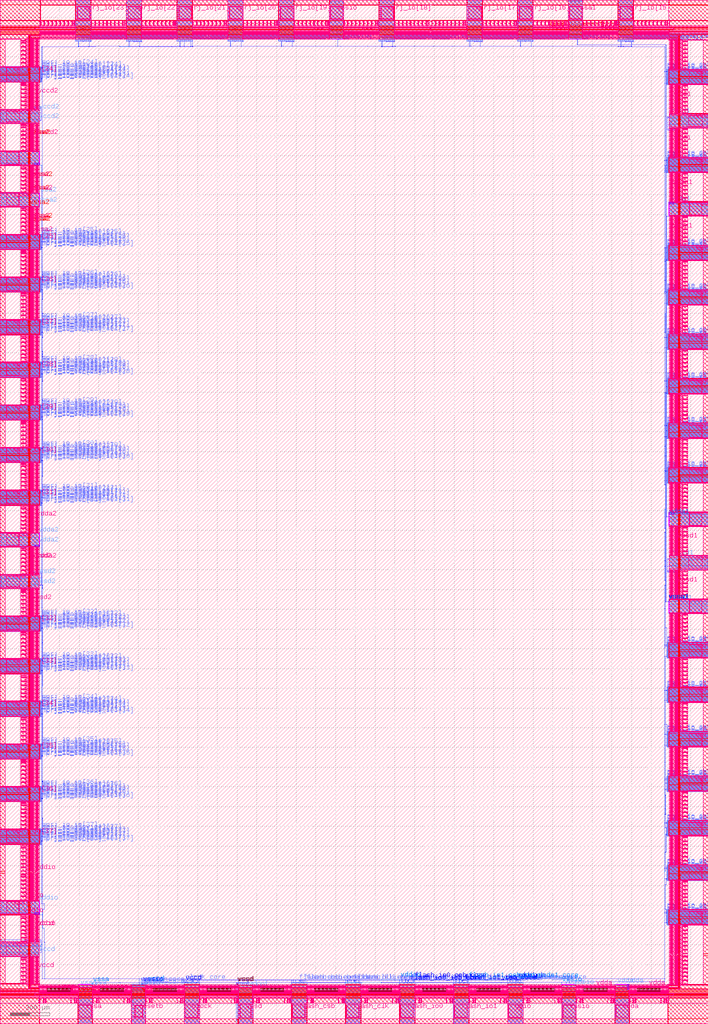
<source format=lef>
VERSION 5.7 ;
  NOWIREEXTENSIONATPIN ON ;
  DIVIDERCHAR "/" ;
  BUSBITCHARS "[]" ;
MACRO chip_io
  CLASS BLOCK ;
  FOREIGN chip_io ;
  ORIGIN 0.000 0.000 ;
  SIZE 3588.000 BY 5188.000 ;
  PIN clock
    DIRECTION INPUT ;
    USE SIGNAL ;
    PORT
      LAYER met5 ;
        RECT 938.200 32.990 1000.800 95.440 ;
    END
  END clock
  PIN clock_core
    DIRECTION OUTPUT TRISTATE ;
    USE SIGNAL ;
    PORT
      LAYER met2 ;
        RECT 936.635 208.565 936.915 210.965 ;
    END
  END clock_core
  PIN por
    DIRECTION INPUT ;
    USE SIGNAL ;
    PORT
      LAYER met2 ;
        RECT 970.215 208.565 970.495 210.965 ;
    END
  END por
  PIN flash_clk
    DIRECTION OUTPUT TRISTATE ;
    USE SIGNAL ;
    PORT
      LAYER met5 ;
        RECT 1755.200 32.990 1817.800 95.440 ;
    END
  END flash_clk
  PIN flash_clk_core
    DIRECTION INPUT ;
    USE SIGNAL ;
    PORT
      LAYER met2 ;
        RECT 1808.835 208.565 1809.115 210.965 ;
    END
  END flash_clk_core
  PIN flash_clk_ieb_core
    DIRECTION INPUT ;
    USE SIGNAL ;
    PORT
      LAYER met2 ;
        RECT 1787.215 208.565 1787.495 210.965 ;
    END
  END flash_clk_ieb_core
  PIN flash_clk_oeb_core
    DIRECTION INPUT ;
    USE SIGNAL ;
    PORT
      LAYER met2 ;
        RECT 1824.475 208.565 1824.755 210.965 ;
    END
  END flash_clk_oeb_core
  PIN flash_csb
    DIRECTION OUTPUT TRISTATE ;
    USE SIGNAL ;
    PORT
      LAYER met5 ;
        RECT 1481.200 32.990 1543.800 95.440 ;
    END
  END flash_csb
  PIN flash_csb_core
    DIRECTION INPUT ;
    USE SIGNAL ;
    PORT
      LAYER met2 ;
        RECT 1534.835 208.565 1535.115 210.965 ;
    END
  END flash_csb_core
  PIN flash_csb_ieb_core
    DIRECTION INPUT ;
    USE SIGNAL ;
    PORT
      LAYER met2 ;
        RECT 1513.215 208.565 1513.495 210.965 ;
    END
  END flash_csb_ieb_core
  PIN flash_csb_oeb_core
    DIRECTION INPUT ;
    USE SIGNAL ;
    PORT
      LAYER met2 ;
        RECT 1550.475 208.565 1550.755 210.965 ;
    END
  END flash_csb_oeb_core
  PIN flash_io0
    DIRECTION INOUT ;
    USE SIGNAL ;
    PORT
      LAYER met5 ;
        RECT 2029.200 32.990 2091.800 95.440 ;
    END
  END flash_io0
  PIN flash_io0_di_core
    DIRECTION OUTPUT TRISTATE ;
    USE SIGNAL ;
    PORT
      LAYER met2 ;
        RECT 2027.635 208.565 2027.915 210.965 ;
    END
  END flash_io0_di_core
  PIN flash_io0_do_core
    DIRECTION INPUT ;
    USE SIGNAL ;
    PORT
      LAYER met2 ;
        RECT 2082.835 208.565 2083.115 210.965 ;
    END
  END flash_io0_do_core
  PIN flash_io0_ieb_core
    DIRECTION INPUT ;
    USE SIGNAL ;
    PORT
      LAYER met1 ;
        RECT 2046.610 209.000 2046.930 209.060 ;
        RECT 2061.790 209.000 2062.110 209.060 ;
        RECT 2076.050 209.000 2076.370 209.060 ;
        RECT 2046.610 208.860 2076.370 209.000 ;
        RECT 2046.610 208.800 2046.930 208.860 ;
        RECT 2061.790 208.800 2062.110 208.860 ;
        RECT 2076.050 208.800 2076.370 208.860 ;
      LAYER via ;
        RECT 2046.640 208.800 2046.900 209.060 ;
        RECT 2061.820 208.800 2062.080 209.060 ;
        RECT 2076.080 208.800 2076.340 209.060 ;
      LAYER met2 ;
        RECT 2046.035 209.170 2046.315 210.965 ;
        RECT 2061.215 209.170 2061.495 210.965 ;
        RECT 2076.855 209.170 2077.135 210.965 ;
        RECT 2046.035 209.090 2046.840 209.170 ;
        RECT 2061.215 209.090 2062.020 209.170 ;
        RECT 2076.140 209.090 2077.135 209.170 ;
        RECT 2046.035 209.030 2046.900 209.090 ;
        RECT 2046.035 208.565 2046.315 209.030 ;
        RECT 2046.640 208.770 2046.900 209.030 ;
        RECT 2061.215 209.030 2062.080 209.090 ;
        RECT 2061.215 208.565 2061.495 209.030 ;
        RECT 2061.820 208.770 2062.080 209.030 ;
        RECT 2076.080 209.030 2077.135 209.090 ;
        RECT 2076.080 208.770 2076.340 209.030 ;
        RECT 2076.855 208.565 2077.135 209.030 ;
    END
  END flash_io0_ieb_core
  PIN flash_io0_oeb_core
    DIRECTION INPUT ;
    USE SIGNAL ;
    PORT
      LAYER met1 ;
        RECT 2055.350 221.240 2055.670 221.300 ;
        RECT 2098.590 221.240 2098.910 221.300 ;
        RECT 2055.350 221.100 2098.910 221.240 ;
        RECT 2055.350 221.040 2055.670 221.100 ;
        RECT 2098.590 221.040 2098.910 221.100 ;
      LAYER via ;
        RECT 2055.380 221.040 2055.640 221.300 ;
        RECT 2098.620 221.040 2098.880 221.300 ;
      LAYER met2 ;
        RECT 2055.380 221.010 2055.640 221.330 ;
        RECT 2098.620 221.010 2098.880 221.330 ;
        RECT 2055.440 210.965 2055.580 221.010 ;
        RECT 2098.680 210.965 2098.820 221.010 ;
        RECT 2055.235 209.100 2055.580 210.965 ;
        RECT 2098.475 209.100 2098.820 210.965 ;
        RECT 2055.235 208.565 2055.515 209.100 ;
        RECT 2098.475 208.565 2098.755 209.100 ;
    END
  END flash_io0_oeb_core
  PIN flash_io1
    DIRECTION INOUT ;
    USE SIGNAL ;
    PORT
      LAYER met5 ;
        RECT 2303.200 32.990 2365.800 95.440 ;
    END
  END flash_io1
  PIN flash_io1_di_core
    DIRECTION OUTPUT TRISTATE ;
    USE SIGNAL ;
    PORT
      LAYER met2 ;
        RECT 2301.635 208.565 2301.915 210.965 ;
    END
  END flash_io1_di_core
  PIN flash_io1_do_core
    DIRECTION INPUT ;
    USE SIGNAL ;
    PORT
      LAYER met2 ;
        RECT 2356.835 208.565 2357.115 210.965 ;
    END
  END flash_io1_do_core
  PIN flash_io1_ieb_core
    DIRECTION INPUT ;
    USE SIGNAL ;
    PORT
      LAYER met1 ;
        RECT 2320.770 209.340 2321.090 209.400 ;
        RECT 2335.950 209.340 2336.270 209.400 ;
        RECT 2350.210 209.340 2350.530 209.400 ;
        RECT 2320.770 209.200 2350.530 209.340 ;
        RECT 2320.770 209.140 2321.090 209.200 ;
        RECT 2335.950 209.140 2336.270 209.200 ;
        RECT 2350.210 209.140 2350.530 209.200 ;
      LAYER via ;
        RECT 2320.800 209.140 2321.060 209.400 ;
        RECT 2335.980 209.140 2336.240 209.400 ;
        RECT 2350.240 209.140 2350.500 209.400 ;
      LAYER met2 ;
        RECT 2320.035 209.170 2320.315 210.965 ;
        RECT 2320.800 209.170 2321.060 209.430 ;
        RECT 2320.035 209.110 2321.060 209.170 ;
        RECT 2335.215 209.170 2335.495 210.965 ;
        RECT 2335.980 209.170 2336.240 209.430 ;
        RECT 2335.215 209.110 2336.240 209.170 ;
        RECT 2350.240 209.170 2350.500 209.430 ;
        RECT 2350.855 209.170 2351.135 210.965 ;
        RECT 2350.240 209.110 2351.135 209.170 ;
        RECT 2320.035 209.030 2321.000 209.110 ;
        RECT 2335.215 209.030 2336.180 209.110 ;
        RECT 2350.300 209.030 2351.135 209.110 ;
        RECT 2320.035 208.565 2320.315 209.030 ;
        RECT 2335.215 208.565 2335.495 209.030 ;
        RECT 2350.855 208.565 2351.135 209.030 ;
    END
  END flash_io1_ieb_core
  PIN flash_io1_oeb_core
    DIRECTION INPUT ;
    USE SIGNAL ;
    PORT
      LAYER met2 ;
        RECT 2329.070 221.155 2329.350 221.525 ;
        RECT 2372.310 221.155 2372.590 221.525 ;
        RECT 2329.140 210.965 2329.280 221.155 ;
        RECT 2372.380 210.965 2372.520 221.155 ;
        RECT 2329.140 209.030 2329.515 210.965 ;
        RECT 2372.380 209.030 2372.755 210.965 ;
        RECT 2329.235 208.565 2329.515 209.030 ;
        RECT 2372.475 208.565 2372.755 209.030 ;
      LAYER via2 ;
        RECT 2329.070 221.200 2329.350 221.480 ;
        RECT 2372.310 221.200 2372.590 221.480 ;
      LAYER met3 ;
        RECT 2329.045 221.490 2329.375 221.505 ;
        RECT 2372.285 221.490 2372.615 221.505 ;
        RECT 2329.045 221.190 2372.615 221.490 ;
        RECT 2329.045 221.175 2329.375 221.190 ;
        RECT 2372.285 221.175 2372.615 221.190 ;
    END
  END flash_io1_oeb_core
  PIN gpio
    DIRECTION INOUT ;
    USE SIGNAL ;
    PORT
      LAYER met5 ;
        RECT 2577.200 32.990 2639.800 95.440 ;
    END
  END gpio
  PIN gpio_in_core
    DIRECTION OUTPUT TRISTATE ;
    USE SIGNAL ;
    PORT
      LAYER met2 ;
        RECT 2575.635 208.565 2575.915 210.965 ;
    END
  END gpio_in_core
  PIN gpio_inenb_core
    DIRECTION INPUT ;
    USE SIGNAL ;
    PORT
      LAYER met2 ;
        RECT 2609.215 208.565 2609.495 210.965 ;
    END
  END gpio_inenb_core
  PIN gpio_mode0_core
    DIRECTION INPUT ;
    USE SIGNAL ;
    PORT
      LAYER met2 ;
        RECT 2603.235 208.565 2603.515 210.965 ;
    END
  END gpio_mode0_core
  PIN gpio_mode1_core
    DIRECTION INPUT ;
    USE SIGNAL ;
    PORT
      LAYER met2 ;
        RECT 2594.030 221.155 2594.310 221.525 ;
        RECT 2624.850 221.155 2625.130 221.525 ;
        RECT 2594.100 210.965 2594.240 221.155 ;
        RECT 2624.920 210.965 2625.060 221.155 ;
        RECT 2594.035 208.565 2594.315 210.965 ;
        RECT 2624.855 208.565 2625.135 210.965 ;
      LAYER via2 ;
        RECT 2594.030 221.200 2594.310 221.480 ;
        RECT 2624.850 221.200 2625.130 221.480 ;
      LAYER met3 ;
        RECT 2594.005 221.490 2594.335 221.505 ;
        RECT 2624.825 221.490 2625.155 221.505 ;
        RECT 2594.005 221.190 2625.155 221.490 ;
        RECT 2594.005 221.175 2594.335 221.190 ;
        RECT 2624.825 221.175 2625.155 221.190 ;
    END
  END gpio_mode1_core
  PIN gpio_out_core
    DIRECTION INPUT ;
    USE SIGNAL ;
    PORT
      LAYER met2 ;
        RECT 2630.835 208.565 2631.115 210.965 ;
    END
  END gpio_out_core
  PIN gpio_outenb_core
    DIRECTION INPUT ;
    USE SIGNAL ;
    PORT
      LAYER met2 ;
        RECT 2646.475 208.565 2646.755 210.965 ;
    END
  END gpio_outenb_core
  PIN vccd
    DIRECTION INOUT ;
    USE SIGNAL ;
    PORT
      LAYER met4 ;
        RECT 186.465 202.730 191.115 341.270 ;
    END
    PORT
      LAYER met5 ;
        RECT 30.835 350.270 98.100 404.670 ;
    END
  END vccd
  PIN vccd
    DIRECTION INOUT ;
    USE SIGNAL ;
    PORT
      LAYER met4 ;
        RECT 186.465 413.730 191.115 552.270 ;
    END
  END vccd
  PIN vccd
    DIRECTION INOUT ;
    USE SIGNAL ;
    PORT
      LAYER met5 ;
        RECT 186.565 202.730 191.015 341.270 ;
    END
  END vccd
  PIN vccd
    DIRECTION INOUT ;
    USE SIGNAL ;
    PORT
      LAYER met5 ;
        RECT 186.565 413.730 191.015 552.270 ;
    END
  END vccd
  PIN vccd
    DIRECTION INOUT ;
    USE SIGNAL ;
    PORT
      LAYER met3 ;
        RECT 191.100 340.500 198.000 364.500 ;
    END
  END vccd
  PIN vccd
    DIRECTION INOUT ;
    USE SIGNAL ;
    PORT
      LAYER met1 ;
        RECT 1987.270 4954.040 1987.590 4954.100 ;
        RECT 1988.190 4954.040 1988.510 4954.100 ;
        RECT 2433.010 4954.040 2433.330 4954.100 ;
        RECT 2690.150 4954.040 2690.470 4954.100 ;
        RECT 3198.910 4954.040 3199.230 4954.100 ;
        RECT 1987.270 4953.900 3199.230 4954.040 ;
        RECT 1987.270 4953.840 1987.590 4953.900 ;
        RECT 1988.190 4953.840 1988.510 4953.900 ;
        RECT 2433.010 4953.840 2433.330 4953.900 ;
        RECT 2690.150 4953.840 2690.470 4953.900 ;
        RECT 3198.910 4953.840 3199.230 4953.900 ;
        RECT 449.950 4953.700 450.270 4953.760 ;
        RECT 707.090 4953.700 707.410 4953.760 ;
        RECT 964.230 4953.700 964.550 4953.760 ;
        RECT 449.950 4953.560 964.550 4953.700 ;
        RECT 449.950 4953.500 450.270 4953.560 ;
        RECT 707.090 4953.500 707.410 4953.560 ;
        RECT 964.230 4953.500 964.550 4953.560 ;
        RECT 974.810 4953.700 975.130 4953.760 ;
        RECT 1220.910 4953.700 1221.230 4953.760 ;
        RECT 1478.970 4953.700 1479.290 4953.760 ;
        RECT 974.810 4953.560 1479.290 4953.700 ;
        RECT 974.810 4953.500 975.130 4953.560 ;
        RECT 1220.910 4953.500 1221.230 4953.560 ;
        RECT 1478.970 4953.500 1479.290 4953.560 ;
        RECT 1478.970 4952.680 1479.290 4952.740 ;
        RECT 1987.270 4952.680 1987.590 4952.740 ;
        RECT 1478.970 4952.540 1987.590 4952.680 ;
        RECT 1478.970 4952.480 1479.290 4952.540 ;
        RECT 1987.270 4952.480 1987.590 4952.540 ;
        RECT 964.230 4952.340 964.550 4952.400 ;
        RECT 974.810 4952.340 975.130 4952.400 ;
        RECT 964.230 4952.200 975.130 4952.340 ;
        RECT 964.230 4952.140 964.550 4952.200 ;
        RECT 974.810 4952.140 975.130 4952.200 ;
        RECT 3198.910 4950.980 3199.230 4951.040 ;
        RECT 3368.190 4950.980 3368.510 4951.040 ;
        RECT 3198.910 4950.840 3368.510 4950.980 ;
        RECT 3198.910 4950.780 3199.230 4950.840 ;
        RECT 3368.190 4950.780 3368.510 4950.840 ;
        RECT 449.490 4950.440 449.810 4950.700 ;
        RECT 212.590 4950.300 212.910 4950.360 ;
        RECT 449.580 4950.300 449.720 4950.440 ;
        RECT 212.590 4950.160 449.720 4950.300 ;
        RECT 212.590 4950.100 212.910 4950.160 ;
        RECT 208.910 4842.520 209.230 4842.580 ;
        RECT 212.590 4842.520 212.910 4842.580 ;
        RECT 208.910 4842.380 212.910 4842.520 ;
        RECT 208.910 4842.320 209.230 4842.380 ;
        RECT 212.590 4842.320 212.910 4842.380 ;
        RECT 3368.190 4766.700 3368.510 4766.760 ;
        RECT 3376.930 4766.700 3377.250 4766.760 ;
        RECT 3368.190 4766.560 3377.250 4766.700 ;
        RECT 3368.190 4766.500 3368.510 4766.560 ;
        RECT 3376.930 4766.500 3377.250 4766.560 ;
        RECT 3368.190 4322.320 3368.510 4322.380 ;
        RECT 3376.930 4322.320 3377.250 4322.380 ;
        RECT 3368.190 4322.180 3377.250 4322.320 ;
        RECT 3368.190 4322.120 3368.510 4322.180 ;
        RECT 3376.930 4322.120 3377.250 4322.180 ;
        RECT 208.910 3988.780 209.230 3988.840 ;
        RECT 212.590 3988.780 212.910 3988.840 ;
        RECT 213.510 3988.780 213.830 3988.840 ;
        RECT 208.910 3988.640 213.830 3988.780 ;
        RECT 208.910 3988.580 209.230 3988.640 ;
        RECT 212.590 3988.580 212.910 3988.640 ;
        RECT 213.510 3988.580 213.830 3988.640 ;
        RECT 3367.270 3874.540 3367.590 3874.600 ;
        RECT 3368.190 3874.540 3368.510 3874.600 ;
        RECT 3376.930 3874.540 3377.250 3874.600 ;
        RECT 3367.270 3874.400 3377.250 3874.540 ;
        RECT 3367.270 3874.340 3367.590 3874.400 ;
        RECT 3368.190 3874.340 3368.510 3874.400 ;
        RECT 3376.930 3874.340 3377.250 3874.400 ;
        RECT 212.130 3836.800 212.450 3836.860 ;
        RECT 213.510 3836.800 213.830 3836.860 ;
        RECT 212.130 3836.660 213.830 3836.800 ;
        RECT 212.130 3836.600 212.450 3836.660 ;
        RECT 213.510 3836.600 213.830 3836.660 ;
        RECT 208.910 3772.540 209.230 3772.600 ;
        RECT 212.130 3772.540 212.450 3772.600 ;
        RECT 208.910 3772.400 212.450 3772.540 ;
        RECT 208.910 3772.340 209.230 3772.400 ;
        RECT 212.130 3772.340 212.450 3772.400 ;
        RECT 3367.270 3650.820 3367.590 3650.880 ;
        RECT 3376.930 3650.820 3377.250 3650.880 ;
        RECT 3367.270 3650.680 3377.250 3650.820 ;
        RECT 3367.270 3650.620 3367.590 3650.680 ;
        RECT 3376.930 3650.620 3377.250 3650.680 ;
        RECT 208.910 3556.640 209.230 3556.700 ;
        RECT 212.130 3556.640 212.450 3556.700 ;
        RECT 213.510 3556.640 213.830 3556.700 ;
        RECT 208.910 3556.500 213.830 3556.640 ;
        RECT 208.910 3556.440 209.230 3556.500 ;
        RECT 212.130 3556.440 212.450 3556.500 ;
        RECT 213.510 3556.440 213.830 3556.500 ;
        RECT 3367.270 3426.080 3367.590 3426.140 ;
        RECT 3376.930 3426.080 3377.250 3426.140 ;
        RECT 3367.270 3425.940 3377.250 3426.080 ;
        RECT 3367.270 3425.880 3367.590 3425.940 ;
        RECT 3376.930 3425.880 3377.250 3425.940 ;
        RECT 208.910 3345.500 209.230 3345.560 ;
        RECT 212.590 3345.500 212.910 3345.560 ;
        RECT 208.910 3345.360 212.910 3345.500 ;
        RECT 208.910 3345.300 209.230 3345.360 ;
        RECT 212.590 3345.300 212.910 3345.360 ;
        RECT 3367.270 3198.620 3367.590 3198.680 ;
        RECT 3369.570 3198.620 3369.890 3198.680 ;
        RECT 3376.930 3198.620 3377.250 3198.680 ;
        RECT 3367.270 3198.480 3377.250 3198.620 ;
        RECT 3367.270 3198.420 3367.590 3198.480 ;
        RECT 3369.570 3198.420 3369.890 3198.480 ;
        RECT 3376.930 3198.420 3377.250 3198.480 ;
        RECT 212.590 3160.000 212.910 3160.260 ;
        RECT 212.680 3159.520 212.820 3160.000 ;
        RECT 213.970 3159.520 214.290 3159.580 ;
        RECT 212.680 3159.380 214.290 3159.520 ;
        RECT 213.970 3159.320 214.290 3159.380 ;
        RECT 208.910 3124.840 209.230 3124.900 ;
        RECT 213.970 3124.840 214.290 3124.900 ;
        RECT 208.910 3124.700 214.290 3124.840 ;
        RECT 208.910 3124.640 209.230 3124.700 ;
        RECT 213.970 3124.640 214.290 3124.700 ;
        RECT 213.970 3064.120 214.290 3064.380 ;
        RECT 213.050 3063.980 213.370 3064.040 ;
        RECT 214.060 3063.980 214.200 3064.120 ;
        RECT 213.050 3063.840 214.200 3063.980 ;
        RECT 213.050 3063.780 213.370 3063.840 ;
        RECT 213.050 3063.300 213.370 3063.360 ;
        RECT 213.970 3063.300 214.290 3063.360 ;
        RECT 213.050 3063.160 214.290 3063.300 ;
        RECT 213.050 3063.100 213.370 3063.160 ;
        RECT 213.970 3063.100 214.290 3063.160 ;
        RECT 3368.190 2974.560 3368.510 2974.620 ;
        RECT 3369.570 2974.560 3369.890 2974.620 ;
        RECT 3376.930 2974.560 3377.250 2974.620 ;
        RECT 3368.190 2974.420 3377.250 2974.560 ;
        RECT 3368.190 2974.360 3368.510 2974.420 ;
        RECT 3369.570 2974.360 3369.890 2974.420 ;
        RECT 3376.930 2974.360 3377.250 2974.420 ;
        RECT 208.910 2913.360 209.230 2913.420 ;
        RECT 213.970 2913.360 214.290 2913.420 ;
        RECT 208.910 2913.220 214.290 2913.360 ;
        RECT 208.910 2913.160 209.230 2913.220 ;
        RECT 213.970 2913.160 214.290 2913.220 ;
        RECT 211.670 2870.520 211.990 2870.580 ;
        RECT 213.970 2870.520 214.290 2870.580 ;
        RECT 211.670 2870.380 214.290 2870.520 ;
        RECT 211.670 2870.320 211.990 2870.380 ;
        RECT 213.970 2870.320 214.290 2870.380 ;
        RECT 3368.190 2752.540 3368.510 2752.600 ;
        RECT 3376.930 2752.540 3377.250 2752.600 ;
        RECT 3368.190 2752.400 3377.250 2752.540 ;
        RECT 3368.190 2752.340 3368.510 2752.400 ;
        RECT 3376.930 2752.340 3377.250 2752.400 ;
        RECT 208.910 2697.460 209.230 2697.520 ;
        RECT 212.590 2697.460 212.910 2697.520 ;
        RECT 208.910 2697.320 212.910 2697.460 ;
        RECT 208.910 2697.260 209.230 2697.320 ;
        RECT 212.590 2697.260 212.910 2697.320 ;
        RECT 208.910 2056.220 209.230 2056.280 ;
        RECT 212.590 2056.220 212.910 2056.280 ;
        RECT 208.910 2056.080 212.910 2056.220 ;
        RECT 208.910 2056.020 209.230 2056.080 ;
        RECT 212.590 2056.020 212.910 2056.080 ;
        RECT 213.050 1931.780 213.370 1931.840 ;
        RECT 214.430 1931.780 214.750 1931.840 ;
        RECT 213.050 1931.640 214.750 1931.780 ;
        RECT 213.050 1931.580 213.370 1931.640 ;
        RECT 214.430 1931.580 214.750 1931.640 ;
        RECT 3368.650 1861.740 3368.970 1861.800 ;
        RECT 3376.930 1861.740 3377.250 1861.800 ;
        RECT 3368.650 1861.600 3377.250 1861.740 ;
        RECT 3368.650 1861.540 3368.970 1861.600 ;
        RECT 3376.930 1861.540 3377.250 1861.600 ;
        RECT 208.910 1843.380 209.230 1843.440 ;
        RECT 214.430 1843.380 214.750 1843.440 ;
        RECT 208.910 1843.240 214.750 1843.380 ;
        RECT 208.910 1843.180 209.230 1843.240 ;
        RECT 214.430 1843.180 214.750 1843.240 ;
        RECT 3368.650 1640.400 3368.970 1640.460 ;
        RECT 3376.930 1640.400 3377.250 1640.460 ;
        RECT 3368.650 1640.260 3377.250 1640.400 ;
        RECT 3368.650 1640.200 3368.970 1640.260 ;
        RECT 3376.930 1640.200 3377.250 1640.260 ;
        RECT 208.910 1627.480 209.230 1627.540 ;
        RECT 212.130 1627.480 212.450 1627.540 ;
        RECT 213.510 1627.480 213.830 1627.540 ;
        RECT 208.910 1627.340 213.830 1627.480 ;
        RECT 208.910 1627.280 209.230 1627.340 ;
        RECT 212.130 1627.280 212.450 1627.340 ;
        RECT 213.510 1627.280 213.830 1627.340 ;
        RECT 212.130 1614.560 212.450 1614.620 ;
        RECT 212.130 1614.420 213.740 1614.560 ;
        RECT 212.130 1614.360 212.450 1614.420 ;
        RECT 213.600 1614.280 213.740 1614.420 ;
        RECT 213.510 1614.020 213.830 1614.280 ;
        RECT 211.670 1571.040 211.990 1571.100 ;
        RECT 213.510 1571.040 213.830 1571.100 ;
        RECT 211.670 1570.900 213.830 1571.040 ;
        RECT 211.670 1570.840 211.990 1570.900 ;
        RECT 213.510 1570.840 213.830 1570.900 ;
        RECT 208.910 1411.580 209.230 1411.640 ;
        RECT 212.590 1411.580 212.910 1411.640 ;
        RECT 208.910 1411.440 212.910 1411.580 ;
        RECT 208.910 1411.380 209.230 1411.440 ;
        RECT 212.590 1411.380 212.910 1411.440 ;
        RECT 3368.650 1410.560 3368.970 1410.620 ;
        RECT 3376.930 1410.560 3377.250 1410.620 ;
        RECT 3368.650 1410.420 3377.250 1410.560 ;
        RECT 3368.650 1410.360 3368.970 1410.420 ;
        RECT 3376.930 1410.360 3377.250 1410.420 ;
        RECT 211.670 1227.980 211.990 1228.040 ;
        RECT 214.430 1227.980 214.750 1228.040 ;
        RECT 211.670 1227.840 214.750 1227.980 ;
        RECT 211.670 1227.780 211.990 1227.840 ;
        RECT 214.430 1227.780 214.750 1227.840 ;
        RECT 208.910 1190.580 209.230 1190.640 ;
        RECT 213.050 1190.580 213.370 1190.640 ;
        RECT 214.430 1190.580 214.750 1190.640 ;
        RECT 208.910 1190.440 214.750 1190.580 ;
        RECT 208.910 1190.380 209.230 1190.440 ;
        RECT 213.050 1190.380 213.370 1190.440 ;
        RECT 214.430 1190.380 214.750 1190.440 ;
        RECT 3369.570 1188.540 3369.890 1188.600 ;
        RECT 3376.930 1188.540 3377.250 1188.600 ;
        RECT 3369.570 1188.400 3377.250 1188.540 ;
        RECT 3369.570 1188.340 3369.890 1188.400 ;
        RECT 3376.930 1188.340 3377.250 1188.400 ;
        RECT 3369.570 1186.840 3369.890 1186.900 ;
        RECT 3370.490 1186.840 3370.810 1186.900 ;
        RECT 3369.570 1186.700 3370.810 1186.840 ;
        RECT 3369.570 1186.640 3369.890 1186.700 ;
        RECT 3370.490 1186.640 3370.810 1186.700 ;
        RECT 211.670 1164.400 211.990 1164.460 ;
        RECT 213.050 1164.400 213.370 1164.460 ;
        RECT 211.670 1164.260 213.370 1164.400 ;
        RECT 211.670 1164.200 211.990 1164.260 ;
        RECT 213.050 1164.200 213.370 1164.260 ;
        RECT 3370.490 1158.960 3370.810 1159.020 ;
        RECT 3371.410 1158.960 3371.730 1159.020 ;
        RECT 3370.490 1158.820 3371.730 1158.960 ;
        RECT 3370.490 1158.760 3370.810 1158.820 ;
        RECT 3371.410 1158.760 3371.730 1158.820 ;
        RECT 3370.030 1062.740 3370.350 1062.800 ;
        RECT 3371.410 1062.740 3371.730 1062.800 ;
        RECT 3370.030 1062.600 3371.730 1062.740 ;
        RECT 3370.030 1062.540 3370.350 1062.600 ;
        RECT 3371.410 1062.540 3371.730 1062.600 ;
        RECT 211.670 1042.000 211.990 1042.060 ;
        RECT 214.430 1042.000 214.750 1042.060 ;
        RECT 211.670 1041.860 214.750 1042.000 ;
        RECT 211.670 1041.800 211.990 1041.860 ;
        RECT 214.430 1041.800 214.750 1041.860 ;
        RECT 3370.030 993.720 3370.350 993.780 ;
        RECT 3376.010 993.720 3376.330 993.780 ;
        RECT 3370.030 993.580 3376.330 993.720 ;
        RECT 3370.030 993.520 3370.350 993.580 ;
        RECT 3376.010 993.520 3376.330 993.580 ;
        RECT 208.910 974.680 209.230 974.740 ;
        RECT 212.130 974.680 212.450 974.740 ;
        RECT 214.430 974.680 214.750 974.740 ;
        RECT 208.910 974.540 214.750 974.680 ;
        RECT 208.910 974.480 209.230 974.540 ;
        RECT 212.130 974.480 212.450 974.540 ;
        RECT 214.430 974.480 214.750 974.540 ;
        RECT 3373.710 960.740 3374.030 960.800 ;
        RECT 3376.010 960.740 3376.330 960.800 ;
        RECT 3376.930 960.740 3377.250 960.800 ;
        RECT 3373.710 960.600 3377.250 960.740 ;
        RECT 3373.710 960.540 3374.030 960.600 ;
        RECT 3376.010 960.540 3376.330 960.600 ;
        RECT 3376.930 960.540 3377.250 960.600 ;
        RECT 212.130 926.740 212.450 926.800 ;
        RECT 213.510 926.740 213.830 926.800 ;
        RECT 212.130 926.600 213.830 926.740 ;
        RECT 212.130 926.540 212.450 926.600 ;
        RECT 213.510 926.540 213.830 926.600 ;
        RECT 3369.110 869.620 3369.430 869.680 ;
        RECT 3373.710 869.620 3374.030 869.680 ;
        RECT 3369.110 869.480 3374.030 869.620 ;
        RECT 3369.110 869.420 3369.430 869.480 ;
        RECT 3373.710 869.420 3374.030 869.480 ;
        RECT 212.590 745.520 212.910 745.580 ;
        RECT 213.510 745.520 213.830 745.580 ;
        RECT 212.590 745.380 213.830 745.520 ;
        RECT 212.590 745.320 212.910 745.380 ;
        RECT 213.510 745.320 213.830 745.380 ;
        RECT 3368.190 735.660 3368.510 735.720 ;
        RECT 3375.090 735.660 3375.410 735.720 ;
        RECT 3376.930 735.660 3377.250 735.720 ;
        RECT 3368.190 735.520 3377.250 735.660 ;
        RECT 3368.190 735.460 3368.510 735.520 ;
        RECT 3375.090 735.460 3375.410 735.520 ;
        RECT 3376.930 735.460 3377.250 735.520 ;
        RECT 3370.030 703.360 3370.350 703.420 ;
        RECT 3375.090 703.360 3375.410 703.420 ;
        RECT 3370.030 703.220 3375.410 703.360 ;
        RECT 3370.030 703.160 3370.350 703.220 ;
        RECT 3375.090 703.160 3375.410 703.220 ;
        RECT 3369.110 579.940 3369.430 580.000 ;
        RECT 3370.030 579.940 3370.350 580.000 ;
        RECT 3369.110 579.800 3370.350 579.940 ;
        RECT 3369.110 579.740 3369.430 579.800 ;
        RECT 3370.030 579.740 3370.350 579.800 ;
        RECT 3369.110 579.260 3369.430 579.320 ;
        RECT 3375.090 579.260 3375.410 579.320 ;
        RECT 3369.110 579.120 3375.410 579.260 ;
        RECT 3369.110 579.060 3369.430 579.120 ;
        RECT 3375.090 579.060 3375.410 579.120 ;
        RECT 212.590 552.400 212.910 552.460 ;
        RECT 213.510 552.400 213.830 552.460 ;
        RECT 212.590 552.260 213.830 552.400 ;
        RECT 212.590 552.200 212.910 552.260 ;
        RECT 213.510 552.200 213.830 552.260 ;
        RECT 3368.190 511.600 3368.510 511.660 ;
        RECT 3375.090 511.600 3375.410 511.660 ;
        RECT 3376.930 511.600 3377.250 511.660 ;
        RECT 3368.190 511.460 3377.250 511.600 ;
        RECT 3368.190 511.400 3368.510 511.460 ;
        RECT 3375.090 511.400 3375.410 511.460 ;
        RECT 3376.930 511.400 3377.250 511.460 ;
        RECT 213.510 228.040 213.830 228.100 ;
        RECT 717.670 228.040 717.990 228.100 ;
        RECT 213.510 227.900 717.990 228.040 ;
        RECT 213.510 227.840 213.830 227.900 ;
        RECT 717.670 227.840 717.990 227.900 ;
        RECT 2581.590 227.700 2581.910 227.760 ;
        RECT 3368.190 227.700 3368.510 227.760 ;
        RECT 2581.590 227.560 3368.510 227.700 ;
        RECT 2581.590 227.500 2581.910 227.560 ;
        RECT 3368.190 227.500 3368.510 227.560 ;
        RECT 2033.730 223.620 2034.050 223.680 ;
        RECT 2125.270 223.620 2125.590 223.680 ;
        RECT 2220.950 223.620 2221.270 223.680 ;
        RECT 2033.730 223.480 2056.500 223.620 ;
        RECT 2033.730 223.420 2034.050 223.480 ;
        RECT 2056.360 222.940 2056.500 223.480 ;
        RECT 2125.270 223.480 2221.270 223.620 ;
        RECT 2125.270 223.420 2125.590 223.480 ;
        RECT 2220.950 223.420 2221.270 223.480 ;
        RECT 2415.070 223.280 2415.390 223.340 ;
        RECT 2366.400 223.140 2415.390 223.280 ;
        RECT 2125.270 222.940 2125.590 223.000 ;
        RECT 2307.430 222.940 2307.750 223.000 ;
        RECT 2345.610 222.940 2345.930 223.000 ;
        RECT 2056.360 222.800 2125.590 222.940 ;
        RECT 2125.270 222.740 2125.590 222.800 ;
        RECT 2249.100 222.800 2345.930 222.940 ;
        RECT 1771.990 222.600 1772.310 222.660 ;
        RECT 1802.810 222.600 1803.130 222.660 ;
        RECT 1771.990 222.460 1803.130 222.600 ;
        RECT 1771.990 222.400 1772.310 222.460 ;
        RECT 1802.810 222.400 1803.130 222.460 ;
        RECT 1998.310 222.600 1998.630 222.660 ;
        RECT 2033.730 222.600 2034.050 222.660 ;
        RECT 1998.310 222.460 2034.050 222.600 ;
        RECT 1998.310 222.400 1998.630 222.460 ;
        RECT 2033.730 222.400 2034.050 222.460 ;
        RECT 2221.410 222.600 2221.730 222.660 ;
        RECT 2249.100 222.600 2249.240 222.800 ;
        RECT 2307.430 222.740 2307.750 222.800 ;
        RECT 2345.610 222.740 2345.930 222.800 ;
        RECT 2346.070 222.940 2346.390 223.000 ;
        RECT 2366.400 222.940 2366.540 223.140 ;
        RECT 2415.070 223.080 2415.390 223.140 ;
        RECT 2346.070 222.800 2366.540 222.940 ;
        RECT 2511.300 222.800 2511.900 222.940 ;
        RECT 2346.070 222.740 2346.390 222.800 ;
        RECT 2511.300 222.660 2511.440 222.800 ;
        RECT 2221.410 222.460 2249.240 222.600 ;
        RECT 2221.410 222.400 2221.730 222.460 ;
        RECT 2511.210 222.400 2511.530 222.660 ;
        RECT 2511.760 222.600 2511.900 222.800 ;
        RECT 2581.590 222.600 2581.910 222.660 ;
        RECT 2511.760 222.460 2581.910 222.600 ;
        RECT 2581.590 222.400 2581.910 222.460 ;
        RECT 942.610 221.580 942.930 221.640 ;
        RECT 964.230 221.580 964.550 221.640 ;
        RECT 1007.470 221.580 1007.790 221.640 ;
        RECT 1485.410 221.580 1485.730 221.640 ;
        RECT 1497.830 221.580 1498.150 221.640 ;
        RECT 1528.650 221.580 1528.970 221.640 ;
        RECT 1759.570 221.580 1759.890 221.640 ;
        RECT 1771.990 221.580 1772.310 221.640 ;
        RECT 942.610 221.440 1772.310 221.580 ;
        RECT 942.610 221.380 942.930 221.440 ;
        RECT 964.230 221.380 964.550 221.440 ;
        RECT 1007.470 221.380 1007.790 221.440 ;
        RECT 1485.410 221.380 1485.730 221.440 ;
        RECT 1497.830 221.380 1498.150 221.440 ;
        RECT 1528.650 221.380 1528.970 221.440 ;
        RECT 1759.570 221.380 1759.890 221.440 ;
        RECT 1771.990 221.380 1772.310 221.440 ;
        RECT 1802.810 221.580 1803.130 221.640 ;
        RECT 1998.310 221.580 1998.630 221.640 ;
        RECT 1802.810 221.440 1998.630 221.580 ;
        RECT 1802.810 221.380 1803.130 221.440 ;
        RECT 1998.310 221.380 1998.630 221.440 ;
        RECT 938.470 209.680 938.790 209.740 ;
        RECT 942.150 209.680 942.470 209.740 ;
        RECT 938.470 209.540 942.470 209.680 ;
        RECT 938.470 209.480 938.790 209.540 ;
        RECT 942.150 209.480 942.470 209.540 ;
        RECT 748.030 209.000 748.350 209.060 ;
        RECT 938.470 209.000 938.790 209.060 ;
        RECT 748.030 208.860 938.790 209.000 ;
        RECT 748.030 208.800 748.350 208.860 ;
        RECT 938.470 208.800 938.790 208.860 ;
      LAYER via ;
        RECT 1987.300 4953.840 1987.560 4954.100 ;
        RECT 1988.220 4953.840 1988.480 4954.100 ;
        RECT 2433.040 4953.840 2433.300 4954.100 ;
        RECT 2690.180 4953.840 2690.440 4954.100 ;
        RECT 3198.940 4953.840 3199.200 4954.100 ;
        RECT 449.980 4953.500 450.240 4953.760 ;
        RECT 707.120 4953.500 707.380 4953.760 ;
        RECT 964.260 4953.500 964.520 4953.760 ;
        RECT 974.840 4953.500 975.100 4953.760 ;
        RECT 1220.940 4953.500 1221.200 4953.760 ;
        RECT 1479.000 4953.500 1479.260 4953.760 ;
        RECT 1479.000 4952.480 1479.260 4952.740 ;
        RECT 1987.300 4952.480 1987.560 4952.740 ;
        RECT 964.260 4952.140 964.520 4952.400 ;
        RECT 974.840 4952.140 975.100 4952.400 ;
        RECT 3198.940 4950.780 3199.200 4951.040 ;
        RECT 3368.220 4950.780 3368.480 4951.040 ;
        RECT 449.520 4950.440 449.780 4950.700 ;
        RECT 212.620 4950.100 212.880 4950.360 ;
        RECT 208.940 4842.320 209.200 4842.580 ;
        RECT 212.620 4842.320 212.880 4842.580 ;
        RECT 3368.220 4766.500 3368.480 4766.760 ;
        RECT 3376.960 4766.500 3377.220 4766.760 ;
        RECT 3368.220 4322.120 3368.480 4322.380 ;
        RECT 3376.960 4322.120 3377.220 4322.380 ;
        RECT 208.940 3988.580 209.200 3988.840 ;
        RECT 212.620 3988.580 212.880 3988.840 ;
        RECT 213.540 3988.580 213.800 3988.840 ;
        RECT 3367.300 3874.340 3367.560 3874.600 ;
        RECT 3368.220 3874.340 3368.480 3874.600 ;
        RECT 3376.960 3874.340 3377.220 3874.600 ;
        RECT 212.160 3836.600 212.420 3836.860 ;
        RECT 213.540 3836.600 213.800 3836.860 ;
        RECT 208.940 3772.340 209.200 3772.600 ;
        RECT 212.160 3772.340 212.420 3772.600 ;
        RECT 3367.300 3650.620 3367.560 3650.880 ;
        RECT 3376.960 3650.620 3377.220 3650.880 ;
        RECT 208.940 3556.440 209.200 3556.700 ;
        RECT 212.160 3556.440 212.420 3556.700 ;
        RECT 213.540 3556.440 213.800 3556.700 ;
        RECT 3367.300 3425.880 3367.560 3426.140 ;
        RECT 3376.960 3425.880 3377.220 3426.140 ;
        RECT 208.940 3345.300 209.200 3345.560 ;
        RECT 212.620 3345.300 212.880 3345.560 ;
        RECT 3367.300 3198.420 3367.560 3198.680 ;
        RECT 3369.600 3198.420 3369.860 3198.680 ;
        RECT 3376.960 3198.420 3377.220 3198.680 ;
        RECT 212.620 3160.000 212.880 3160.260 ;
        RECT 214.000 3159.320 214.260 3159.580 ;
        RECT 208.940 3124.640 209.200 3124.900 ;
        RECT 214.000 3124.640 214.260 3124.900 ;
        RECT 214.000 3064.120 214.260 3064.380 ;
        RECT 213.080 3063.780 213.340 3064.040 ;
        RECT 213.080 3063.100 213.340 3063.360 ;
        RECT 214.000 3063.100 214.260 3063.360 ;
        RECT 3368.220 2974.360 3368.480 2974.620 ;
        RECT 3369.600 2974.360 3369.860 2974.620 ;
        RECT 3376.960 2974.360 3377.220 2974.620 ;
        RECT 208.940 2913.160 209.200 2913.420 ;
        RECT 214.000 2913.160 214.260 2913.420 ;
        RECT 211.700 2870.320 211.960 2870.580 ;
        RECT 214.000 2870.320 214.260 2870.580 ;
        RECT 3368.220 2752.340 3368.480 2752.600 ;
        RECT 3376.960 2752.340 3377.220 2752.600 ;
        RECT 208.940 2697.260 209.200 2697.520 ;
        RECT 212.620 2697.260 212.880 2697.520 ;
        RECT 208.940 2056.020 209.200 2056.280 ;
        RECT 212.620 2056.020 212.880 2056.280 ;
        RECT 213.080 1931.580 213.340 1931.840 ;
        RECT 214.460 1931.580 214.720 1931.840 ;
        RECT 3368.680 1861.540 3368.940 1861.800 ;
        RECT 3376.960 1861.540 3377.220 1861.800 ;
        RECT 208.940 1843.180 209.200 1843.440 ;
        RECT 214.460 1843.180 214.720 1843.440 ;
        RECT 3368.680 1640.200 3368.940 1640.460 ;
        RECT 3376.960 1640.200 3377.220 1640.460 ;
        RECT 208.940 1627.280 209.200 1627.540 ;
        RECT 212.160 1627.280 212.420 1627.540 ;
        RECT 213.540 1627.280 213.800 1627.540 ;
        RECT 212.160 1614.360 212.420 1614.620 ;
        RECT 213.540 1614.020 213.800 1614.280 ;
        RECT 211.700 1570.840 211.960 1571.100 ;
        RECT 213.540 1570.840 213.800 1571.100 ;
        RECT 208.940 1411.380 209.200 1411.640 ;
        RECT 212.620 1411.380 212.880 1411.640 ;
        RECT 3368.680 1410.360 3368.940 1410.620 ;
        RECT 3376.960 1410.360 3377.220 1410.620 ;
        RECT 211.700 1227.780 211.960 1228.040 ;
        RECT 214.460 1227.780 214.720 1228.040 ;
        RECT 208.940 1190.380 209.200 1190.640 ;
        RECT 213.080 1190.380 213.340 1190.640 ;
        RECT 214.460 1190.380 214.720 1190.640 ;
        RECT 3369.600 1188.340 3369.860 1188.600 ;
        RECT 3376.960 1188.340 3377.220 1188.600 ;
        RECT 3369.600 1186.640 3369.860 1186.900 ;
        RECT 3370.520 1186.640 3370.780 1186.900 ;
        RECT 211.700 1164.200 211.960 1164.460 ;
        RECT 213.080 1164.200 213.340 1164.460 ;
        RECT 3370.520 1158.760 3370.780 1159.020 ;
        RECT 3371.440 1158.760 3371.700 1159.020 ;
        RECT 3370.060 1062.540 3370.320 1062.800 ;
        RECT 3371.440 1062.540 3371.700 1062.800 ;
        RECT 211.700 1041.800 211.960 1042.060 ;
        RECT 214.460 1041.800 214.720 1042.060 ;
        RECT 3370.060 993.520 3370.320 993.780 ;
        RECT 3376.040 993.520 3376.300 993.780 ;
        RECT 208.940 974.480 209.200 974.740 ;
        RECT 212.160 974.480 212.420 974.740 ;
        RECT 214.460 974.480 214.720 974.740 ;
        RECT 3373.740 960.540 3374.000 960.800 ;
        RECT 3376.040 960.540 3376.300 960.800 ;
        RECT 3376.960 960.540 3377.220 960.800 ;
        RECT 212.160 926.540 212.420 926.800 ;
        RECT 213.540 926.540 213.800 926.800 ;
        RECT 3369.140 869.420 3369.400 869.680 ;
        RECT 3373.740 869.420 3374.000 869.680 ;
        RECT 212.620 745.320 212.880 745.580 ;
        RECT 213.540 745.320 213.800 745.580 ;
        RECT 3368.220 735.460 3368.480 735.720 ;
        RECT 3375.120 735.460 3375.380 735.720 ;
        RECT 3376.960 735.460 3377.220 735.720 ;
        RECT 3370.060 703.160 3370.320 703.420 ;
        RECT 3375.120 703.160 3375.380 703.420 ;
        RECT 3369.140 579.740 3369.400 580.000 ;
        RECT 3370.060 579.740 3370.320 580.000 ;
        RECT 3369.140 579.060 3369.400 579.320 ;
        RECT 3375.120 579.060 3375.380 579.320 ;
        RECT 212.620 552.200 212.880 552.460 ;
        RECT 213.540 552.200 213.800 552.460 ;
        RECT 3368.220 511.400 3368.480 511.660 ;
        RECT 3375.120 511.400 3375.380 511.660 ;
        RECT 3376.960 511.400 3377.220 511.660 ;
        RECT 213.540 227.840 213.800 228.100 ;
        RECT 717.700 227.840 717.960 228.100 ;
        RECT 2581.620 227.500 2581.880 227.760 ;
        RECT 3368.220 227.500 3368.480 227.760 ;
        RECT 2033.760 223.420 2034.020 223.680 ;
        RECT 2125.300 223.420 2125.560 223.680 ;
        RECT 2220.980 223.420 2221.240 223.680 ;
        RECT 2125.300 222.740 2125.560 223.000 ;
        RECT 1772.020 222.400 1772.280 222.660 ;
        RECT 1802.840 222.400 1803.100 222.660 ;
        RECT 1998.340 222.400 1998.600 222.660 ;
        RECT 2033.760 222.400 2034.020 222.660 ;
        RECT 2221.440 222.400 2221.700 222.660 ;
        RECT 2307.460 222.740 2307.720 223.000 ;
        RECT 2345.640 222.740 2345.900 223.000 ;
        RECT 2346.100 222.740 2346.360 223.000 ;
        RECT 2415.100 223.080 2415.360 223.340 ;
        RECT 2511.240 222.400 2511.500 222.660 ;
        RECT 2581.620 222.400 2581.880 222.660 ;
        RECT 942.640 221.380 942.900 221.640 ;
        RECT 964.260 221.380 964.520 221.640 ;
        RECT 1007.500 221.380 1007.760 221.640 ;
        RECT 1485.440 221.380 1485.700 221.640 ;
        RECT 1497.860 221.380 1498.120 221.640 ;
        RECT 1528.680 221.380 1528.940 221.640 ;
        RECT 1759.600 221.380 1759.860 221.640 ;
        RECT 1772.020 221.380 1772.280 221.640 ;
        RECT 1802.840 221.380 1803.100 221.640 ;
        RECT 1998.340 221.380 1998.600 221.640 ;
        RECT 938.500 209.480 938.760 209.740 ;
        RECT 942.180 209.480 942.440 209.740 ;
        RECT 748.060 208.800 748.320 209.060 ;
        RECT 938.500 208.800 938.760 209.060 ;
      LAYER met2 ;
        RECT 450.105 4977.260 450.385 4979.435 ;
        RECT 450.040 4977.035 450.385 4977.260 ;
        RECT 707.105 4977.035 707.385 4979.435 ;
        RECT 964.105 4977.330 964.385 4979.435 ;
        RECT 1221.105 4977.330 1221.385 4979.435 ;
        RECT 964.105 4977.035 964.460 4977.330 ;
        RECT 450.040 4953.790 450.180 4977.035 ;
        RECT 707.180 4953.790 707.320 4977.035 ;
        RECT 964.320 4953.790 964.460 4977.035 ;
        RECT 1221.000 4977.035 1221.385 4977.330 ;
        RECT 1479.105 4977.260 1479.385 4979.435 ;
        RECT 1479.060 4977.035 1479.385 4977.260 ;
        RECT 1988.105 4977.260 1988.385 4979.435 ;
        RECT 2433.105 4977.260 2433.385 4979.435 ;
        RECT 1988.105 4977.035 1988.420 4977.260 ;
        RECT 1221.000 4953.790 1221.140 4977.035 ;
        RECT 1479.060 4953.790 1479.200 4977.035 ;
        RECT 1988.280 4954.130 1988.420 4977.035 ;
        RECT 2433.100 4977.035 2433.385 4977.260 ;
        RECT 2690.105 4977.035 2690.385 4979.435 ;
        RECT 3199.105 4977.330 3199.385 4979.435 ;
        RECT 3199.000 4977.035 3199.385 4977.330 ;
        RECT 2433.100 4954.130 2433.240 4977.035 ;
        RECT 2690.240 4954.130 2690.380 4977.035 ;
        RECT 3199.000 4954.130 3199.140 4977.035 ;
        RECT 1987.300 4953.810 1987.560 4954.130 ;
        RECT 1988.220 4953.810 1988.480 4954.130 ;
        RECT 2433.040 4953.810 2433.300 4954.130 ;
        RECT 2690.180 4953.810 2690.440 4954.130 ;
        RECT 3198.940 4953.810 3199.200 4954.130 ;
        RECT 449.980 4953.470 450.240 4953.790 ;
        RECT 707.120 4953.470 707.380 4953.790 ;
        RECT 964.260 4953.470 964.520 4953.790 ;
        RECT 974.840 4953.470 975.100 4953.790 ;
        RECT 1220.940 4953.470 1221.200 4953.790 ;
        RECT 1479.000 4953.470 1479.260 4953.790 ;
        RECT 450.040 4950.810 450.180 4953.470 ;
        RECT 964.320 4952.430 964.460 4953.470 ;
        RECT 974.900 4952.430 975.040 4953.470 ;
        RECT 1479.060 4952.770 1479.200 4953.470 ;
        RECT 1987.360 4952.770 1987.500 4953.810 ;
        RECT 1479.000 4952.450 1479.260 4952.770 ;
        RECT 1987.300 4952.450 1987.560 4952.770 ;
        RECT 964.260 4952.110 964.520 4952.430 ;
        RECT 974.840 4952.110 975.100 4952.430 ;
        RECT 3199.000 4951.070 3199.140 4953.810 ;
        RECT 449.580 4950.730 450.180 4950.810 ;
        RECT 3198.940 4950.750 3199.200 4951.070 ;
        RECT 3368.220 4950.750 3368.480 4951.070 ;
        RECT 449.520 4950.670 450.180 4950.730 ;
        RECT 449.520 4950.410 449.780 4950.670 ;
        RECT 212.620 4950.070 212.880 4950.390 ;
        RECT 212.680 4842.610 212.820 4950.070 ;
        RECT 208.940 4842.290 209.200 4842.610 ;
        RECT 212.620 4842.290 212.880 4842.610 ;
        RECT 209.000 4840.385 209.140 4842.290 ;
        RECT 208.565 4840.105 210.965 4840.385 ;
        RECT 208.565 3991.105 210.965 3991.385 ;
        RECT 209.000 3988.870 209.140 3991.105 ;
        RECT 212.680 3988.870 212.820 4842.290 ;
        RECT 3368.280 4766.790 3368.420 4950.750 ;
        RECT 3377.035 4768.755 3379.435 4768.895 ;
        RECT 3377.020 4768.615 3379.435 4768.755 ;
        RECT 3377.020 4766.790 3377.160 4768.615 ;
        RECT 3368.220 4766.470 3368.480 4766.790 ;
        RECT 3376.960 4766.470 3377.220 4766.790 ;
        RECT 3368.280 4322.410 3368.420 4766.470 ;
        RECT 3377.035 4322.755 3379.435 4322.895 ;
        RECT 3377.020 4322.615 3379.435 4322.755 ;
        RECT 3377.020 4322.410 3377.160 4322.615 ;
        RECT 3368.220 4322.090 3368.480 4322.410 ;
        RECT 3376.960 4322.090 3377.220 4322.410 ;
        RECT 208.940 3988.550 209.200 3988.870 ;
        RECT 212.620 3988.550 212.880 3988.870 ;
        RECT 213.540 3988.550 213.800 3988.870 ;
        RECT 213.600 3836.890 213.740 3988.550 ;
        RECT 3368.280 3874.630 3368.420 4322.090 ;
        RECT 3377.035 3876.755 3379.435 3876.895 ;
        RECT 3377.020 3876.615 3379.435 3876.755 ;
        RECT 3377.020 3874.630 3377.160 3876.615 ;
        RECT 3367.300 3874.310 3367.560 3874.630 ;
        RECT 3368.220 3874.310 3368.480 3874.630 ;
        RECT 3376.960 3874.310 3377.220 3874.630 ;
        RECT 212.160 3836.570 212.420 3836.890 ;
        RECT 213.540 3836.570 213.800 3836.890 ;
        RECT 208.565 3775.105 210.965 3775.385 ;
        RECT 209.000 3772.630 209.140 3775.105 ;
        RECT 212.220 3772.630 212.360 3836.570 ;
        RECT 208.940 3772.310 209.200 3772.630 ;
        RECT 212.160 3772.310 212.420 3772.630 ;
        RECT 208.565 3559.105 210.965 3559.385 ;
        RECT 209.000 3556.730 209.140 3559.105 ;
        RECT 212.220 3556.730 212.360 3772.310 ;
        RECT 3367.360 3650.910 3367.500 3874.310 ;
        RECT 3377.035 3651.755 3379.435 3651.895 ;
        RECT 3377.020 3651.615 3379.435 3651.755 ;
        RECT 3377.020 3650.910 3377.160 3651.615 ;
        RECT 3367.300 3650.590 3367.560 3650.910 ;
        RECT 3376.960 3650.590 3377.220 3650.910 ;
        RECT 208.940 3556.410 209.200 3556.730 ;
        RECT 212.160 3556.410 212.420 3556.730 ;
        RECT 213.540 3556.410 213.800 3556.730 ;
        RECT 213.600 3392.250 213.740 3556.410 ;
        RECT 3367.360 3426.170 3367.500 3650.590 ;
        RECT 3377.035 3426.860 3379.435 3426.895 ;
        RECT 3377.020 3426.615 3379.435 3426.860 ;
        RECT 3377.020 3426.170 3377.160 3426.615 ;
        RECT 3367.300 3425.850 3367.560 3426.170 ;
        RECT 3376.960 3425.850 3377.220 3426.170 ;
        RECT 213.140 3392.110 213.740 3392.250 ;
        RECT 213.140 3360.970 213.280 3392.110 ;
        RECT 212.680 3360.830 213.280 3360.970 ;
        RECT 212.680 3345.590 212.820 3360.830 ;
        RECT 208.940 3345.270 209.200 3345.590 ;
        RECT 212.620 3345.270 212.880 3345.590 ;
        RECT 209.000 3343.385 209.140 3345.270 ;
        RECT 208.565 3343.105 210.965 3343.385 ;
        RECT 212.680 3160.290 212.820 3345.270 ;
        RECT 3367.360 3198.710 3367.500 3425.850 ;
        RECT 3377.035 3200.755 3379.435 3200.895 ;
        RECT 3377.020 3200.615 3379.435 3200.755 ;
        RECT 3377.020 3198.710 3377.160 3200.615 ;
        RECT 3367.300 3198.390 3367.560 3198.710 ;
        RECT 3369.600 3198.390 3369.860 3198.710 ;
        RECT 3376.960 3198.390 3377.220 3198.710 ;
        RECT 212.620 3159.970 212.880 3160.290 ;
        RECT 214.000 3159.290 214.260 3159.610 ;
        RECT 208.565 3127.105 210.965 3127.385 ;
        RECT 209.000 3124.930 209.140 3127.105 ;
        RECT 214.060 3124.930 214.200 3159.290 ;
        RECT 208.940 3124.610 209.200 3124.930 ;
        RECT 214.000 3124.610 214.260 3124.930 ;
        RECT 214.060 3064.410 214.200 3124.610 ;
        RECT 214.000 3064.090 214.260 3064.410 ;
        RECT 213.080 3063.750 213.340 3064.070 ;
        RECT 213.140 3063.390 213.280 3063.750 ;
        RECT 213.080 3063.070 213.340 3063.390 ;
        RECT 214.000 3063.070 214.260 3063.390 ;
        RECT 214.060 2913.450 214.200 3063.070 ;
        RECT 3369.660 2974.650 3369.800 3198.390 ;
        RECT 3377.035 2975.755 3379.435 2975.895 ;
        RECT 3377.020 2975.615 3379.435 2975.755 ;
        RECT 3377.020 2974.650 3377.160 2975.615 ;
        RECT 3368.220 2974.330 3368.480 2974.650 ;
        RECT 3369.600 2974.330 3369.860 2974.650 ;
        RECT 3376.960 2974.330 3377.220 2974.650 ;
        RECT 208.940 2913.130 209.200 2913.450 ;
        RECT 214.000 2913.130 214.260 2913.450 ;
        RECT 209.000 2911.385 209.140 2913.130 ;
        RECT 208.565 2911.105 210.965 2911.385 ;
        RECT 214.060 2870.610 214.200 2913.130 ;
        RECT 211.700 2870.290 211.960 2870.610 ;
        RECT 214.000 2870.290 214.260 2870.610 ;
        RECT 211.760 2702.730 211.900 2870.290 ;
        RECT 3368.280 2752.630 3368.420 2974.330 ;
        RECT 3368.220 2752.310 3368.480 2752.630 ;
        RECT 3376.960 2752.310 3377.220 2752.630 ;
        RECT 3377.020 2749.895 3377.160 2752.310 ;
        RECT 3377.020 2749.755 3379.435 2749.895 ;
        RECT 3377.035 2749.615 3379.435 2749.755 ;
        RECT 211.760 2702.590 212.820 2702.730 ;
        RECT 212.680 2697.550 212.820 2702.590 ;
        RECT 208.940 2697.230 209.200 2697.550 ;
        RECT 212.620 2697.230 212.880 2697.550 ;
        RECT 209.000 2695.385 209.140 2697.230 ;
        RECT 208.565 2695.105 210.965 2695.385 ;
        RECT 208.565 2057.105 210.965 2057.385 ;
        RECT 209.000 2056.310 209.140 2057.105 ;
        RECT 212.680 2056.310 212.820 2697.230 ;
        RECT 208.940 2055.990 209.200 2056.310 ;
        RECT 212.620 2055.990 212.880 2056.310 ;
        RECT 212.680 1959.490 212.820 2055.990 ;
        RECT 212.680 1959.350 213.280 1959.490 ;
        RECT 213.140 1931.870 213.280 1959.350 ;
        RECT 213.080 1931.550 213.340 1931.870 ;
        RECT 214.460 1931.550 214.720 1931.870 ;
        RECT 214.520 1843.470 214.660 1931.550 ;
        RECT 3377.035 1863.755 3379.435 1863.895 ;
        RECT 3377.020 1863.615 3379.435 1863.755 ;
        RECT 3377.020 1861.830 3377.160 1863.615 ;
        RECT 3368.680 1861.510 3368.940 1861.830 ;
        RECT 3376.960 1861.510 3377.220 1861.830 ;
        RECT 208.940 1843.150 209.200 1843.470 ;
        RECT 214.460 1843.150 214.720 1843.470 ;
        RECT 209.000 1841.385 209.140 1843.150 ;
        RECT 208.565 1841.105 210.965 1841.385 ;
        RECT 214.520 1838.620 214.660 1843.150 ;
        RECT 214.060 1838.480 214.660 1838.620 ;
        RECT 214.060 1711.290 214.200 1838.480 ;
        RECT 213.600 1711.150 214.200 1711.290 ;
        RECT 213.600 1627.570 213.740 1711.150 ;
        RECT 3368.740 1640.490 3368.880 1861.510 ;
        RECT 3368.680 1640.170 3368.940 1640.490 ;
        RECT 3376.960 1640.170 3377.220 1640.490 ;
        RECT 208.940 1627.250 209.200 1627.570 ;
        RECT 212.160 1627.250 212.420 1627.570 ;
        RECT 213.540 1627.250 213.800 1627.570 ;
        RECT 209.000 1625.385 209.140 1627.250 ;
        RECT 208.565 1625.105 210.965 1625.385 ;
        RECT 212.220 1614.650 212.360 1627.250 ;
        RECT 212.160 1614.330 212.420 1614.650 ;
        RECT 213.540 1613.990 213.800 1614.310 ;
        RECT 213.600 1571.130 213.740 1613.990 ;
        RECT 211.700 1570.810 211.960 1571.130 ;
        RECT 213.540 1570.810 213.800 1571.130 ;
        RECT 211.760 1418.515 211.900 1570.810 ;
        RECT 211.760 1418.375 212.820 1418.515 ;
        RECT 212.680 1411.670 212.820 1418.375 ;
        RECT 208.940 1411.350 209.200 1411.670 ;
        RECT 212.620 1411.350 212.880 1411.670 ;
        RECT 209.000 1409.385 209.140 1411.350 ;
        RECT 208.565 1409.105 210.965 1409.385 ;
        RECT 212.680 1380.130 212.820 1411.350 ;
        RECT 3368.740 1410.650 3368.880 1640.170 ;
        RECT 3377.020 1637.895 3377.160 1640.170 ;
        RECT 3377.020 1637.780 3379.435 1637.895 ;
        RECT 3377.035 1637.615 3379.435 1637.780 ;
        RECT 3377.035 1412.700 3379.435 1412.895 ;
        RECT 3377.020 1412.615 3379.435 1412.700 ;
        RECT 3377.020 1410.650 3377.160 1412.615 ;
        RECT 3368.680 1410.330 3368.940 1410.650 ;
        RECT 3376.960 1410.330 3377.220 1410.650 ;
        RECT 211.760 1379.990 212.820 1380.130 ;
        RECT 211.760 1228.070 211.900 1379.990 ;
        RECT 211.700 1227.750 211.960 1228.070 ;
        RECT 214.460 1227.750 214.720 1228.070 ;
        RECT 208.565 1193.105 210.965 1193.385 ;
        RECT 209.000 1190.670 209.140 1193.105 ;
        RECT 214.520 1190.670 214.660 1227.750 ;
        RECT 3368.740 1220.330 3368.880 1410.330 ;
        RECT 3368.740 1220.190 3369.800 1220.330 ;
        RECT 208.940 1190.350 209.200 1190.670 ;
        RECT 213.080 1190.350 213.340 1190.670 ;
        RECT 214.460 1190.350 214.720 1190.670 ;
        RECT 213.140 1164.490 213.280 1190.350 ;
        RECT 3369.660 1188.630 3369.800 1220.190 ;
        RECT 3369.600 1188.310 3369.860 1188.630 ;
        RECT 3376.960 1188.310 3377.220 1188.630 ;
        RECT 3369.660 1186.930 3369.800 1188.310 ;
        RECT 3377.020 1187.895 3377.160 1188.310 ;
        RECT 3377.020 1187.620 3379.435 1187.895 ;
        RECT 3377.035 1187.615 3379.435 1187.620 ;
        RECT 3369.600 1186.610 3369.860 1186.930 ;
        RECT 3370.520 1186.610 3370.780 1186.930 ;
        RECT 211.700 1164.170 211.960 1164.490 ;
        RECT 213.080 1164.170 213.340 1164.490 ;
        RECT 211.760 1042.090 211.900 1164.170 ;
        RECT 3370.580 1159.050 3370.720 1186.610 ;
        RECT 3370.520 1158.730 3370.780 1159.050 ;
        RECT 3371.440 1158.730 3371.700 1159.050 ;
        RECT 3371.500 1062.830 3371.640 1158.730 ;
        RECT 3370.060 1062.510 3370.320 1062.830 ;
        RECT 3371.440 1062.510 3371.700 1062.830 ;
        RECT 211.700 1041.770 211.960 1042.090 ;
        RECT 214.460 1041.770 214.720 1042.090 ;
        RECT 208.565 977.105 210.965 977.385 ;
        RECT 209.000 974.770 209.140 977.105 ;
        RECT 214.520 974.770 214.660 1041.770 ;
        RECT 3370.120 993.810 3370.260 1062.510 ;
        RECT 3370.060 993.490 3370.320 993.810 ;
        RECT 3376.040 993.490 3376.300 993.810 ;
        RECT 208.940 974.450 209.200 974.770 ;
        RECT 212.160 974.450 212.420 974.770 ;
        RECT 214.460 974.450 214.720 974.770 ;
        RECT 212.220 926.830 212.360 974.450 ;
        RECT 3376.100 960.830 3376.240 993.490 ;
        RECT 3377.035 961.860 3379.435 961.895 ;
        RECT 3377.020 961.615 3379.435 961.860 ;
        RECT 3377.020 960.830 3377.160 961.615 ;
        RECT 3373.740 960.510 3374.000 960.830 ;
        RECT 3376.040 960.510 3376.300 960.830 ;
        RECT 3376.960 960.510 3377.220 960.830 ;
        RECT 212.160 926.510 212.420 926.830 ;
        RECT 213.540 926.510 213.800 926.830 ;
        RECT 213.600 745.610 213.740 926.510 ;
        RECT 3373.800 869.710 3373.940 960.510 ;
        RECT 3369.140 869.390 3369.400 869.710 ;
        RECT 3373.740 869.390 3374.000 869.710 ;
        RECT 3369.200 773.005 3369.340 869.390 ;
        RECT 3368.210 772.635 3368.490 773.005 ;
        RECT 3369.130 772.635 3369.410 773.005 ;
        RECT 212.620 745.290 212.880 745.610 ;
        RECT 213.540 745.290 213.800 745.610 ;
        RECT 212.680 648.450 212.820 745.290 ;
        RECT 3368.280 735.750 3368.420 772.635 ;
        RECT 3377.035 736.780 3379.435 736.895 ;
        RECT 3377.020 736.615 3379.435 736.780 ;
        RECT 3377.020 735.750 3377.160 736.615 ;
        RECT 3368.220 735.430 3368.480 735.750 ;
        RECT 3375.120 735.430 3375.380 735.750 ;
        RECT 3376.960 735.430 3377.220 735.750 ;
        RECT 3375.180 703.450 3375.320 735.430 ;
        RECT 3370.060 703.130 3370.320 703.450 ;
        RECT 3375.120 703.130 3375.380 703.450 ;
        RECT 212.680 648.310 213.740 648.450 ;
        RECT 213.600 552.490 213.740 648.310 ;
        RECT 3370.120 580.030 3370.260 703.130 ;
        RECT 3369.140 579.710 3369.400 580.030 ;
        RECT 3370.060 579.710 3370.320 580.030 ;
        RECT 3369.200 579.350 3369.340 579.710 ;
        RECT 3369.140 579.030 3369.400 579.350 ;
        RECT 3375.120 579.030 3375.380 579.350 ;
        RECT 212.620 552.170 212.880 552.490 ;
        RECT 213.540 552.170 213.800 552.490 ;
        RECT 212.680 455.330 212.820 552.170 ;
        RECT 3375.180 511.690 3375.320 579.030 ;
        RECT 3368.220 511.370 3368.480 511.690 ;
        RECT 3375.120 511.370 3375.380 511.690 ;
        RECT 3376.960 511.370 3377.220 511.690 ;
        RECT 212.680 455.190 213.740 455.330 ;
        RECT 213.600 403.085 213.740 455.190 ;
        RECT 207.090 402.715 207.370 403.085 ;
        RECT 213.530 402.715 213.810 403.085 ;
        RECT 207.160 391.525 207.300 402.715 ;
        RECT 207.090 391.155 207.370 391.525 ;
        RECT 213.600 228.130 213.740 402.715 ;
        RECT 213.540 227.810 213.800 228.130 ;
        RECT 717.700 227.810 717.960 228.130 ;
        RECT 717.760 202.485 717.900 227.810 ;
        RECT 3368.280 227.790 3368.420 511.370 ;
        RECT 3377.020 510.895 3377.160 511.370 ;
        RECT 3377.020 510.755 3379.435 510.895 ;
        RECT 3377.035 510.615 3379.435 510.755 ;
        RECT 2581.620 227.470 2581.880 227.790 ;
        RECT 3368.220 227.470 3368.480 227.790 ;
        RECT 2033.760 223.390 2034.020 223.710 ;
        RECT 2125.300 223.390 2125.560 223.710 ;
        RECT 2220.980 223.390 2221.240 223.710 ;
        RECT 2033.820 222.690 2033.960 223.390 ;
        RECT 2125.360 223.030 2125.500 223.390 ;
        RECT 2125.300 222.710 2125.560 223.030 ;
        RECT 1772.020 222.370 1772.280 222.690 ;
        RECT 1802.840 222.370 1803.100 222.690 ;
        RECT 1998.340 222.370 1998.600 222.690 ;
        RECT 2033.760 222.370 2034.020 222.690 ;
        RECT 1772.080 221.670 1772.220 222.370 ;
        RECT 1802.900 221.670 1803.040 222.370 ;
        RECT 1998.400 221.670 1998.540 222.370 ;
        RECT 942.640 221.350 942.900 221.670 ;
        RECT 964.260 221.350 964.520 221.670 ;
        RECT 1007.500 221.350 1007.760 221.670 ;
        RECT 1485.440 221.350 1485.700 221.670 ;
        RECT 1497.860 221.350 1498.120 221.670 ;
        RECT 1528.680 221.350 1528.940 221.670 ;
        RECT 1759.600 221.350 1759.860 221.670 ;
        RECT 1772.020 221.350 1772.280 221.670 ;
        RECT 1802.840 221.350 1803.100 221.670 ;
        RECT 1998.340 221.350 1998.600 221.670 ;
        RECT 942.700 210.965 942.840 221.350 ;
        RECT 964.320 210.965 964.460 221.350 ;
        RECT 1007.560 210.965 1007.700 221.350 ;
        RECT 1485.500 210.965 1485.640 221.350 ;
        RECT 1497.920 210.965 1498.060 221.350 ;
        RECT 1528.740 210.965 1528.880 221.350 ;
        RECT 1759.660 210.965 1759.800 221.350 ;
        RECT 1772.080 210.965 1772.220 221.350 ;
        RECT 1802.900 210.965 1803.040 221.350 ;
        RECT 2033.820 210.965 2033.960 222.370 ;
        RECT 2221.040 222.090 2221.180 223.390 ;
        RECT 2415.090 223.195 2415.370 223.565 ;
        RECT 2510.310 223.195 2510.590 223.565 ;
        RECT 2415.100 223.050 2415.360 223.195 ;
        RECT 2307.460 222.710 2307.720 223.030 ;
        RECT 2345.640 222.770 2345.900 223.030 ;
        RECT 2346.100 222.770 2346.360 223.030 ;
        RECT 2345.640 222.710 2346.360 222.770 ;
        RECT 2221.440 222.370 2221.700 222.690 ;
        RECT 2221.500 222.090 2221.640 222.370 ;
        RECT 2221.040 221.950 2221.640 222.090 ;
        RECT 942.615 209.850 942.895 210.965 ;
        RECT 942.240 209.770 942.895 209.850 ;
        RECT 938.500 209.450 938.760 209.770 ;
        RECT 942.180 209.710 942.895 209.770 ;
        RECT 942.180 209.450 942.440 209.710 ;
        RECT 938.560 209.090 938.700 209.450 ;
        RECT 748.060 208.770 748.320 209.090 ;
        RECT 938.500 208.770 938.760 209.090 ;
        RECT 717.690 202.115 717.970 202.485 ;
        RECT 748.120 201.805 748.260 208.770 ;
        RECT 942.615 208.565 942.895 209.710 ;
        RECT 964.235 208.565 964.515 210.965 ;
        RECT 1007.475 208.565 1007.755 210.965 ;
        RECT 1485.500 209.030 1485.895 210.965 ;
        RECT 1497.920 209.030 1498.315 210.965 ;
        RECT 1528.740 209.030 1529.135 210.965 ;
        RECT 1485.615 208.565 1485.895 209.030 ;
        RECT 1498.035 208.565 1498.315 209.030 ;
        RECT 1528.855 208.565 1529.135 209.030 ;
        RECT 1759.615 208.565 1759.895 210.965 ;
        RECT 1772.035 208.565 1772.315 210.965 ;
        RECT 1802.855 208.565 1803.135 210.965 ;
        RECT 2033.615 209.100 2033.960 210.965 ;
        RECT 2307.520 210.965 2307.660 222.710 ;
        RECT 2345.700 222.630 2346.300 222.710 ;
        RECT 2510.380 222.090 2510.520 223.195 ;
        RECT 2581.680 222.690 2581.820 227.470 ;
        RECT 2511.240 222.370 2511.500 222.690 ;
        RECT 2581.620 222.370 2581.880 222.690 ;
        RECT 2511.300 222.090 2511.440 222.370 ;
        RECT 2510.380 221.950 2511.440 222.090 ;
        RECT 2581.680 210.965 2581.820 222.370 ;
        RECT 2033.615 208.565 2033.895 209.100 ;
        RECT 2307.520 209.030 2307.895 210.965 ;
        RECT 2307.615 208.565 2307.895 209.030 ;
        RECT 2581.615 208.565 2581.895 210.965 ;
        RECT 748.050 201.435 748.330 201.805 ;
      LAYER via2 ;
        RECT 3368.210 772.680 3368.490 772.960 ;
        RECT 3369.130 772.680 3369.410 772.960 ;
        RECT 207.090 402.760 207.370 403.040 ;
        RECT 213.530 402.760 213.810 403.040 ;
        RECT 207.090 391.200 207.370 391.480 ;
        RECT 2415.090 223.240 2415.370 223.520 ;
        RECT 2510.310 223.240 2510.590 223.520 ;
        RECT 717.690 202.160 717.970 202.440 ;
        RECT 748.050 201.480 748.330 201.760 ;
      LAYER met3 ;
        RECT 3368.185 772.970 3368.515 772.985 ;
        RECT 3369.105 772.970 3369.435 772.985 ;
        RECT 3368.185 772.670 3369.435 772.970 ;
        RECT 3368.185 772.655 3368.515 772.670 ;
        RECT 3369.105 772.655 3369.435 772.670 ;
        RECT 191.100 391.490 198.000 414.700 ;
        RECT 207.065 403.050 207.395 403.065 ;
        RECT 213.505 403.050 213.835 403.065 ;
        RECT 207.065 402.750 213.835 403.050 ;
        RECT 207.065 402.735 207.395 402.750 ;
        RECT 213.505 402.735 213.835 402.750 ;
        RECT 207.065 391.490 207.395 391.505 ;
        RECT 191.100 391.190 207.395 391.490 ;
        RECT 191.100 390.755 198.000 391.190 ;
        RECT 207.065 391.175 207.395 391.190 ;
        RECT 2415.065 223.530 2415.395 223.545 ;
        RECT 2510.285 223.530 2510.615 223.545 ;
        RECT 2415.065 223.230 2510.615 223.530 ;
        RECT 2415.065 223.215 2415.395 223.230 ;
        RECT 2510.285 223.215 2510.615 223.230 ;
        RECT 717.665 202.450 717.995 202.465 ;
        RECT 717.665 202.150 729.250 202.450 ;
        RECT 717.665 202.135 717.995 202.150 ;
        RECT 728.950 201.770 729.250 202.150 ;
        RECT 748.025 201.770 748.355 201.785 ;
        RECT 728.950 201.470 748.355 201.770 ;
        RECT 729.190 200.070 729.490 201.470 ;
        RECT 748.025 201.455 748.355 201.470 ;
        RECT 729.100 200.000 729.490 200.070 ;
        RECT 729.080 184.215 729.600 200.000 ;
        RECT 729.080 184.005 729.810 184.215 ;
        RECT 729.080 183.705 729.670 184.005 ;
        RECT 729.810 183.705 730.260 184.005 ;
        RECT 729.080 183.555 730.260 183.705 ;
        RECT 729.080 183.415 729.670 183.555 ;
    END
  END vccd
  PIN vdda
    DIRECTION INOUT ;
    USE SIGNAL ;
    PORT
      LAYER met4 ;
        RECT 3188.035 181.615 3385.255 185.065 ;
    END
    PORT
      LAYER met5 ;
        RECT 3121.110 34.055 3181.950 94.880 ;
    END
  END vdda
  PIN vdda
    DIRECTION INOUT ;
    USE SIGNAL ;
    PORT
      LAYER met4 ;
        RECT 2919.035 181.615 3114.965 185.065 ;
    END
  END vdda
  PIN vdda
    DIRECTION INOUT ;
    USE SIGNAL ;
    PORT
      LAYER met5 ;
        RECT 3188.035 181.715 3385.255 184.965 ;
    END
  END vdda
  PIN vdda
    DIRECTION INOUT ;
    USE SIGNAL ;
    PORT
      LAYER met5 ;
        RECT 2919.035 181.715 3114.965 184.965 ;
    END
  END vdda
  PIN vdda
    DIRECTION INOUT ;
    USE SIGNAL ;
    PORT
      LAYER met3 ;
        RECT 3164.605 185.040 3188.505 200.000 ;
    END
  END vdda
  PIN vdda
    DIRECTION INOUT ;
    USE SIGNAL ;
    PORT
      LAYER met3 ;
        RECT 3114.710 185.040 3138.610 200.000 ;
    END
  END vdda
  PIN vddio
    DIRECTION INOUT ;
    USE SIGNAL ;
    PORT
      LAYER met4 ;
        RECT 105.000 549.000 129.965 552.270 ;
    END
    PORT
      LAYER met5 ;
        RECT 34.055 558.050 94.880 618.890 ;
    END
  END vddio
  PIN vddio
    DIRECTION INOUT ;
    USE SIGNAL ;
    PORT
      LAYER met4 ;
        RECT 175.565 413.730 180.215 552.270 ;
    END
  END vddio
  PIN vddio
    DIRECTION INOUT ;
    USE SIGNAL ;
    PORT
      LAYER met4 ;
        RECT 105.000 624.730 129.965 627.000 ;
    END
  END vddio
  PIN vddio
    DIRECTION INOUT ;
    USE SIGNAL ;
    PORT
      LAYER met4 ;
        RECT 175.565 624.730 180.215 909.270 ;
    END
  END vddio
  PIN vddio
    DIRECTION INOUT ;
    USE SIGNAL ;
    PORT
      LAYER met5 ;
        RECT 175.665 413.730 180.115 552.270 ;
    END
  END vddio
  PIN vddio
    DIRECTION INOUT ;
    USE SIGNAL ;
    PORT
      LAYER met5 ;
        RECT 105.015 549.000 129.965 552.270 ;
    END
  END vddio
  PIN vddio
    DIRECTION INOUT ;
    USE SIGNAL ;
    PORT
      LAYER met5 ;
        RECT 175.665 624.730 180.115 909.270 ;
    END
  END vddio
  PIN vddio
    DIRECTION INOUT ;
    USE SIGNAL ;
    PORT
      LAYER met5 ;
        RECT 105.015 624.730 129.965 627.000 ;
    END
  END vddio
  PIN vddio
    DIRECTION INOUT ;
    USE SIGNAL ;
    PORT
      LAYER met1 ;
        RECT 211.210 607.480 211.530 607.540 ;
        RECT 223.630 607.480 223.950 607.540 ;
        RECT 211.210 607.340 223.950 607.480 ;
        RECT 211.210 607.280 211.530 607.340 ;
        RECT 223.630 607.280 223.950 607.340 ;
        RECT 214.890 579.600 215.210 579.660 ;
        RECT 223.630 579.600 223.950 579.660 ;
        RECT 214.890 579.460 223.950 579.600 ;
        RECT 214.890 579.400 215.210 579.460 ;
        RECT 223.630 579.400 223.950 579.460 ;
        RECT 223.170 414.160 223.490 414.420 ;
        RECT 223.260 414.020 223.400 414.160 ;
        RECT 224.090 414.020 224.410 414.080 ;
        RECT 223.260 413.880 224.410 414.020 ;
        RECT 224.090 413.820 224.410 413.880 ;
        RECT 224.550 227.700 224.870 227.760 ;
        RECT 979.870 227.700 980.190 227.760 ;
        RECT 224.550 227.560 980.190 227.700 ;
        RECT 224.550 227.500 224.870 227.560 ;
        RECT 979.870 227.500 980.190 227.560 ;
        RECT 2028.210 223.960 2028.530 224.020 ;
        RECT 2056.270 223.960 2056.590 224.020 ;
        RECT 2028.210 223.820 2056.590 223.960 ;
        RECT 2028.210 223.760 2028.530 223.820 ;
        RECT 2056.270 223.760 2056.590 223.820 ;
        RECT 1796.830 223.620 1797.150 223.680 ;
        RECT 1711.360 223.480 1797.150 223.620 ;
        RECT 979.870 222.260 980.190 222.320 ;
        RECT 1522.670 222.260 1522.990 222.320 ;
        RECT 1711.360 222.260 1711.500 223.480 ;
        RECT 1796.830 223.420 1797.150 223.480 ;
        RECT 1803.270 222.600 1803.590 222.660 ;
        RECT 1932.070 222.600 1932.390 222.660 ;
        RECT 1803.270 222.460 1932.390 222.600 ;
        RECT 1803.270 222.400 1803.590 222.460 ;
        RECT 1932.070 222.400 1932.390 222.460 ;
        RECT 2056.270 222.600 2056.590 222.660 ;
        RECT 2056.270 222.460 2071.220 222.600 ;
        RECT 2056.270 222.400 2056.590 222.460 ;
        RECT 2071.080 222.320 2071.220 222.460 ;
        RECT 979.870 222.120 1711.500 222.260 ;
        RECT 2070.990 222.260 2071.310 222.320 ;
        RECT 2099.050 222.260 2099.370 222.320 ;
        RECT 2070.990 222.120 2099.370 222.260 ;
        RECT 979.870 222.060 980.190 222.120 ;
        RECT 1522.670 222.060 1522.990 222.120 ;
        RECT 2070.990 222.060 2071.310 222.120 ;
        RECT 2099.050 222.060 2099.370 222.120 ;
        RECT 1796.830 221.920 1797.150 221.980 ;
        RECT 1803.270 221.920 1803.590 221.980 ;
        RECT 1796.830 221.780 1803.590 221.920 ;
        RECT 1796.830 221.720 1797.150 221.780 ;
        RECT 1803.270 221.720 1803.590 221.780 ;
        RECT 2099.050 221.240 2099.370 221.300 ;
        RECT 2344.690 221.240 2345.010 221.300 ;
        RECT 2618.850 221.240 2619.170 221.300 ;
        RECT 2099.050 221.100 2619.170 221.240 ;
        RECT 2099.050 221.040 2099.370 221.100 ;
        RECT 2344.690 221.040 2345.010 221.100 ;
        RECT 2618.850 221.040 2619.170 221.100 ;
      LAYER via ;
        RECT 211.240 607.280 211.500 607.540 ;
        RECT 223.660 607.280 223.920 607.540 ;
        RECT 214.920 579.400 215.180 579.660 ;
        RECT 223.660 579.400 223.920 579.660 ;
        RECT 223.200 414.160 223.460 414.420 ;
        RECT 224.120 413.820 224.380 414.080 ;
        RECT 224.580 227.500 224.840 227.760 ;
        RECT 979.900 227.500 980.160 227.760 ;
        RECT 2028.240 223.760 2028.500 224.020 ;
        RECT 2056.300 223.760 2056.560 224.020 ;
        RECT 979.900 222.060 980.160 222.320 ;
        RECT 1522.700 222.060 1522.960 222.320 ;
        RECT 1796.860 223.420 1797.120 223.680 ;
        RECT 1803.300 222.400 1803.560 222.660 ;
        RECT 1932.100 222.400 1932.360 222.660 ;
        RECT 2056.300 222.400 2056.560 222.660 ;
        RECT 2071.020 222.060 2071.280 222.320 ;
        RECT 2099.080 222.060 2099.340 222.320 ;
        RECT 1796.860 221.720 1797.120 221.980 ;
        RECT 1803.300 221.720 1803.560 221.980 ;
        RECT 2099.080 221.040 2099.340 221.300 ;
        RECT 2344.720 221.040 2344.980 221.300 ;
        RECT 2618.880 221.040 2619.140 221.300 ;
      LAYER met2 ;
        RECT 211.230 4350.115 211.510 4350.485 ;
        RECT 211.300 607.570 211.440 4350.115 ;
        RECT 211.240 607.250 211.500 607.570 ;
        RECT 223.660 607.250 223.920 607.570 ;
        RECT 223.720 579.690 223.860 607.250 ;
        RECT 214.920 579.370 215.180 579.690 ;
        RECT 223.660 579.370 223.920 579.690 ;
        RECT 214.980 552.005 215.120 579.370 ;
        RECT 214.910 551.635 215.190 552.005 ;
        RECT 214.980 483.325 215.120 551.635 ;
        RECT 214.910 482.955 215.190 483.325 ;
        RECT 223.190 482.955 223.470 483.325 ;
        RECT 223.260 414.450 223.400 482.955 ;
        RECT 223.200 414.130 223.460 414.450 ;
        RECT 224.120 413.790 224.380 414.110 ;
        RECT 224.180 413.170 224.320 413.790 ;
        RECT 224.180 413.030 224.780 413.170 ;
        RECT 224.640 227.790 224.780 413.030 ;
        RECT 224.580 227.470 224.840 227.790 ;
        RECT 979.900 227.470 980.160 227.790 ;
        RECT 979.960 222.350 980.100 227.470 ;
        RECT 2028.240 223.730 2028.500 224.050 ;
        RECT 2056.300 223.730 2056.560 224.050 ;
        RECT 1796.860 223.390 1797.120 223.710 ;
        RECT 979.900 222.030 980.160 222.350 ;
        RECT 1522.700 222.030 1522.960 222.350 ;
        RECT 979.960 210.965 980.100 222.030 ;
        RECT 1522.760 210.965 1522.900 222.030 ;
        RECT 1796.920 222.010 1797.060 223.390 ;
        RECT 2028.300 222.885 2028.440 223.730 ;
        RECT 1803.300 222.370 1803.560 222.690 ;
        RECT 1932.090 222.515 1932.370 222.885 ;
        RECT 2028.230 222.515 2028.510 222.885 ;
        RECT 2056.360 222.690 2056.500 223.730 ;
        RECT 1932.100 222.370 1932.360 222.515 ;
        RECT 2056.300 222.370 2056.560 222.690 ;
        RECT 1803.360 222.010 1803.500 222.370 ;
        RECT 2071.020 222.030 2071.280 222.350 ;
        RECT 2099.080 222.030 2099.340 222.350 ;
        RECT 1796.860 221.690 1797.120 222.010 ;
        RECT 1803.300 221.690 1803.560 222.010 ;
        RECT 1796.920 210.965 1797.060 221.690 ;
        RECT 2071.080 210.965 2071.220 222.030 ;
        RECT 2099.140 221.330 2099.280 222.030 ;
        RECT 2099.080 221.010 2099.340 221.330 ;
        RECT 2344.720 221.010 2344.980 221.330 ;
        RECT 2618.880 221.010 2619.140 221.330 ;
        RECT 979.875 208.565 980.155 210.965 ;
        RECT 1522.760 209.030 1523.155 210.965 ;
        RECT 1522.875 208.565 1523.155 209.030 ;
        RECT 1796.875 208.565 1797.155 210.965 ;
        RECT 2070.875 209.100 2071.220 210.965 ;
        RECT 2344.780 210.965 2344.920 221.010 ;
        RECT 2618.940 210.965 2619.080 221.010 ;
        RECT 2070.875 208.565 2071.155 209.100 ;
        RECT 2344.780 209.030 2345.155 210.965 ;
        RECT 2344.875 208.565 2345.155 209.030 ;
        RECT 2618.875 208.565 2619.155 210.965 ;
      LAYER via2 ;
        RECT 211.230 4350.160 211.510 4350.440 ;
        RECT 214.910 551.680 215.190 551.960 ;
        RECT 214.910 483.000 215.190 483.280 ;
        RECT 223.190 483.000 223.470 483.280 ;
        RECT 1932.090 222.560 1932.370 222.840 ;
        RECT 2028.230 222.560 2028.510 222.840 ;
      LAYER met3 ;
        RECT 180.200 4350.450 200.000 4373.395 ;
        RECT 211.205 4350.450 211.535 4350.465 ;
        RECT 180.200 4350.150 211.535 4350.450 ;
        RECT 180.200 4349.495 200.000 4350.150 ;
        RECT 211.205 4350.135 211.535 4350.150 ;
        RECT 180.200 551.970 200.000 575.395 ;
        RECT 214.885 551.970 215.215 551.985 ;
        RECT 180.200 551.670 215.215 551.970 ;
        RECT 180.200 551.495 200.000 551.670 ;
        RECT 214.885 551.655 215.215 551.670 ;
        RECT 214.885 483.290 215.215 483.305 ;
        RECT 223.165 483.290 223.495 483.305 ;
        RECT 214.885 482.990 223.495 483.290 ;
        RECT 214.885 482.975 215.215 482.990 ;
        RECT 223.165 482.975 223.495 482.990 ;
        RECT 1932.065 222.850 1932.395 222.865 ;
        RECT 2028.205 222.850 2028.535 222.865 ;
        RECT 1932.065 222.550 2028.535 222.850 ;
        RECT 1932.065 222.535 1932.395 222.550 ;
        RECT 2028.205 222.535 2028.535 222.550 ;
    END
  END vddio
  PIN vddio
    DIRECTION INOUT ;
    USE SIGNAL ;
    PORT
      LAYER met3 ;
        RECT 180.200 601.390 200.000 625.290 ;
    END
  END vddio
  PIN vssa
    DIRECTION INOUT ;
    USE SIGNAL ;
    PORT
      LAYER met4 ;
        RECT 467.730 159.815 664.270 163.265 ;
    END
    PORT
      LAYER met5 ;
        RECT 401.110 34.055 461.950 94.880 ;
    END
  END vssa
  PIN vssa
    DIRECTION INOUT ;
    USE SIGNAL ;
    PORT
      LAYER met4 ;
        RECT 467.730 143.265 964.910 143.595 ;
    END
  END vssa
  PIN vssa
    DIRECTION INOUT ;
    USE SIGNAL ;
    PORT
      LAYER met4 ;
        RECT 467.730 147.175 469.000 148.355 ;
    END
  END vssa
  PIN vssa
    DIRECTION INOUT ;
    USE SIGNAL ;
    PORT
      LAYER met4 ;
        RECT 467.730 151.935 964.910 152.265 ;
    END
  END vssa
  PIN vssa
    DIRECTION INOUT ;
    USE SIGNAL ;
    PORT
      LAYER met4 ;
        RECT 198.665 159.815 395.270 163.265 ;
    END
  END vssa
  PIN vssa
    DIRECTION INOUT ;
    USE SIGNAL ;
    PORT
      LAYER met4 ;
        RECT 180.425 151.935 395.270 152.265 ;
    END
  END vssa
  PIN vssa
    DIRECTION INOUT ;
    USE SIGNAL ;
    PORT
      LAYER met4 ;
        RECT 176.825 143.265 395.270 143.595 ;
    END
  END vssa
  PIN vssa
    DIRECTION INOUT ;
    USE SIGNAL ;
    PORT
      LAYER met4 ;
        RECT 394.000 147.175 395.270 148.355 ;
    END
  END vssa
  PIN vssa
    DIRECTION INOUT ;
    USE SIGNAL ;
    PORT
      LAYER met5 ;
        RECT 469.000 163.160 663.000 163.165 ;
        RECT 467.730 159.915 664.270 163.160 ;
    END
  END vssa
  PIN vssa
    DIRECTION INOUT ;
    USE SIGNAL ;
    PORT
      LAYER met5 ;
        RECT 467.730 143.265 664.270 152.265 ;
    END
  END vssa
  PIN vssa
    DIRECTION INOUT ;
    USE SIGNAL ;
    PORT
      LAYER met5 ;
        RECT 198.665 163.160 394.000 163.165 ;
        RECT 198.665 159.915 395.270 163.160 ;
    END
  END vssa
  PIN vssa
    DIRECTION INOUT ;
    USE SIGNAL ;
    PORT
      LAYER met5 ;
        RECT 176.845 143.265 395.270 152.265 ;
    END
  END vssa
  PIN vssa
    DIRECTION INOUT ;
    USE SIGNAL ;
    PORT
      LAYER met3 ;
        RECT 394.710 163.240 418.610 200.000 ;
    END
  END vssa
  PIN vssa
    DIRECTION INOUT ;
    USE SIGNAL ;
    PORT
      LAYER met1 ;
        RECT 994.590 209.680 994.910 209.740 ;
        RECT 1537.390 209.680 1537.710 209.740 ;
        RECT 994.590 209.540 1537.710 209.680 ;
        RECT 994.590 209.480 994.910 209.540 ;
        RECT 994.130 209.000 994.450 209.060 ;
        RECT 993.760 208.860 994.450 209.000 ;
        RECT 841.410 208.660 841.730 208.720 ;
        RECT 800.100 208.520 841.730 208.660 ;
        RECT 800.100 208.320 800.240 208.520 ;
        RECT 841.410 208.460 841.730 208.520 ;
        RECT 772.500 208.180 800.240 208.320 ;
        RECT 468.810 207.980 469.130 208.040 ;
        RECT 607.730 207.980 608.050 208.040 ;
        RECT 704.330 207.980 704.650 208.040 ;
        RECT 772.500 207.980 772.640 208.180 ;
        RECT 468.810 207.840 510.900 207.980 ;
        RECT 468.810 207.780 469.130 207.840 ;
        RECT 510.760 207.640 510.900 207.840 ;
        RECT 607.730 207.840 676.500 207.980 ;
        RECT 607.730 207.780 608.050 207.840 ;
        RECT 606.350 207.640 606.670 207.700 ;
        RECT 510.760 207.500 606.670 207.640 ;
        RECT 676.360 207.640 676.500 207.840 ;
        RECT 704.330 207.840 772.640 207.980 ;
        RECT 704.330 207.780 704.650 207.840 ;
        RECT 703.410 207.640 703.730 207.700 ;
        RECT 676.360 207.500 703.730 207.640 ;
        RECT 606.350 207.440 606.670 207.500 ;
        RECT 703.410 207.440 703.730 207.500 ;
        RECT 841.410 207.640 841.730 207.700 ;
        RECT 993.760 207.640 993.900 208.860 ;
        RECT 994.130 208.800 994.450 208.860 ;
        RECT 1537.020 208.660 1537.160 209.540 ;
        RECT 1537.390 209.480 1537.710 209.540 ;
        RECT 1812.470 209.680 1812.790 209.740 ;
        RECT 1835.470 209.680 1835.790 209.740 ;
        RECT 1812.470 209.540 1835.790 209.680 ;
        RECT 1812.470 209.480 1812.790 209.540 ;
        RECT 1835.470 209.480 1835.790 209.540 ;
        RECT 2085.250 209.000 2085.570 209.060 ;
        RECT 2359.410 209.000 2359.730 209.060 ;
        RECT 2085.250 208.860 2086.400 209.000 ;
        RECT 2085.250 208.800 2085.570 208.860 ;
        RECT 1537.020 208.520 1545.900 208.660 ;
        RECT 1545.760 208.320 1545.900 208.520 ;
        RECT 1572.810 208.320 1573.130 208.380 ;
        RECT 1545.760 208.180 1573.130 208.320 ;
        RECT 1572.810 208.120 1573.130 208.180 ;
        RECT 1573.270 208.320 1573.590 208.380 ;
        RECT 1931.610 208.320 1931.930 208.380 ;
        RECT 2086.260 208.320 2086.400 208.860 ;
        RECT 2359.410 208.860 2360.560 209.000 ;
        RECT 2359.410 208.800 2359.730 208.860 ;
        RECT 2360.420 208.320 2360.560 208.860 ;
        RECT 2633.570 208.800 2633.890 209.060 ;
        RECT 1573.270 208.180 1642.040 208.320 ;
        RECT 1573.270 208.120 1573.590 208.180 ;
        RECT 1641.900 207.980 1642.040 208.180 ;
        RECT 1931.610 208.180 1959.440 208.320 ;
        RECT 1931.610 208.120 1931.930 208.180 ;
        RECT 1748.070 207.980 1748.390 208.040 ;
        RECT 1641.900 207.840 1669.640 207.980 ;
        RECT 841.410 207.500 993.900 207.640 ;
        RECT 1669.500 207.640 1669.640 207.840 ;
        RECT 1669.960 207.840 1748.390 207.980 ;
        RECT 1669.960 207.640 1670.100 207.840 ;
        RECT 1748.070 207.780 1748.390 207.840 ;
        RECT 1669.500 207.500 1670.100 207.640 ;
        RECT 841.410 207.440 841.730 207.500 ;
        RECT 1959.300 207.300 1959.440 208.180 ;
        RECT 2086.260 208.180 2152.640 208.320 ;
        RECT 2086.260 207.300 2086.400 208.180 ;
        RECT 2152.500 207.640 2152.640 208.180 ;
        RECT 2360.420 208.180 2442.440 208.320 ;
        RECT 2360.420 207.640 2360.560 208.180 ;
        RECT 2442.300 207.980 2442.440 208.180 ;
        RECT 2539.270 207.980 2539.590 208.040 ;
        RECT 2442.300 207.840 2511.900 207.980 ;
        RECT 2152.500 207.500 2360.560 207.640 ;
        RECT 2511.760 207.640 2511.900 207.840 ;
        RECT 2539.270 207.840 2608.040 207.980 ;
        RECT 2539.270 207.780 2539.590 207.840 ;
        RECT 2538.810 207.640 2539.130 207.700 ;
        RECT 2511.760 207.500 2539.130 207.640 ;
        RECT 2607.900 207.640 2608.040 207.840 ;
        RECT 2633.660 207.640 2633.800 208.800 ;
        RECT 2607.900 207.500 2633.800 207.640 ;
        RECT 2538.810 207.440 2539.130 207.500 ;
        RECT 1959.300 207.160 2086.400 207.300 ;
      LAYER via ;
        RECT 994.620 209.480 994.880 209.740 ;
        RECT 841.440 208.460 841.700 208.720 ;
        RECT 468.840 207.780 469.100 208.040 ;
        RECT 607.760 207.780 608.020 208.040 ;
        RECT 606.380 207.440 606.640 207.700 ;
        RECT 704.360 207.780 704.620 208.040 ;
        RECT 703.440 207.440 703.700 207.700 ;
        RECT 841.440 207.440 841.700 207.700 ;
        RECT 994.160 208.800 994.420 209.060 ;
        RECT 1537.420 209.480 1537.680 209.740 ;
        RECT 1812.500 209.480 1812.760 209.740 ;
        RECT 1835.500 209.480 1835.760 209.740 ;
        RECT 2085.280 208.800 2085.540 209.060 ;
        RECT 1572.840 208.120 1573.100 208.380 ;
        RECT 1573.300 208.120 1573.560 208.380 ;
        RECT 1931.640 208.120 1931.900 208.380 ;
        RECT 2359.440 208.800 2359.700 209.060 ;
        RECT 2633.600 208.800 2633.860 209.060 ;
        RECT 1748.100 207.780 1748.360 208.040 ;
        RECT 2539.300 207.780 2539.560 208.040 ;
        RECT 2538.840 207.440 2539.100 207.700 ;
      LAYER met2 ;
        RECT 994.620 209.450 994.880 209.770 ;
        RECT 994.680 209.170 994.820 209.450 ;
        RECT 995.055 209.170 995.335 210.965 ;
        RECT 1537.420 209.450 1537.680 209.770 ;
        RECT 994.220 209.090 995.335 209.170 ;
        RECT 994.160 209.030 995.335 209.090 ;
        RECT 1537.480 209.170 1537.620 209.450 ;
        RECT 1538.055 209.170 1538.335 210.965 ;
        RECT 1812.055 209.680 1812.335 210.965 ;
        RECT 1812.500 209.680 1812.760 209.770 ;
        RECT 1812.055 209.540 1812.760 209.680 ;
        RECT 1835.490 209.595 1835.770 209.965 ;
        RECT 1930.710 209.595 1930.990 209.965 ;
        RECT 1812.055 209.285 1812.335 209.540 ;
        RECT 1812.500 209.450 1812.760 209.540 ;
        RECT 1835.500 209.450 1835.760 209.595 ;
        RECT 1537.480 209.030 1538.335 209.170 ;
        RECT 994.160 208.770 994.420 209.030 ;
        RECT 841.440 208.430 841.700 208.750 ;
        RECT 995.055 208.565 995.335 209.030 ;
        RECT 1538.055 208.565 1538.335 209.030 ;
        RECT 1748.090 208.915 1748.370 209.285 ;
        RECT 1812.030 208.915 1812.335 209.285 ;
        RECT 468.840 207.750 469.100 208.070 ;
        RECT 607.760 207.810 608.020 208.070 ;
        RECT 704.360 207.810 704.620 208.070 ;
        RECT 606.440 207.750 608.020 207.810 ;
        RECT 703.500 207.750 704.620 207.810 ;
        RECT 468.900 201.125 469.040 207.750 ;
        RECT 606.440 207.730 607.960 207.750 ;
        RECT 703.500 207.730 704.560 207.750 ;
        RECT 841.500 207.730 841.640 208.430 ;
        RECT 1572.900 208.410 1573.500 208.490 ;
        RECT 1572.840 208.350 1573.560 208.410 ;
        RECT 1572.840 208.090 1573.100 208.350 ;
        RECT 1573.300 208.090 1573.560 208.350 ;
        RECT 1748.160 208.070 1748.300 208.915 ;
        RECT 1812.055 208.565 1812.335 208.915 ;
        RECT 1748.100 207.750 1748.360 208.070 ;
        RECT 1930.780 207.810 1930.920 209.595 ;
        RECT 2086.055 209.170 2086.335 210.965 ;
        RECT 2360.055 209.170 2360.335 210.965 ;
        RECT 2634.055 209.170 2634.335 210.965 ;
        RECT 2085.340 209.090 2086.335 209.170 ;
        RECT 2359.500 209.090 2360.335 209.170 ;
        RECT 2633.660 209.090 2634.335 209.170 ;
        RECT 2085.280 209.030 2086.335 209.090 ;
        RECT 2085.280 208.770 2085.540 209.030 ;
        RECT 2086.055 208.565 2086.335 209.030 ;
        RECT 2359.440 209.030 2360.335 209.090 ;
        RECT 2359.440 208.770 2359.700 209.030 ;
        RECT 2360.055 208.565 2360.335 209.030 ;
        RECT 2633.600 209.030 2634.335 209.090 ;
        RECT 2633.600 208.770 2633.860 209.030 ;
        RECT 2634.055 208.565 2634.335 209.030 ;
        RECT 1931.640 208.090 1931.900 208.410 ;
        RECT 1931.700 207.810 1931.840 208.090 ;
        RECT 2539.300 207.810 2539.560 208.070 ;
        RECT 606.380 207.670 607.960 207.730 ;
        RECT 703.440 207.670 704.560 207.730 ;
        RECT 606.380 207.410 606.640 207.670 ;
        RECT 703.440 207.410 703.700 207.670 ;
        RECT 841.440 207.410 841.700 207.730 ;
        RECT 1930.780 207.670 1931.840 207.810 ;
        RECT 2538.900 207.750 2539.560 207.810 ;
        RECT 2538.900 207.730 2539.500 207.750 ;
        RECT 2538.840 207.670 2539.500 207.730 ;
        RECT 2538.840 207.410 2539.100 207.670 ;
        RECT 468.830 200.755 469.110 201.125 ;
      LAYER via2 ;
        RECT 1835.490 209.640 1835.770 209.920 ;
        RECT 1930.710 209.640 1930.990 209.920 ;
        RECT 1748.090 208.960 1748.370 209.240 ;
        RECT 1812.030 208.960 1812.310 209.240 ;
        RECT 468.830 200.800 469.110 201.080 ;
      LAYER met3 ;
        RECT 1835.465 209.930 1835.795 209.945 ;
        RECT 1930.685 209.930 1931.015 209.945 ;
        RECT 1835.465 209.630 1931.015 209.930 ;
        RECT 1835.465 209.615 1835.795 209.630 ;
        RECT 1930.685 209.615 1931.015 209.630 ;
        RECT 1748.065 209.250 1748.395 209.265 ;
        RECT 1812.005 209.250 1812.335 209.265 ;
        RECT 1748.065 208.950 1812.335 209.250 ;
        RECT 1748.065 208.935 1748.395 208.950 ;
        RECT 1812.005 208.935 1812.335 208.950 ;
        RECT 468.805 201.090 469.135 201.105 ;
        RECT 455.710 200.790 469.135 201.090 ;
        RECT 455.710 200.000 456.010 200.790 ;
        RECT 468.805 200.775 469.135 200.790 ;
        RECT 444.605 167.485 468.505 200.000 ;
    END
  END vssa
  PIN vssd
    DIRECTION INOUT ;
    USE SIGNAL ;
    PORT
      LAYER met4 ;
        RECT 1279.730 153.765 1476.270 158.415 ;
    END
    PORT
      LAYER met5 ;
        RECT 1216.330 30.835 1270.730 98.100 ;
    END
  END vssd
  PIN vssd
    DIRECTION INOUT ;
    USE SIGNAL ;
    PORT
      LAYER met4 ;
        RECT 1010.730 153.765 1207.270 158.415 ;
    END
  END vssd
  PIN vssd
    DIRECTION INOUT ;
    USE SIGNAL ;
    PORT
      LAYER met5 ;
        RECT 1279.730 153.865 1476.270 158.315 ;
    END
  END vssd
  PIN vssd
    DIRECTION INOUT ;
    USE SIGNAL ;
    PORT
      LAYER met5 ;
        RECT 1010.730 153.865 1207.270 158.315 ;
    END
  END vssd
  PIN vssd
    DIRECTION INOUT ;
    USE SIGNAL ;
    PORT
      LAYER met3 ;
        RECT 1256.500 158.400 1280.500 198.000 ;
    END
  END vssd
  PIN vssd
    DIRECTION INOUT ;
    USE SIGNAL ;
    PORT
      LAYER met1 ;
        RECT 1004.250 221.920 1004.570 221.980 ;
        RECT 1206.650 221.920 1206.970 221.980 ;
        RECT 1255.410 221.920 1255.730 221.980 ;
        RECT 1004.250 221.780 1255.730 221.920 ;
        RECT 1004.250 221.720 1004.570 221.780 ;
        RECT 1206.650 221.720 1206.970 221.780 ;
        RECT 1255.410 221.720 1255.730 221.780 ;
        RECT 1531.870 221.920 1532.190 221.980 ;
        RECT 1547.050 221.920 1547.370 221.980 ;
        RECT 1762.790 221.920 1763.110 221.980 ;
        RECT 1777.050 221.920 1777.370 221.980 ;
        RECT 1531.870 221.780 1777.370 221.920 ;
        RECT 1531.870 221.720 1532.190 221.780 ;
        RECT 1547.050 221.720 1547.370 221.780 ;
        RECT 1762.790 221.720 1763.110 221.780 ;
        RECT 1777.050 221.720 1777.370 221.780 ;
        RECT 1821.210 221.920 1821.530 221.980 ;
        RECT 2036.950 221.920 2037.270 221.980 ;
        RECT 2052.130 221.920 2052.450 221.980 ;
        RECT 1821.210 221.780 2052.450 221.920 ;
        RECT 1821.210 221.720 1821.530 221.780 ;
        RECT 2036.950 221.720 2037.270 221.780 ;
        RECT 2052.130 221.720 2052.450 221.780 ;
        RECT 2095.370 221.920 2095.690 221.980 ;
        RECT 2310.650 221.920 2310.970 221.980 ;
        RECT 2325.830 221.920 2326.150 221.980 ;
        RECT 2095.370 221.780 2326.150 221.920 ;
        RECT 2095.370 221.720 2095.690 221.780 ;
        RECT 2310.650 221.720 2310.970 221.780 ;
        RECT 2325.830 221.720 2326.150 221.780 ;
        RECT 2369.070 221.920 2369.390 221.980 ;
        RECT 2584.810 221.920 2585.130 221.980 ;
        RECT 2599.990 221.920 2600.310 221.980 ;
        RECT 2369.070 221.780 2600.310 221.920 ;
        RECT 2369.070 221.720 2369.390 221.780 ;
        RECT 2584.810 221.720 2585.130 221.780 ;
        RECT 2599.990 221.720 2600.310 221.780 ;
        RECT 1777.970 221.240 1778.290 221.300 ;
        RECT 1799.590 221.240 1799.910 221.300 ;
        RECT 1777.970 221.100 1799.910 221.240 ;
        RECT 1777.970 221.040 1778.290 221.100 ;
        RECT 1799.590 221.040 1799.910 221.100 ;
        RECT 1255.410 210.360 1255.730 210.420 ;
        RECT 1276.110 210.360 1276.430 210.420 ;
        RECT 1255.410 210.220 1276.430 210.360 ;
        RECT 1255.410 210.160 1255.730 210.220 ;
        RECT 1276.110 210.160 1276.430 210.220 ;
        RECT 992.290 209.340 992.610 209.400 ;
        RECT 1000.570 209.340 1000.890 209.400 ;
        RECT 992.290 209.200 1000.890 209.340 ;
        RECT 992.290 209.140 992.610 209.200 ;
        RECT 1000.570 209.140 1000.890 209.200 ;
        RECT 1276.110 209.340 1276.430 209.400 ;
        RECT 1488.170 209.340 1488.490 209.400 ;
        RECT 1503.350 209.340 1503.670 209.400 ;
        RECT 1276.110 209.200 1503.670 209.340 ;
        RECT 1276.110 209.140 1276.430 209.200 ;
        RECT 1488.170 209.140 1488.490 209.200 ;
        RECT 1503.350 209.140 1503.670 209.200 ;
        RECT 1800.050 209.340 1800.370 209.400 ;
        RECT 1805.570 209.340 1805.890 209.400 ;
        RECT 1817.530 209.340 1817.850 209.400 ;
        RECT 1800.050 209.200 1817.850 209.340 ;
        RECT 1800.050 209.140 1800.370 209.200 ;
        RECT 1805.570 209.140 1805.890 209.200 ;
        RECT 1817.530 209.140 1817.850 209.200 ;
        RECT 2052.590 209.340 2052.910 209.400 ;
        RECT 2059.030 209.340 2059.350 209.400 ;
        RECT 2074.210 209.340 2074.530 209.400 ;
        RECT 2080.650 209.340 2080.970 209.400 ;
        RECT 2092.610 209.340 2092.930 209.400 ;
        RECT 2354.810 209.340 2355.130 209.400 ;
        RECT 2365.390 209.340 2365.710 209.400 ;
        RECT 2052.590 209.200 2092.930 209.340 ;
        RECT 2052.590 209.140 2052.910 209.200 ;
        RECT 2059.030 209.140 2059.350 209.200 ;
        RECT 2074.210 209.140 2074.530 209.200 ;
        RECT 2080.650 209.140 2080.970 209.200 ;
        RECT 2092.610 209.140 2092.930 209.200 ;
        RECT 2350.760 209.200 2365.710 209.340 ;
        RECT 946.290 209.000 946.610 209.060 ;
        RECT 955.490 209.000 955.810 209.060 ;
        RECT 961.470 209.000 961.790 209.060 ;
        RECT 967.910 209.000 968.230 209.060 ;
        RECT 982.170 209.000 982.490 209.060 ;
        RECT 946.290 208.860 982.490 209.000 ;
        RECT 946.290 208.800 946.610 208.860 ;
        RECT 955.490 208.800 955.810 208.860 ;
        RECT 961.470 208.800 961.790 208.860 ;
        RECT 967.910 208.800 968.230 208.860 ;
        RECT 982.170 208.800 982.490 208.860 ;
        RECT 1511.170 209.000 1511.490 209.060 ;
        RECT 1524.970 209.000 1525.290 209.060 ;
        RECT 1531.410 209.000 1531.730 209.060 ;
        RECT 1511.170 208.860 1531.730 209.000 ;
        RECT 1511.170 208.800 1511.490 208.860 ;
        RECT 1524.970 208.800 1525.290 208.860 ;
        RECT 1531.410 208.800 1531.730 208.860 ;
        RECT 2326.750 209.000 2327.070 209.060 ;
        RECT 2331.810 209.000 2332.130 209.060 ;
        RECT 2348.370 209.000 2348.690 209.060 ;
        RECT 2350.760 209.000 2350.900 209.200 ;
        RECT 2354.810 209.140 2355.130 209.200 ;
        RECT 2365.390 209.140 2365.710 209.200 ;
        RECT 2600.450 209.340 2600.770 209.400 ;
        RECT 2605.970 209.340 2606.290 209.400 ;
        RECT 2621.150 209.340 2621.470 209.400 ;
        RECT 2627.590 209.340 2627.910 209.400 ;
        RECT 2639.550 209.340 2639.870 209.400 ;
        RECT 2600.450 209.200 2639.870 209.340 ;
        RECT 2600.450 209.140 2600.770 209.200 ;
        RECT 2605.970 209.140 2606.290 209.200 ;
        RECT 2621.150 209.140 2621.470 209.200 ;
        RECT 2627.590 209.140 2627.910 209.200 ;
        RECT 2639.550 209.140 2639.870 209.200 ;
        RECT 2326.750 208.860 2350.900 209.000 ;
        RECT 2326.750 208.800 2327.070 208.860 ;
        RECT 2331.810 208.800 2332.130 208.860 ;
        RECT 2348.370 208.800 2348.690 208.860 ;
      LAYER via ;
        RECT 1004.280 221.720 1004.540 221.980 ;
        RECT 1206.680 221.720 1206.940 221.980 ;
        RECT 1255.440 221.720 1255.700 221.980 ;
        RECT 1531.900 221.720 1532.160 221.980 ;
        RECT 1547.080 221.720 1547.340 221.980 ;
        RECT 1762.820 221.720 1763.080 221.980 ;
        RECT 1777.080 221.720 1777.340 221.980 ;
        RECT 1821.240 221.720 1821.500 221.980 ;
        RECT 2036.980 221.720 2037.240 221.980 ;
        RECT 2052.160 221.720 2052.420 221.980 ;
        RECT 2095.400 221.720 2095.660 221.980 ;
        RECT 2310.680 221.720 2310.940 221.980 ;
        RECT 2325.860 221.720 2326.120 221.980 ;
        RECT 2369.100 221.720 2369.360 221.980 ;
        RECT 2584.840 221.720 2585.100 221.980 ;
        RECT 2600.020 221.720 2600.280 221.980 ;
        RECT 1778.000 221.040 1778.260 221.300 ;
        RECT 1799.620 221.040 1799.880 221.300 ;
        RECT 1255.440 210.160 1255.700 210.420 ;
        RECT 1276.140 210.160 1276.400 210.420 ;
        RECT 992.320 209.140 992.580 209.400 ;
        RECT 1000.600 209.140 1000.860 209.400 ;
        RECT 1276.140 209.140 1276.400 209.400 ;
        RECT 1488.200 209.140 1488.460 209.400 ;
        RECT 1503.380 209.140 1503.640 209.400 ;
        RECT 1800.080 209.140 1800.340 209.400 ;
        RECT 1805.600 209.140 1805.860 209.400 ;
        RECT 1817.560 209.140 1817.820 209.400 ;
        RECT 2052.620 209.140 2052.880 209.400 ;
        RECT 2059.060 209.140 2059.320 209.400 ;
        RECT 2074.240 209.140 2074.500 209.400 ;
        RECT 2080.680 209.140 2080.940 209.400 ;
        RECT 2092.640 209.140 2092.900 209.400 ;
        RECT 946.320 208.800 946.580 209.060 ;
        RECT 955.520 208.800 955.780 209.060 ;
        RECT 961.500 208.800 961.760 209.060 ;
        RECT 967.940 208.800 968.200 209.060 ;
        RECT 982.200 208.800 982.460 209.060 ;
        RECT 1511.200 208.800 1511.460 209.060 ;
        RECT 1525.000 208.800 1525.260 209.060 ;
        RECT 1531.440 208.800 1531.700 209.060 ;
        RECT 2326.780 208.800 2327.040 209.060 ;
        RECT 2331.840 208.800 2332.100 209.060 ;
        RECT 2348.400 208.800 2348.660 209.060 ;
        RECT 2354.840 209.140 2355.100 209.400 ;
        RECT 2365.420 209.140 2365.680 209.400 ;
        RECT 2600.480 209.140 2600.740 209.400 ;
        RECT 2606.000 209.140 2606.260 209.400 ;
        RECT 2621.180 209.140 2621.440 209.400 ;
        RECT 2627.620 209.140 2627.880 209.400 ;
        RECT 2639.580 209.140 2639.840 209.400 ;
      LAYER met2 ;
        RECT 1004.280 221.690 1004.540 222.010 ;
        RECT 1206.680 221.690 1206.940 222.010 ;
        RECT 1255.440 221.690 1255.700 222.010 ;
        RECT 1531.900 221.690 1532.160 222.010 ;
        RECT 1547.080 221.690 1547.340 222.010 ;
        RECT 1762.820 221.690 1763.080 222.010 ;
        RECT 1777.080 221.690 1777.340 222.010 ;
        RECT 1821.240 221.690 1821.500 222.010 ;
        RECT 2036.980 221.690 2037.240 222.010 ;
        RECT 2052.160 221.690 2052.420 222.010 ;
        RECT 2095.400 221.690 2095.660 222.010 ;
        RECT 2310.680 221.690 2310.940 222.010 ;
        RECT 2325.860 221.690 2326.120 222.010 ;
        RECT 2369.100 221.690 2369.360 222.010 ;
        RECT 2584.840 221.690 2585.100 222.010 ;
        RECT 2600.020 221.690 2600.280 222.010 ;
        RECT 1004.340 210.965 1004.480 221.690 ;
        RECT 945.835 209.170 946.115 210.965 ;
        RECT 955.035 209.170 955.315 210.965 ;
        RECT 961.015 209.170 961.295 210.965 ;
        RECT 967.455 209.170 967.735 210.965 ;
        RECT 982.635 209.170 982.915 210.965 ;
        RECT 985.855 209.170 986.135 210.965 ;
        RECT 989.075 209.170 989.355 210.965 ;
        RECT 991.835 209.170 992.115 210.965 ;
        RECT 992.320 209.170 992.580 209.430 ;
        RECT 945.835 209.090 946.520 209.170 ;
        RECT 955.035 209.090 955.720 209.170 ;
        RECT 961.015 209.090 961.700 209.170 ;
        RECT 967.455 209.090 968.140 209.170 ;
        RECT 982.260 209.110 992.580 209.170 ;
        RECT 1000.600 209.170 1000.860 209.430 ;
        RECT 1001.035 209.170 1001.315 210.965 ;
        RECT 1004.255 209.170 1004.535 210.965 ;
        RECT 1000.600 209.110 1004.535 209.170 ;
        RECT 982.260 209.090 992.520 209.110 ;
        RECT 945.835 209.030 946.580 209.090 ;
        RECT 945.835 208.565 946.115 209.030 ;
        RECT 946.320 208.770 946.580 209.030 ;
        RECT 955.035 209.030 955.780 209.090 ;
        RECT 955.035 208.565 955.315 209.030 ;
        RECT 955.520 208.770 955.780 209.030 ;
        RECT 961.015 209.030 961.760 209.090 ;
        RECT 961.015 208.565 961.295 209.030 ;
        RECT 961.500 208.770 961.760 209.030 ;
        RECT 967.455 209.030 968.200 209.090 ;
        RECT 967.455 208.565 967.735 209.030 ;
        RECT 967.940 208.770 968.200 209.030 ;
        RECT 982.200 209.030 992.520 209.090 ;
        RECT 1000.660 209.030 1004.535 209.110 ;
        RECT 982.200 208.770 982.460 209.030 ;
        RECT 982.635 208.565 982.915 209.030 ;
        RECT 985.855 208.565 986.135 209.030 ;
        RECT 989.075 208.565 989.355 209.030 ;
        RECT 991.835 208.565 992.115 209.030 ;
        RECT 1001.035 208.565 1001.315 209.030 ;
        RECT 1004.255 208.565 1004.535 209.030 ;
        RECT 1206.740 202.550 1206.880 221.690 ;
        RECT 1255.500 210.450 1255.640 221.690 ;
        RECT 1531.960 210.965 1532.100 221.690 ;
        RECT 1547.140 210.965 1547.280 221.690 ;
        RECT 1762.880 210.965 1763.020 221.690 ;
        RECT 1777.140 221.410 1777.280 221.690 ;
        RECT 1777.140 221.330 1778.200 221.410 ;
        RECT 1777.140 221.270 1778.260 221.330 ;
        RECT 1778.000 221.010 1778.260 221.270 ;
        RECT 1799.620 221.010 1799.880 221.330 ;
        RECT 1778.060 210.965 1778.200 221.010 ;
        RECT 1799.680 210.965 1799.820 221.010 ;
        RECT 1821.300 210.965 1821.440 221.690 ;
        RECT 2037.040 210.965 2037.180 221.690 ;
        RECT 2052.220 210.965 2052.360 221.690 ;
        RECT 2095.460 210.965 2095.600 221.690 ;
        RECT 1255.440 210.130 1255.700 210.450 ;
        RECT 1276.140 210.130 1276.400 210.450 ;
        RECT 1276.200 209.430 1276.340 210.130 ;
        RECT 1276.140 209.110 1276.400 209.430 ;
        RECT 1488.200 209.170 1488.460 209.430 ;
        RECT 1488.835 209.170 1489.115 210.965 ;
        RECT 1488.200 209.110 1489.115 209.170 ;
        RECT 1503.380 209.170 1503.640 209.430 ;
        RECT 1504.015 209.170 1504.295 210.965 ;
        RECT 1507.235 209.170 1507.515 210.965 ;
        RECT 1510.455 209.170 1510.735 210.965 ;
        RECT 1525.635 209.170 1525.915 210.965 ;
        RECT 1531.960 209.170 1532.355 210.965 ;
        RECT 1503.380 209.110 1511.400 209.170 ;
        RECT 1488.260 209.030 1489.115 209.110 ;
        RECT 1503.440 209.090 1511.400 209.110 ;
        RECT 1525.060 209.090 1525.915 209.170 ;
        RECT 1531.500 209.090 1532.355 209.170 ;
        RECT 1503.440 209.030 1511.460 209.090 ;
        RECT 1488.835 208.565 1489.115 209.030 ;
        RECT 1504.015 208.565 1504.295 209.030 ;
        RECT 1507.235 208.565 1507.515 209.030 ;
        RECT 1510.455 208.565 1510.735 209.030 ;
        RECT 1511.200 208.770 1511.460 209.030 ;
        RECT 1525.000 209.030 1525.915 209.090 ;
        RECT 1525.000 208.770 1525.260 209.030 ;
        RECT 1525.635 208.565 1525.915 209.030 ;
        RECT 1531.440 209.030 1532.355 209.090 ;
        RECT 1531.440 208.770 1531.700 209.030 ;
        RECT 1532.075 208.565 1532.355 209.030 ;
        RECT 1544.035 209.170 1544.315 210.965 ;
        RECT 1547.140 209.170 1547.535 210.965 ;
        RECT 1544.035 209.030 1547.535 209.170 ;
        RECT 1544.035 208.565 1544.315 209.030 ;
        RECT 1547.255 208.565 1547.535 209.030 ;
        RECT 1762.835 208.565 1763.115 210.965 ;
        RECT 1778.015 209.170 1778.295 210.965 ;
        RECT 1781.235 209.170 1781.515 210.965 ;
        RECT 1784.455 209.170 1784.735 210.965 ;
        RECT 1778.015 209.030 1784.735 209.170 ;
        RECT 1778.015 208.565 1778.295 209.030 ;
        RECT 1781.235 208.565 1781.515 209.030 ;
        RECT 1784.455 208.565 1784.735 209.030 ;
        RECT 1799.635 209.170 1799.915 210.965 ;
        RECT 1800.080 209.170 1800.340 209.430 ;
        RECT 1799.635 209.110 1800.340 209.170 ;
        RECT 1805.600 209.170 1805.860 209.430 ;
        RECT 1806.075 209.170 1806.355 210.965 ;
        RECT 1805.600 209.110 1806.355 209.170 ;
        RECT 1817.560 209.170 1817.820 209.430 ;
        RECT 1818.035 209.170 1818.315 210.965 ;
        RECT 1821.255 209.170 1821.535 210.965 ;
        RECT 1817.560 209.110 1821.535 209.170 ;
        RECT 1799.635 209.030 1800.280 209.110 ;
        RECT 1805.660 209.030 1806.355 209.110 ;
        RECT 1817.620 209.030 1821.535 209.110 ;
        RECT 1799.635 208.565 1799.915 209.030 ;
        RECT 1806.075 208.565 1806.355 209.030 ;
        RECT 1818.035 208.565 1818.315 209.030 ;
        RECT 1821.255 208.565 1821.535 209.030 ;
        RECT 2036.835 209.100 2037.180 210.965 ;
        RECT 2052.015 209.170 2052.360 210.965 ;
        RECT 2052.620 209.170 2052.880 209.430 ;
        RECT 2052.015 209.110 2052.880 209.170 ;
        RECT 2058.455 209.170 2058.735 210.965 ;
        RECT 2059.060 209.170 2059.320 209.430 ;
        RECT 2058.455 209.110 2059.320 209.170 ;
        RECT 2073.635 209.170 2073.915 210.965 ;
        RECT 2074.240 209.170 2074.500 209.430 ;
        RECT 2073.635 209.110 2074.500 209.170 ;
        RECT 2080.075 209.170 2080.355 210.965 ;
        RECT 2080.680 209.170 2080.940 209.430 ;
        RECT 2080.075 209.110 2080.940 209.170 ;
        RECT 2092.035 209.170 2092.315 210.965 ;
        RECT 2092.700 209.430 2092.840 209.585 ;
        RECT 2092.640 209.170 2092.900 209.430 ;
        RECT 2095.255 209.170 2095.600 210.965 ;
        RECT 2036.835 208.565 2037.115 209.100 ;
        RECT 2052.015 209.030 2052.820 209.110 ;
        RECT 2058.455 209.030 2059.260 209.110 ;
        RECT 2073.635 209.030 2074.440 209.110 ;
        RECT 2080.075 209.030 2080.880 209.110 ;
        RECT 2092.035 209.100 2095.600 209.170 ;
        RECT 2310.740 210.965 2310.880 221.690 ;
        RECT 2325.920 210.965 2326.060 221.690 ;
        RECT 2369.160 210.965 2369.300 221.690 ;
        RECT 2584.900 210.965 2585.040 221.690 ;
        RECT 2600.080 210.965 2600.220 221.690 ;
        RECT 2092.035 209.030 2095.535 209.100 ;
        RECT 2310.740 209.030 2311.115 210.965 ;
        RECT 2325.920 209.170 2326.295 210.965 ;
        RECT 2332.455 209.170 2332.735 210.965 ;
        RECT 2325.920 209.090 2326.980 209.170 ;
        RECT 2331.900 209.090 2332.735 209.170 ;
        RECT 2325.920 209.030 2327.040 209.090 ;
        RECT 2052.015 208.565 2052.295 209.030 ;
        RECT 2058.455 208.565 2058.735 209.030 ;
        RECT 2073.635 208.565 2073.915 209.030 ;
        RECT 2080.075 208.565 2080.355 209.030 ;
        RECT 2092.035 208.565 2092.315 209.030 ;
        RECT 2095.255 208.565 2095.535 209.030 ;
        RECT 2310.835 208.565 2311.115 209.030 ;
        RECT 2326.015 208.565 2326.295 209.030 ;
        RECT 2326.780 208.770 2327.040 209.030 ;
        RECT 2331.840 209.030 2332.735 209.090 ;
        RECT 2331.840 208.770 2332.100 209.030 ;
        RECT 2332.455 208.565 2332.735 209.030 ;
        RECT 2347.635 209.170 2347.915 210.965 ;
        RECT 2354.075 209.170 2354.355 210.965 ;
        RECT 2354.840 209.170 2355.100 209.430 ;
        RECT 2347.635 209.090 2348.600 209.170 ;
        RECT 2354.075 209.110 2355.100 209.170 ;
        RECT 2365.420 209.170 2365.680 209.430 ;
        RECT 2366.035 209.170 2366.315 210.965 ;
        RECT 2369.160 209.170 2369.535 210.965 ;
        RECT 2365.420 209.110 2369.535 209.170 ;
        RECT 2347.635 209.030 2348.660 209.090 ;
        RECT 2347.635 208.565 2347.915 209.030 ;
        RECT 2348.400 208.770 2348.660 209.030 ;
        RECT 2354.075 209.030 2355.040 209.110 ;
        RECT 2365.480 209.030 2369.535 209.110 ;
        RECT 2354.075 208.565 2354.355 209.030 ;
        RECT 2366.035 208.565 2366.315 209.030 ;
        RECT 2369.255 208.565 2369.535 209.030 ;
        RECT 2584.835 208.565 2585.115 210.965 ;
        RECT 2600.015 209.170 2600.295 210.965 ;
        RECT 2600.480 209.170 2600.740 209.430 ;
        RECT 2600.015 209.110 2600.740 209.170 ;
        RECT 2606.000 209.170 2606.260 209.430 ;
        RECT 2606.455 209.170 2606.735 210.965 ;
        RECT 2606.000 209.110 2606.735 209.170 ;
        RECT 2621.180 209.170 2621.440 209.430 ;
        RECT 2621.635 209.170 2621.915 210.965 ;
        RECT 2621.180 209.110 2621.915 209.170 ;
        RECT 2627.620 209.170 2627.880 209.430 ;
        RECT 2628.075 209.170 2628.355 210.965 ;
        RECT 2627.620 209.110 2628.355 209.170 ;
        RECT 2639.580 209.170 2639.840 209.430 ;
        RECT 2640.035 209.170 2640.315 210.965 ;
        RECT 2643.255 209.170 2643.535 210.965 ;
        RECT 2639.580 209.110 2643.535 209.170 ;
        RECT 2600.015 209.030 2600.680 209.110 ;
        RECT 2606.060 209.030 2606.735 209.110 ;
        RECT 2621.240 209.030 2621.915 209.110 ;
        RECT 2627.680 209.030 2628.355 209.110 ;
        RECT 2639.640 209.030 2643.535 209.110 ;
        RECT 2600.015 208.565 2600.295 209.030 ;
        RECT 2606.455 208.565 2606.735 209.030 ;
        RECT 2621.635 208.565 2621.915 209.030 ;
        RECT 2628.075 208.565 2628.355 209.030 ;
        RECT 2640.035 208.565 2640.315 209.030 ;
        RECT 2643.255 208.565 2643.535 209.030 ;
        RECT 1203.740 202.410 1206.880 202.550 ;
        RECT 1203.740 201.920 1203.880 202.410 ;
        RECT 1202.800 200.040 1204.750 201.920 ;
      LAYER via2 ;
        RECT 1203.660 200.840 1203.960 201.140 ;
      LAYER met3 ;
        RECT 1198.650 199.950 1200.570 201.890 ;
        RECT 1202.800 200.040 1204.750 201.920 ;
        RECT 1199.480 199.350 1199.780 199.950 ;
        RECT 1199.480 199.050 1206.730 199.350 ;
        RECT 1206.430 198.000 1206.730 199.050 ;
        RECT 1206.300 158.400 1230.245 198.000 ;
      LAYER via3 ;
        RECT 1199.470 200.730 1199.790 201.050 ;
        RECT 1203.635 200.815 1203.985 201.165 ;
      LAYER met4 ;
        RECT 1198.650 199.950 1200.570 201.890 ;
        RECT 1203.010 200.190 1204.610 201.790 ;
      LAYER via4 ;
        RECT 1198.830 200.090 1200.430 201.690 ;
      LAYER met5 ;
        RECT 1202.890 201.900 1204.730 201.910 ;
        RECT 1201.030 201.890 1204.730 201.900 ;
        RECT 1198.650 200.070 1204.730 201.890 ;
        RECT 1198.650 200.030 1204.330 200.070 ;
        RECT 1198.650 199.950 1200.570 200.030 ;
    END
  END vssd
  PIN vssio
    DIRECTION INOUT ;
    USE SIGNAL ;
    PORT
      LAYER met4 ;
        RECT 1488.730 5013.835 1668.270 5018.485 ;
    END
    PORT
      LAYER met3 ;
        RECT 2895.605 174.150 2919.505 200.000 ;
    END
    PORT
      LAYER met1 ;
        RECT 1725.530 4954.040 1725.850 4954.100 ;
        RECT 1862.610 4954.040 1862.930 4954.100 ;
        RECT 1725.530 4953.900 1862.930 4954.040 ;
        RECT 1725.530 4953.840 1725.850 4953.900 ;
        RECT 1862.610 4953.840 1862.930 4953.900 ;
        RECT 1863.070 4954.040 1863.390 4954.100 ;
        RECT 1863.070 4953.900 1918.040 4954.040 ;
        RECT 1863.070 4953.840 1863.390 4953.900 ;
        RECT 1168.470 4953.360 1168.790 4953.420 ;
        RECT 1426.530 4953.360 1426.850 4953.420 ;
        RECT 1710.810 4953.360 1711.130 4953.420 ;
        RECT 1725.070 4953.360 1725.390 4953.420 ;
        RECT 975.360 4953.220 1725.390 4953.360 ;
        RECT 1917.900 4953.360 1918.040 4953.900 ;
        RECT 2000.610 4953.700 2000.930 4953.760 ;
        RECT 2097.670 4953.700 2097.990 4953.760 ;
        RECT 2000.610 4953.560 2097.990 4953.700 ;
        RECT 2000.610 4953.500 2000.930 4953.560 ;
        RECT 2097.670 4953.500 2097.990 4953.560 ;
        RECT 2193.810 4953.700 2194.130 4953.760 ;
        RECT 2290.870 4953.700 2291.190 4953.760 ;
        RECT 2193.810 4953.560 2291.190 4953.700 ;
        RECT 2193.810 4953.500 2194.130 4953.560 ;
        RECT 2290.870 4953.500 2291.190 4953.560 ;
        RECT 2387.010 4953.700 2387.330 4953.760 ;
        RECT 2637.710 4953.700 2638.030 4953.760 ;
        RECT 3146.470 4953.700 3146.790 4953.760 ;
        RECT 3156.130 4953.700 3156.450 4953.760 ;
        RECT 2387.010 4953.560 3156.450 4953.700 ;
        RECT 2387.010 4953.500 2387.330 4953.560 ;
        RECT 2637.710 4953.500 2638.030 4953.560 ;
        RECT 3146.470 4953.500 3146.790 4953.560 ;
        RECT 3156.130 4953.500 3156.450 4953.560 ;
        RECT 1932.070 4953.360 1932.390 4953.420 ;
        RECT 1917.900 4953.220 1932.390 4953.360 ;
        RECT 606.350 4953.020 606.670 4953.080 ;
        RECT 510.300 4952.880 606.670 4953.020 ;
        RECT 510.300 4952.680 510.440 4952.880 ;
        RECT 606.350 4952.820 606.670 4952.880 ;
        RECT 482.700 4952.540 510.440 4952.680 ;
        RECT 482.700 4951.320 482.840 4952.540 ;
        RECT 800.930 4952.340 801.250 4952.400 ;
        RECT 800.930 4952.200 869.700 4952.340 ;
        RECT 800.930 4952.140 801.250 4952.200 ;
        RECT 869.560 4952.060 869.700 4952.200 ;
        RECT 869.470 4951.800 869.790 4952.060 ;
        RECT 912.250 4952.000 912.570 4952.060 ;
        RECT 975.360 4952.000 975.500 4953.220 ;
        RECT 1168.470 4953.160 1168.790 4953.220 ;
        RECT 1426.530 4953.160 1426.850 4953.220 ;
        RECT 1710.810 4953.160 1711.130 4953.220 ;
        RECT 1725.070 4953.160 1725.390 4953.220 ;
        RECT 1932.070 4953.160 1932.390 4953.220 ;
        RECT 2097.670 4952.680 2097.990 4952.740 ;
        RECT 2193.810 4952.680 2194.130 4952.740 ;
        RECT 2097.670 4952.540 2194.130 4952.680 ;
        RECT 2097.670 4952.480 2097.990 4952.540 ;
        RECT 2193.810 4952.480 2194.130 4952.540 ;
        RECT 2290.870 4952.680 2291.190 4952.740 ;
        RECT 2380.570 4952.680 2380.890 4952.740 ;
        RECT 2387.010 4952.680 2387.330 4952.740 ;
        RECT 2290.870 4952.540 2387.330 4952.680 ;
        RECT 2290.870 4952.480 2291.190 4952.540 ;
        RECT 2380.570 4952.480 2380.890 4952.540 ;
        RECT 2387.010 4952.480 2387.330 4952.540 ;
        RECT 1932.070 4952.340 1932.390 4952.400 ;
        RECT 1935.750 4952.340 1936.070 4952.400 ;
        RECT 2000.610 4952.340 2000.930 4952.400 ;
        RECT 1932.070 4952.200 2000.930 4952.340 ;
        RECT 1932.070 4952.140 1932.390 4952.200 ;
        RECT 1935.750 4952.140 1936.070 4952.200 ;
        RECT 2000.610 4952.140 2000.930 4952.200 ;
        RECT 912.250 4951.860 975.500 4952.000 ;
        RECT 912.250 4951.800 912.570 4951.860 ;
        RECT 703.410 4951.660 703.730 4951.720 ;
        RECT 800.010 4951.660 800.330 4951.720 ;
        RECT 676.360 4951.520 703.730 4951.660 ;
        RECT 421.980 4951.180 482.840 4951.320 ;
        RECT 655.110 4951.320 655.430 4951.380 ;
        RECT 676.360 4951.320 676.500 4951.520 ;
        RECT 703.410 4951.460 703.730 4951.520 ;
        RECT 772.500 4951.520 800.330 4951.660 ;
        RECT 655.110 4951.180 676.500 4951.320 ;
        RECT 703.870 4951.320 704.190 4951.380 ;
        RECT 772.500 4951.320 772.640 4951.520 ;
        RECT 800.010 4951.460 800.330 4951.520 ;
        RECT 703.870 4951.180 772.640 4951.320 ;
        RECT 869.470 4951.320 869.790 4951.380 ;
        RECT 912.340 4951.320 912.480 4951.800 ;
        RECT 869.470 4951.180 912.480 4951.320 ;
        RECT 211.670 4950.640 211.990 4950.700 ;
        RECT 397.510 4950.640 397.830 4950.700 ;
        RECT 421.980 4950.640 422.120 4951.180 ;
        RECT 655.110 4951.120 655.430 4951.180 ;
        RECT 703.870 4951.120 704.190 4951.180 ;
        RECT 869.470 4951.120 869.790 4951.180 ;
        RECT 211.670 4950.500 422.120 4950.640 ;
        RECT 3156.130 4950.640 3156.450 4950.700 ;
        RECT 3367.730 4950.640 3368.050 4950.700 ;
        RECT 3156.130 4950.500 3368.050 4950.640 ;
        RECT 211.670 4950.440 211.990 4950.500 ;
        RECT 397.510 4950.440 397.830 4950.500 ;
        RECT 3156.130 4950.440 3156.450 4950.500 ;
        RECT 3367.730 4950.440 3368.050 4950.500 ;
        RECT 3367.730 4823.820 3368.050 4823.880 ;
        RECT 3376.930 4823.820 3377.250 4823.880 ;
        RECT 3367.730 4823.680 3377.250 4823.820 ;
        RECT 3367.730 4823.620 3368.050 4823.680 ;
        RECT 3376.930 4823.620 3377.250 4823.680 ;
        RECT 208.910 4790.500 209.230 4790.560 ;
        RECT 211.670 4790.500 211.990 4790.560 ;
        RECT 208.910 4790.360 211.990 4790.500 ;
        RECT 208.910 4790.300 209.230 4790.360 ;
        RECT 211.670 4790.300 211.990 4790.360 ;
        RECT 3367.730 4372.640 3368.050 4372.700 ;
        RECT 3376.930 4372.640 3377.250 4372.700 ;
        RECT 3367.730 4372.500 3377.250 4372.640 ;
        RECT 3367.730 4372.440 3368.050 4372.500 ;
        RECT 3376.930 4372.440 3377.250 4372.500 ;
        RECT 208.910 3936.420 209.230 3936.480 ;
        RECT 213.050 3936.420 213.370 3936.480 ;
        RECT 208.910 3936.280 213.370 3936.420 ;
        RECT 208.910 3936.220 209.230 3936.280 ;
        RECT 213.050 3936.220 213.370 3936.280 ;
        RECT 3367.730 3932.000 3368.050 3932.060 ;
        RECT 3376.930 3932.000 3377.250 3932.060 ;
        RECT 3367.730 3931.860 3377.250 3932.000 ;
        RECT 3367.730 3931.800 3368.050 3931.860 ;
        RECT 3376.930 3931.800 3377.250 3931.860 ;
        RECT 208.910 3720.860 209.230 3720.920 ;
        RECT 211.670 3720.860 211.990 3720.920 ;
        RECT 213.050 3720.860 213.370 3720.920 ;
        RECT 208.910 3720.720 213.370 3720.860 ;
        RECT 208.910 3720.660 209.230 3720.720 ;
        RECT 211.670 3720.660 211.990 3720.720 ;
        RECT 213.050 3720.660 213.370 3720.720 ;
        RECT 3367.730 3703.520 3368.050 3703.580 ;
        RECT 3376.930 3703.520 3377.250 3703.580 ;
        RECT 3367.730 3703.380 3377.250 3703.520 ;
        RECT 3367.730 3703.320 3368.050 3703.380 ;
        RECT 3376.930 3703.320 3377.250 3703.380 ;
        RECT 211.670 3698.080 211.990 3698.140 ;
        RECT 213.050 3698.080 213.370 3698.140 ;
        RECT 211.670 3697.940 213.370 3698.080 ;
        RECT 211.670 3697.880 211.990 3697.940 ;
        RECT 213.050 3697.880 213.370 3697.940 ;
        RECT 208.910 3504.960 209.230 3505.020 ;
        RECT 213.050 3504.960 213.370 3505.020 ;
        RECT 208.910 3504.820 213.370 3504.960 ;
        RECT 208.910 3504.760 209.230 3504.820 ;
        RECT 213.050 3504.760 213.370 3504.820 ;
        RECT 3367.730 3476.740 3368.050 3476.800 ;
        RECT 3376.930 3476.740 3377.250 3476.800 ;
        RECT 3367.730 3476.600 3377.250 3476.740 ;
        RECT 3367.730 3476.540 3368.050 3476.600 ;
        RECT 3376.930 3476.540 3377.250 3476.600 ;
        RECT 213.050 3392.760 213.370 3392.820 ;
        RECT 214.890 3392.760 215.210 3392.820 ;
        RECT 213.050 3392.620 215.210 3392.760 ;
        RECT 213.050 3392.560 213.370 3392.620 ;
        RECT 214.890 3392.560 215.210 3392.620 ;
        RECT 212.130 3380.860 212.450 3380.920 ;
        RECT 214.890 3380.860 215.210 3380.920 ;
        RECT 212.130 3380.720 215.210 3380.860 ;
        RECT 212.130 3380.660 212.450 3380.720 ;
        RECT 214.890 3380.660 215.210 3380.720 ;
        RECT 208.910 3293.480 209.230 3293.540 ;
        RECT 212.130 3293.480 212.450 3293.540 ;
        RECT 213.510 3293.480 213.830 3293.540 ;
        RECT 208.910 3293.340 213.830 3293.480 ;
        RECT 208.910 3293.280 209.230 3293.340 ;
        RECT 212.130 3293.280 212.450 3293.340 ;
        RECT 213.510 3293.280 213.830 3293.340 ;
        RECT 3367.730 3255.740 3368.050 3255.800 ;
        RECT 3376.930 3255.740 3377.250 3255.800 ;
        RECT 3367.730 3255.600 3377.250 3255.740 ;
        RECT 3367.730 3255.540 3368.050 3255.600 ;
        RECT 3376.930 3255.540 3377.250 3255.600 ;
        RECT 213.510 3160.200 213.830 3160.260 ;
        RECT 214.890 3160.200 215.210 3160.260 ;
        RECT 213.510 3160.060 215.210 3160.200 ;
        RECT 213.510 3160.000 213.830 3160.060 ;
        RECT 214.890 3160.000 215.210 3160.060 ;
        RECT 208.910 3077.580 209.230 3077.640 ;
        RECT 214.890 3077.580 215.210 3077.640 ;
        RECT 208.910 3077.440 215.210 3077.580 ;
        RECT 208.910 3077.380 209.230 3077.440 ;
        RECT 214.890 3077.380 215.210 3077.440 ;
        RECT 3367.730 3031.000 3368.050 3031.060 ;
        RECT 3375.090 3031.000 3375.410 3031.060 ;
        RECT 3376.930 3031.000 3377.250 3031.060 ;
        RECT 3367.730 3030.860 3377.250 3031.000 ;
        RECT 3367.730 3030.800 3368.050 3030.860 ;
        RECT 3375.090 3030.800 3375.410 3030.860 ;
        RECT 3376.930 3030.800 3377.250 3030.860 ;
        RECT 3368.650 2973.880 3368.970 2973.940 ;
        RECT 3375.090 2973.880 3375.410 2973.940 ;
        RECT 3368.650 2973.740 3375.410 2973.880 ;
        RECT 3368.650 2973.680 3368.970 2973.740 ;
        RECT 3375.090 2973.680 3375.410 2973.740 ;
        RECT 3368.650 2877.320 3368.970 2877.380 ;
        RECT 3371.870 2877.320 3372.190 2877.380 ;
        RECT 3368.650 2877.180 3372.190 2877.320 ;
        RECT 3368.650 2877.120 3368.970 2877.180 ;
        RECT 3371.870 2877.120 3372.190 2877.180 ;
        RECT 208.910 2856.240 209.230 2856.300 ;
        RECT 213.970 2856.240 214.290 2856.300 ;
        RECT 208.910 2856.100 214.290 2856.240 ;
        RECT 208.910 2856.040 209.230 2856.100 ;
        RECT 213.970 2856.040 214.290 2856.100 ;
        RECT 3370.030 2799.800 3370.350 2799.860 ;
        RECT 3371.870 2799.800 3372.190 2799.860 ;
        RECT 3376.930 2799.800 3377.250 2799.860 ;
        RECT 3370.030 2799.660 3377.250 2799.800 ;
        RECT 3370.030 2799.600 3370.350 2799.660 ;
        RECT 3371.870 2799.600 3372.190 2799.660 ;
        RECT 3376.930 2799.600 3377.250 2799.660 ;
        RECT 213.050 2773.960 213.370 2774.020 ;
        RECT 213.970 2773.960 214.290 2774.020 ;
        RECT 213.050 2773.820 214.290 2773.960 ;
        RECT 213.050 2773.760 213.370 2773.820 ;
        RECT 213.970 2773.760 214.290 2773.820 ;
        RECT 208.910 2640.340 209.230 2640.400 ;
        RECT 213.050 2640.340 213.370 2640.400 ;
        RECT 208.910 2640.200 213.370 2640.340 ;
        RECT 208.910 2640.140 209.230 2640.200 ;
        RECT 213.050 2640.140 213.370 2640.200 ;
        RECT 3368.650 2511.820 3368.970 2511.880 ;
        RECT 3369.570 2511.820 3369.890 2511.880 ;
        RECT 3368.650 2511.680 3369.890 2511.820 ;
        RECT 3368.650 2511.620 3368.970 2511.680 ;
        RECT 3369.570 2511.620 3369.890 2511.680 ;
        RECT 3369.110 2346.580 3369.430 2346.640 ;
        RECT 3368.740 2346.440 3369.430 2346.580 ;
        RECT 3368.740 2345.960 3368.880 2346.440 ;
        RECT 3369.110 2346.380 3369.430 2346.440 ;
        RECT 3368.650 2345.700 3368.970 2345.960 ;
        RECT 3368.650 2318.360 3368.970 2318.420 ;
        RECT 3370.030 2318.360 3370.350 2318.420 ;
        RECT 3368.650 2318.220 3370.350 2318.360 ;
        RECT 3368.650 2318.160 3368.970 2318.220 ;
        RECT 3370.030 2318.160 3370.350 2318.220 ;
        RECT 213.050 2221.800 213.370 2221.860 ;
        RECT 213.970 2221.800 214.290 2221.860 ;
        RECT 213.050 2221.660 214.290 2221.800 ;
        RECT 213.050 2221.600 213.370 2221.660 ;
        RECT 213.970 2221.600 214.290 2221.660 ;
        RECT 3368.650 2221.800 3368.970 2221.860 ;
        RECT 3370.030 2221.800 3370.350 2221.860 ;
        RECT 3368.650 2221.660 3370.350 2221.800 ;
        RECT 3368.650 2221.600 3368.970 2221.660 ;
        RECT 3370.030 2221.600 3370.350 2221.660 ;
        RECT 213.510 2207.860 213.830 2207.920 ;
        RECT 213.970 2207.860 214.290 2207.920 ;
        RECT 213.510 2207.720 214.290 2207.860 ;
        RECT 213.510 2207.660 213.830 2207.720 ;
        RECT 213.970 2207.660 214.290 2207.720 ;
        RECT 213.050 2111.640 213.370 2111.700 ;
        RECT 213.510 2111.640 213.830 2111.700 ;
        RECT 213.050 2111.500 213.830 2111.640 ;
        RECT 213.050 2111.440 213.370 2111.500 ;
        RECT 213.510 2111.440 213.830 2111.500 ;
        RECT 3368.190 2103.820 3368.510 2103.880 ;
        RECT 3369.110 2103.820 3369.430 2103.880 ;
        RECT 3368.190 2103.680 3369.430 2103.820 ;
        RECT 3368.190 2103.620 3368.510 2103.680 ;
        RECT 3369.110 2103.620 3369.430 2103.680 ;
        RECT 213.050 2028.680 213.370 2028.740 ;
        RECT 214.430 2028.680 214.750 2028.740 ;
        RECT 213.050 2028.540 214.750 2028.680 ;
        RECT 213.050 2028.480 213.370 2028.540 ;
        RECT 214.430 2028.480 214.750 2028.540 ;
        RECT 3369.110 2007.940 3369.430 2008.000 ;
        RECT 3376.470 2007.940 3376.790 2008.000 ;
        RECT 3369.110 2007.800 3376.790 2007.940 ;
        RECT 3369.110 2007.740 3369.430 2007.800 ;
        RECT 3376.470 2007.740 3376.790 2007.800 ;
        RECT 208.910 2006.920 209.230 2006.980 ;
        RECT 214.430 2006.920 214.750 2006.980 ;
        RECT 208.910 2006.780 214.750 2006.920 ;
        RECT 208.910 2006.720 209.230 2006.780 ;
        RECT 214.430 2006.720 214.750 2006.780 ;
        RECT 3368.190 1916.140 3368.510 1916.200 ;
        RECT 3376.470 1916.140 3376.790 1916.200 ;
        RECT 3368.190 1916.000 3376.790 1916.140 ;
        RECT 3368.190 1915.940 3368.510 1916.000 ;
        RECT 3376.470 1915.940 3376.790 1916.000 ;
        RECT 213.970 1863.100 214.290 1863.160 ;
        RECT 214.890 1863.100 215.210 1863.160 ;
        RECT 213.970 1862.960 215.210 1863.100 ;
        RECT 213.970 1862.900 214.290 1862.960 ;
        RECT 214.890 1862.900 215.210 1862.960 ;
        RECT 212.590 1839.300 212.910 1839.360 ;
        RECT 213.970 1839.300 214.290 1839.360 ;
        RECT 212.590 1839.160 214.290 1839.300 ;
        RECT 212.590 1839.100 212.910 1839.160 ;
        RECT 213.970 1839.100 214.290 1839.160 ;
        RECT 208.910 1791.360 209.230 1791.420 ;
        RECT 212.590 1791.360 212.910 1791.420 ;
        RECT 208.910 1791.220 212.910 1791.360 ;
        RECT 208.910 1791.160 209.230 1791.220 ;
        RECT 212.590 1791.160 212.910 1791.220 ;
        RECT 3368.190 1687.660 3368.510 1687.720 ;
        RECT 3376.930 1687.660 3377.250 1687.720 ;
        RECT 3368.190 1687.520 3377.250 1687.660 ;
        RECT 3368.190 1687.460 3368.510 1687.520 ;
        RECT 3376.930 1687.460 3377.250 1687.520 ;
        RECT 208.910 1570.360 209.230 1570.420 ;
        RECT 212.590 1570.360 212.910 1570.420 ;
        RECT 213.510 1570.360 213.830 1570.420 ;
        RECT 208.910 1570.220 213.830 1570.360 ;
        RECT 208.910 1570.160 209.230 1570.220 ;
        RECT 212.590 1570.160 212.910 1570.220 ;
        RECT 213.510 1570.160 213.830 1570.220 ;
        RECT 3368.190 1468.020 3368.510 1468.080 ;
        RECT 3369.570 1468.020 3369.890 1468.080 ;
        RECT 3376.930 1468.020 3377.250 1468.080 ;
        RECT 3368.190 1467.880 3377.250 1468.020 ;
        RECT 3368.190 1467.820 3368.510 1467.880 ;
        RECT 3369.570 1467.820 3369.890 1467.880 ;
        RECT 3376.930 1467.820 3377.250 1467.880 ;
        RECT 208.910 1359.560 209.230 1359.620 ;
        RECT 213.510 1359.560 213.830 1359.620 ;
        RECT 208.910 1359.420 213.830 1359.560 ;
        RECT 208.910 1359.360 209.230 1359.420 ;
        RECT 213.510 1359.360 213.830 1359.420 ;
        RECT 3368.190 1237.500 3368.510 1237.560 ;
        RECT 3369.570 1237.500 3369.890 1237.560 ;
        RECT 3376.930 1237.500 3377.250 1237.560 ;
        RECT 3368.190 1237.360 3377.250 1237.500 ;
        RECT 3368.190 1237.300 3368.510 1237.360 ;
        RECT 3369.570 1237.300 3369.890 1237.360 ;
        RECT 3376.930 1237.300 3377.250 1237.360 ;
        RECT 208.910 1143.320 209.230 1143.380 ;
        RECT 213.510 1143.320 213.830 1143.380 ;
        RECT 208.910 1143.180 213.830 1143.320 ;
        RECT 208.910 1143.120 209.230 1143.180 ;
        RECT 213.510 1143.120 213.830 1143.180 ;
        RECT 3368.190 1016.840 3368.510 1016.900 ;
        RECT 3376.930 1016.840 3377.250 1016.900 ;
        RECT 3368.190 1016.700 3377.250 1016.840 ;
        RECT 3368.190 1016.640 3368.510 1016.700 ;
        RECT 3376.930 1016.640 3377.250 1016.700 ;
        RECT 208.910 927.420 209.230 927.480 ;
        RECT 211.670 927.420 211.990 927.480 ;
        RECT 213.510 927.420 213.830 927.480 ;
        RECT 208.910 927.280 213.830 927.420 ;
        RECT 208.910 927.220 209.230 927.280 ;
        RECT 211.670 927.220 211.990 927.280 ;
        RECT 213.510 927.220 213.830 927.280 ;
        RECT 3367.270 786.660 3367.590 786.720 ;
        RECT 3376.930 786.660 3377.250 786.720 ;
        RECT 3367.270 786.520 3377.250 786.660 ;
        RECT 3367.270 786.460 3367.590 786.520 ;
        RECT 3376.930 786.460 3377.250 786.520 ;
        RECT 3367.270 560.560 3367.590 560.620 ;
        RECT 3376.930 560.560 3377.250 560.620 ;
        RECT 3367.270 560.420 3377.250 560.560 ;
        RECT 3367.270 560.360 3367.590 560.420 ;
        RECT 3376.930 560.360 3377.250 560.420 ;
        RECT 211.670 228.720 211.990 228.780 ;
        RECT 704.790 228.720 705.110 228.780 ;
        RECT 211.670 228.580 705.110 228.720 ;
        RECT 211.670 228.520 211.990 228.580 ;
        RECT 704.790 228.520 705.110 228.580 ;
        RECT 2883.810 213.760 2884.130 213.820 ;
        RECT 3367.270 213.760 3367.590 213.820 ;
        RECT 2883.810 213.620 3367.590 213.760 ;
        RECT 2883.810 213.560 2884.130 213.620 ;
        RECT 3367.270 213.560 3367.590 213.620 ;
        RECT 731.470 210.020 731.790 210.080 ;
        RECT 2845.630 210.020 2845.950 210.080 ;
        RECT 2883.810 210.020 2884.130 210.080 ;
        RECT 731.470 209.880 2884.130 210.020 ;
        RECT 731.470 209.820 731.790 209.880 ;
        RECT 2845.630 209.820 2845.950 209.880 ;
        RECT 2883.810 209.820 2884.130 209.880 ;
        RECT 723.190 203.900 723.510 203.960 ;
        RECT 731.470 203.900 731.790 203.960 ;
        RECT 723.190 203.760 731.790 203.900 ;
        RECT 723.190 203.700 723.510 203.760 ;
        RECT 731.470 203.700 731.790 203.760 ;
        RECT 704.950 200.500 705.270 200.560 ;
        RECT 715.370 200.500 715.690 200.560 ;
        RECT 723.190 200.500 723.510 200.560 ;
        RECT 704.950 200.360 723.510 200.500 ;
        RECT 704.950 200.300 705.270 200.360 ;
        RECT 712.930 200.000 713.070 200.360 ;
        RECT 715.370 200.300 715.690 200.360 ;
        RECT 723.190 200.300 723.510 200.360 ;
        RECT 712.865 190.025 713.095 200.000 ;
      LAYER via ;
        RECT 1725.560 4953.840 1725.820 4954.100 ;
        RECT 1862.640 4953.840 1862.900 4954.100 ;
        RECT 1863.100 4953.840 1863.360 4954.100 ;
        RECT 606.380 4952.820 606.640 4953.080 ;
        RECT 800.960 4952.140 801.220 4952.400 ;
        RECT 869.500 4951.800 869.760 4952.060 ;
        RECT 912.280 4951.800 912.540 4952.060 ;
        RECT 1168.500 4953.160 1168.760 4953.420 ;
        RECT 1426.560 4953.160 1426.820 4953.420 ;
        RECT 1710.840 4953.160 1711.100 4953.420 ;
        RECT 1725.100 4953.160 1725.360 4953.420 ;
        RECT 2000.640 4953.500 2000.900 4953.760 ;
        RECT 2097.700 4953.500 2097.960 4953.760 ;
        RECT 2193.840 4953.500 2194.100 4953.760 ;
        RECT 2290.900 4953.500 2291.160 4953.760 ;
        RECT 2387.040 4953.500 2387.300 4953.760 ;
        RECT 2637.740 4953.500 2638.000 4953.760 ;
        RECT 3146.500 4953.500 3146.760 4953.760 ;
        RECT 3156.160 4953.500 3156.420 4953.760 ;
        RECT 1932.100 4953.160 1932.360 4953.420 ;
        RECT 2097.700 4952.480 2097.960 4952.740 ;
        RECT 2193.840 4952.480 2194.100 4952.740 ;
        RECT 2290.900 4952.480 2291.160 4952.740 ;
        RECT 2380.600 4952.480 2380.860 4952.740 ;
        RECT 2387.040 4952.480 2387.300 4952.740 ;
        RECT 1932.100 4952.140 1932.360 4952.400 ;
        RECT 1935.780 4952.140 1936.040 4952.400 ;
        RECT 2000.640 4952.140 2000.900 4952.400 ;
        RECT 211.700 4950.440 211.960 4950.700 ;
        RECT 397.540 4950.440 397.800 4950.700 ;
        RECT 655.140 4951.120 655.400 4951.380 ;
        RECT 703.440 4951.460 703.700 4951.720 ;
        RECT 703.900 4951.120 704.160 4951.380 ;
        RECT 800.040 4951.460 800.300 4951.720 ;
        RECT 869.500 4951.120 869.760 4951.380 ;
        RECT 3156.160 4950.440 3156.420 4950.700 ;
        RECT 3367.760 4950.440 3368.020 4950.700 ;
        RECT 3367.760 4823.620 3368.020 4823.880 ;
        RECT 3376.960 4823.620 3377.220 4823.880 ;
        RECT 208.940 4790.300 209.200 4790.560 ;
        RECT 211.700 4790.300 211.960 4790.560 ;
        RECT 3367.760 4372.440 3368.020 4372.700 ;
        RECT 3376.960 4372.440 3377.220 4372.700 ;
        RECT 208.940 3936.220 209.200 3936.480 ;
        RECT 213.080 3936.220 213.340 3936.480 ;
        RECT 3367.760 3931.800 3368.020 3932.060 ;
        RECT 3376.960 3931.800 3377.220 3932.060 ;
        RECT 208.940 3720.660 209.200 3720.920 ;
        RECT 211.700 3720.660 211.960 3720.920 ;
        RECT 213.080 3720.660 213.340 3720.920 ;
        RECT 3367.760 3703.320 3368.020 3703.580 ;
        RECT 3376.960 3703.320 3377.220 3703.580 ;
        RECT 211.700 3697.880 211.960 3698.140 ;
        RECT 213.080 3697.880 213.340 3698.140 ;
        RECT 208.940 3504.760 209.200 3505.020 ;
        RECT 213.080 3504.760 213.340 3505.020 ;
        RECT 3367.760 3476.540 3368.020 3476.800 ;
        RECT 3376.960 3476.540 3377.220 3476.800 ;
        RECT 213.080 3392.560 213.340 3392.820 ;
        RECT 214.920 3392.560 215.180 3392.820 ;
        RECT 212.160 3380.660 212.420 3380.920 ;
        RECT 214.920 3380.660 215.180 3380.920 ;
        RECT 208.940 3293.280 209.200 3293.540 ;
        RECT 212.160 3293.280 212.420 3293.540 ;
        RECT 213.540 3293.280 213.800 3293.540 ;
        RECT 3367.760 3255.540 3368.020 3255.800 ;
        RECT 3376.960 3255.540 3377.220 3255.800 ;
        RECT 213.540 3160.000 213.800 3160.260 ;
        RECT 214.920 3160.000 215.180 3160.260 ;
        RECT 208.940 3077.380 209.200 3077.640 ;
        RECT 214.920 3077.380 215.180 3077.640 ;
        RECT 3367.760 3030.800 3368.020 3031.060 ;
        RECT 3375.120 3030.800 3375.380 3031.060 ;
        RECT 3376.960 3030.800 3377.220 3031.060 ;
        RECT 3368.680 2973.680 3368.940 2973.940 ;
        RECT 3375.120 2973.680 3375.380 2973.940 ;
        RECT 3368.680 2877.120 3368.940 2877.380 ;
        RECT 3371.900 2877.120 3372.160 2877.380 ;
        RECT 208.940 2856.040 209.200 2856.300 ;
        RECT 214.000 2856.040 214.260 2856.300 ;
        RECT 3370.060 2799.600 3370.320 2799.860 ;
        RECT 3371.900 2799.600 3372.160 2799.860 ;
        RECT 3376.960 2799.600 3377.220 2799.860 ;
        RECT 213.080 2773.760 213.340 2774.020 ;
        RECT 214.000 2773.760 214.260 2774.020 ;
        RECT 208.940 2640.140 209.200 2640.400 ;
        RECT 213.080 2640.140 213.340 2640.400 ;
        RECT 3368.680 2511.620 3368.940 2511.880 ;
        RECT 3369.600 2511.620 3369.860 2511.880 ;
        RECT 3369.140 2346.380 3369.400 2346.640 ;
        RECT 3368.680 2345.700 3368.940 2345.960 ;
        RECT 3368.680 2318.160 3368.940 2318.420 ;
        RECT 3370.060 2318.160 3370.320 2318.420 ;
        RECT 213.080 2221.600 213.340 2221.860 ;
        RECT 214.000 2221.600 214.260 2221.860 ;
        RECT 3368.680 2221.600 3368.940 2221.860 ;
        RECT 3370.060 2221.600 3370.320 2221.860 ;
        RECT 213.540 2207.660 213.800 2207.920 ;
        RECT 214.000 2207.660 214.260 2207.920 ;
        RECT 213.080 2111.440 213.340 2111.700 ;
        RECT 213.540 2111.440 213.800 2111.700 ;
        RECT 3368.220 2103.620 3368.480 2103.880 ;
        RECT 3369.140 2103.620 3369.400 2103.880 ;
        RECT 213.080 2028.480 213.340 2028.740 ;
        RECT 214.460 2028.480 214.720 2028.740 ;
        RECT 3369.140 2007.740 3369.400 2008.000 ;
        RECT 3376.500 2007.740 3376.760 2008.000 ;
        RECT 208.940 2006.720 209.200 2006.980 ;
        RECT 214.460 2006.720 214.720 2006.980 ;
        RECT 3368.220 1915.940 3368.480 1916.200 ;
        RECT 3376.500 1915.940 3376.760 1916.200 ;
        RECT 214.000 1862.900 214.260 1863.160 ;
        RECT 214.920 1862.900 215.180 1863.160 ;
        RECT 212.620 1839.100 212.880 1839.360 ;
        RECT 214.000 1839.100 214.260 1839.360 ;
        RECT 208.940 1791.160 209.200 1791.420 ;
        RECT 212.620 1791.160 212.880 1791.420 ;
        RECT 3368.220 1687.460 3368.480 1687.720 ;
        RECT 3376.960 1687.460 3377.220 1687.720 ;
        RECT 208.940 1570.160 209.200 1570.420 ;
        RECT 212.620 1570.160 212.880 1570.420 ;
        RECT 213.540 1570.160 213.800 1570.420 ;
        RECT 3368.220 1467.820 3368.480 1468.080 ;
        RECT 3369.600 1467.820 3369.860 1468.080 ;
        RECT 3376.960 1467.820 3377.220 1468.080 ;
        RECT 208.940 1359.360 209.200 1359.620 ;
        RECT 213.540 1359.360 213.800 1359.620 ;
        RECT 3368.220 1237.300 3368.480 1237.560 ;
        RECT 3369.600 1237.300 3369.860 1237.560 ;
        RECT 3376.960 1237.300 3377.220 1237.560 ;
        RECT 208.940 1143.120 209.200 1143.380 ;
        RECT 213.540 1143.120 213.800 1143.380 ;
        RECT 3368.220 1016.640 3368.480 1016.900 ;
        RECT 3376.960 1016.640 3377.220 1016.900 ;
        RECT 208.940 927.220 209.200 927.480 ;
        RECT 211.700 927.220 211.960 927.480 ;
        RECT 213.540 927.220 213.800 927.480 ;
        RECT 3367.300 786.460 3367.560 786.720 ;
        RECT 3376.960 786.460 3377.220 786.720 ;
        RECT 3367.300 560.360 3367.560 560.620 ;
        RECT 3376.960 560.360 3377.220 560.620 ;
        RECT 211.700 228.520 211.960 228.780 ;
        RECT 704.820 228.520 705.080 228.780 ;
        RECT 2883.840 213.560 2884.100 213.820 ;
        RECT 3367.300 213.560 3367.560 213.820 ;
        RECT 731.500 209.820 731.760 210.080 ;
        RECT 2845.660 209.820 2845.920 210.080 ;
        RECT 2883.840 209.820 2884.100 210.080 ;
        RECT 723.220 203.700 723.480 203.960 ;
        RECT 731.500 203.700 731.760 203.960 ;
        RECT 704.980 200.300 705.240 200.560 ;
        RECT 715.400 200.300 715.660 200.560 ;
        RECT 723.220 200.300 723.480 200.560 ;
      LAYER met2 ;
        RECT 1710.820 4987.025 1711.120 4987.415 ;
        RECT 397.665 4977.260 397.945 4979.435 ;
        RECT 397.600 4977.035 397.945 4977.260 ;
        RECT 654.665 4977.330 654.945 4979.435 ;
        RECT 911.665 4977.330 911.945 4979.435 ;
        RECT 1168.665 4977.330 1168.945 4979.435 ;
        RECT 654.665 4977.190 655.340 4977.330 ;
        RECT 654.665 4977.035 654.945 4977.190 ;
        RECT 397.600 4950.730 397.740 4977.035 ;
        RECT 606.380 4952.790 606.640 4953.110 ;
        RECT 606.440 4952.285 606.580 4952.790 ;
        RECT 655.200 4952.285 655.340 4977.190 ;
        RECT 911.665 4977.190 912.480 4977.330 ;
        RECT 911.665 4977.035 911.945 4977.190 ;
        RECT 606.370 4951.915 606.650 4952.285 ;
        RECT 655.130 4951.915 655.410 4952.285 ;
        RECT 800.960 4952.170 801.220 4952.430 ;
        RECT 800.100 4952.110 801.220 4952.170 ;
        RECT 800.100 4952.030 801.160 4952.110 ;
        RECT 912.340 4952.090 912.480 4977.190 ;
        RECT 1168.560 4977.035 1168.945 4977.330 ;
        RECT 1426.665 4977.260 1426.945 4979.435 ;
        RECT 1426.620 4977.035 1426.945 4977.260 ;
        RECT 1168.560 4953.450 1168.700 4977.035 ;
        RECT 1426.620 4953.450 1426.760 4977.035 ;
        RECT 1710.900 4953.450 1711.040 4987.025 ;
        RECT 1935.665 4977.260 1935.945 4979.435 ;
        RECT 2380.665 4977.260 2380.945 4979.435 ;
        RECT 1935.665 4977.035 1935.980 4977.260 ;
        RECT 1862.700 4954.130 1863.300 4954.210 ;
        RECT 1725.560 4953.810 1725.820 4954.130 ;
        RECT 1862.640 4954.070 1863.360 4954.130 ;
        RECT 1862.640 4953.810 1862.900 4954.070 ;
        RECT 1863.100 4953.810 1863.360 4954.070 ;
        RECT 1168.500 4953.130 1168.760 4953.450 ;
        RECT 1426.560 4953.130 1426.820 4953.450 ;
        RECT 1710.840 4953.130 1711.100 4953.450 ;
        RECT 1725.100 4953.360 1725.360 4953.450 ;
        RECT 1725.620 4953.360 1725.760 4953.810 ;
        RECT 1725.100 4953.220 1725.760 4953.360 ;
        RECT 1725.100 4953.130 1725.360 4953.220 ;
        RECT 1932.100 4953.130 1932.360 4953.450 ;
        RECT 1932.160 4952.430 1932.300 4953.130 ;
        RECT 1935.840 4952.430 1935.980 4977.035 ;
        RECT 2380.660 4977.035 2380.945 4977.260 ;
        RECT 2637.665 4977.035 2637.945 4979.435 ;
        RECT 3146.665 4977.330 3146.945 4979.435 ;
        RECT 3146.560 4977.035 3146.945 4977.330 ;
        RECT 2000.640 4953.470 2000.900 4953.790 ;
        RECT 2097.700 4953.470 2097.960 4953.790 ;
        RECT 2193.840 4953.470 2194.100 4953.790 ;
        RECT 2290.900 4953.470 2291.160 4953.790 ;
        RECT 2000.700 4952.430 2000.840 4953.470 ;
        RECT 2097.760 4952.770 2097.900 4953.470 ;
        RECT 2193.900 4952.770 2194.040 4953.470 ;
        RECT 2290.960 4952.770 2291.100 4953.470 ;
        RECT 2380.660 4952.770 2380.800 4977.035 ;
        RECT 2637.800 4953.790 2637.940 4977.035 ;
        RECT 3146.560 4953.790 3146.700 4977.035 ;
        RECT 2387.040 4953.470 2387.300 4953.790 ;
        RECT 2637.740 4953.470 2638.000 4953.790 ;
        RECT 3146.500 4953.470 3146.760 4953.790 ;
        RECT 3156.160 4953.470 3156.420 4953.790 ;
        RECT 2387.100 4952.770 2387.240 4953.470 ;
        RECT 2097.700 4952.450 2097.960 4952.770 ;
        RECT 2193.840 4952.450 2194.100 4952.770 ;
        RECT 2290.900 4952.450 2291.160 4952.770 ;
        RECT 2380.600 4952.450 2380.860 4952.770 ;
        RECT 2387.040 4952.450 2387.300 4952.770 ;
        RECT 1932.100 4952.110 1932.360 4952.430 ;
        RECT 1935.780 4952.110 1936.040 4952.430 ;
        RECT 2000.640 4952.110 2000.900 4952.430 ;
        RECT 655.200 4951.410 655.340 4951.915 ;
        RECT 800.100 4951.750 800.240 4952.030 ;
        RECT 869.500 4951.770 869.760 4952.090 ;
        RECT 912.280 4951.770 912.540 4952.090 ;
        RECT 703.440 4951.490 703.700 4951.750 ;
        RECT 703.440 4951.430 704.100 4951.490 ;
        RECT 800.040 4951.430 800.300 4951.750 ;
        RECT 703.500 4951.410 704.100 4951.430 ;
        RECT 869.560 4951.410 869.700 4951.770 ;
        RECT 655.140 4951.090 655.400 4951.410 ;
        RECT 703.500 4951.350 704.160 4951.410 ;
        RECT 703.900 4951.090 704.160 4951.350 ;
        RECT 869.500 4951.090 869.760 4951.410 ;
        RECT 3156.220 4950.730 3156.360 4953.470 ;
        RECT 211.700 4950.410 211.960 4950.730 ;
        RECT 397.540 4950.410 397.800 4950.730 ;
        RECT 3156.160 4950.410 3156.420 4950.730 ;
        RECT 3367.760 4950.410 3368.020 4950.730 ;
        RECT 211.760 4790.590 211.900 4950.410 ;
        RECT 3367.820 4823.910 3367.960 4950.410 ;
        RECT 3367.760 4823.590 3368.020 4823.910 ;
        RECT 3376.960 4823.590 3377.220 4823.910 ;
        RECT 208.940 4790.270 209.200 4790.590 ;
        RECT 211.700 4790.270 211.960 4790.590 ;
        RECT 209.000 4787.945 209.140 4790.270 ;
        RECT 208.565 4787.665 210.965 4787.945 ;
        RECT 3367.820 4372.730 3367.960 4823.590 ;
        RECT 3377.020 4821.335 3377.160 4823.590 ;
        RECT 3377.020 4821.195 3379.435 4821.335 ;
        RECT 3377.035 4821.055 3379.435 4821.195 ;
        RECT 3377.035 4375.195 3379.435 4375.335 ;
        RECT 3377.020 4375.055 3379.435 4375.195 ;
        RECT 3377.020 4372.730 3377.160 4375.055 ;
        RECT 3367.760 4372.410 3368.020 4372.730 ;
        RECT 3376.960 4372.410 3377.220 4372.730 ;
        RECT 208.565 3938.665 210.965 3938.945 ;
        RECT 209.000 3936.510 209.140 3938.665 ;
        RECT 208.940 3936.190 209.200 3936.510 ;
        RECT 213.080 3936.190 213.340 3936.510 ;
        RECT 208.565 3722.665 210.965 3722.945 ;
        RECT 209.000 3720.950 209.140 3722.665 ;
        RECT 213.140 3720.950 213.280 3936.190 ;
        RECT 3367.820 3932.090 3367.960 4372.410 ;
        RECT 3367.760 3931.770 3368.020 3932.090 ;
        RECT 3376.960 3931.770 3377.220 3932.090 ;
        RECT 208.940 3720.630 209.200 3720.950 ;
        RECT 211.700 3720.630 211.960 3720.950 ;
        RECT 213.080 3720.630 213.340 3720.950 ;
        RECT 211.760 3698.170 211.900 3720.630 ;
        RECT 3367.820 3703.610 3367.960 3931.770 ;
        RECT 3377.020 3929.335 3377.160 3931.770 ;
        RECT 3377.020 3929.195 3379.435 3929.335 ;
        RECT 3377.035 3929.055 3379.435 3929.195 ;
        RECT 3377.035 3704.300 3379.435 3704.335 ;
        RECT 3377.020 3704.055 3379.435 3704.300 ;
        RECT 3377.020 3703.610 3377.160 3704.055 ;
        RECT 3367.760 3703.290 3368.020 3703.610 ;
        RECT 3376.960 3703.290 3377.220 3703.610 ;
        RECT 211.700 3697.850 211.960 3698.170 ;
        RECT 213.080 3697.850 213.340 3698.170 ;
        RECT 208.565 3506.665 210.965 3506.945 ;
        RECT 209.000 3505.050 209.140 3506.665 ;
        RECT 213.140 3505.050 213.280 3697.850 ;
        RECT 208.940 3504.730 209.200 3505.050 ;
        RECT 213.080 3504.730 213.340 3505.050 ;
        RECT 213.140 3392.850 213.280 3504.730 ;
        RECT 3367.820 3476.830 3367.960 3703.290 ;
        RECT 3377.035 3479.220 3379.435 3479.335 ;
        RECT 3377.020 3479.055 3379.435 3479.220 ;
        RECT 3377.020 3476.830 3377.160 3479.055 ;
        RECT 3367.760 3476.510 3368.020 3476.830 ;
        RECT 3376.960 3476.510 3377.220 3476.830 ;
        RECT 213.080 3392.530 213.340 3392.850 ;
        RECT 214.920 3392.530 215.180 3392.850 ;
        RECT 214.980 3380.950 215.120 3392.530 ;
        RECT 212.160 3380.630 212.420 3380.950 ;
        RECT 214.920 3380.630 215.180 3380.950 ;
        RECT 212.220 3293.570 212.360 3380.630 ;
        RECT 208.940 3293.250 209.200 3293.570 ;
        RECT 212.160 3293.250 212.420 3293.570 ;
        RECT 213.540 3293.250 213.800 3293.570 ;
        RECT 209.000 3290.945 209.140 3293.250 ;
        RECT 208.565 3290.665 210.965 3290.945 ;
        RECT 213.600 3160.290 213.740 3293.250 ;
        RECT 3367.820 3255.830 3367.960 3476.510 ;
        RECT 3367.760 3255.510 3368.020 3255.830 ;
        RECT 3376.960 3255.510 3377.220 3255.830 ;
        RECT 213.540 3159.970 213.800 3160.290 ;
        RECT 214.920 3159.970 215.180 3160.290 ;
        RECT 214.980 3077.670 215.120 3159.970 ;
        RECT 208.940 3077.350 209.200 3077.670 ;
        RECT 214.920 3077.350 215.180 3077.670 ;
        RECT 209.000 3074.945 209.140 3077.350 ;
        RECT 208.565 3074.665 210.965 3074.945 ;
        RECT 214.980 3063.810 215.120 3077.350 ;
        RECT 213.600 3063.670 215.120 3063.810 ;
        RECT 208.565 2858.665 210.965 2858.945 ;
        RECT 209.000 2856.330 209.140 2858.665 ;
        RECT 213.600 2856.410 213.740 3063.670 ;
        RECT 3367.820 3031.090 3367.960 3255.510 ;
        RECT 3377.020 3253.335 3377.160 3255.510 ;
        RECT 3377.020 3253.195 3379.435 3253.335 ;
        RECT 3377.035 3253.055 3379.435 3253.195 ;
        RECT 3367.760 3030.770 3368.020 3031.090 ;
        RECT 3375.120 3030.770 3375.380 3031.090 ;
        RECT 3376.960 3030.770 3377.220 3031.090 ;
        RECT 3375.180 2973.970 3375.320 3030.770 ;
        RECT 3377.020 3028.335 3377.160 3030.770 ;
        RECT 3377.020 3028.195 3379.435 3028.335 ;
        RECT 3377.035 3028.055 3379.435 3028.195 ;
        RECT 3368.680 2973.650 3368.940 2973.970 ;
        RECT 3375.120 2973.650 3375.380 2973.970 ;
        RECT 3368.740 2877.410 3368.880 2973.650 ;
        RECT 3368.680 2877.090 3368.940 2877.410 ;
        RECT 3371.900 2877.090 3372.160 2877.410 ;
        RECT 213.600 2856.330 214.200 2856.410 ;
        RECT 208.940 2856.010 209.200 2856.330 ;
        RECT 213.600 2856.270 214.260 2856.330 ;
        RECT 214.000 2856.010 214.260 2856.270 ;
        RECT 214.060 2774.050 214.200 2856.010 ;
        RECT 3371.960 2799.890 3372.100 2877.090 ;
        RECT 3377.035 2802.195 3379.435 2802.335 ;
        RECT 3377.020 2802.055 3379.435 2802.195 ;
        RECT 3377.020 2799.890 3377.160 2802.055 ;
        RECT 3370.060 2799.570 3370.320 2799.890 ;
        RECT 3371.900 2799.570 3372.160 2799.890 ;
        RECT 3376.960 2799.570 3377.220 2799.890 ;
        RECT 213.080 2773.730 213.340 2774.050 ;
        RECT 214.000 2773.730 214.260 2774.050 ;
        RECT 208.565 2642.665 210.965 2642.945 ;
        RECT 209.000 2640.430 209.140 2642.665 ;
        RECT 213.140 2640.430 213.280 2773.730 ;
        RECT 208.940 2640.110 209.200 2640.430 ;
        RECT 213.080 2640.110 213.340 2640.430 ;
        RECT 213.140 2221.890 213.280 2640.110 ;
        RECT 3370.120 2608.325 3370.260 2799.570 ;
        RECT 3368.670 2607.955 3368.950 2608.325 ;
        RECT 3370.050 2607.955 3370.330 2608.325 ;
        RECT 3368.740 2511.910 3368.880 2607.955 ;
        RECT 3368.680 2511.590 3368.940 2511.910 ;
        RECT 3369.600 2511.590 3369.860 2511.910 ;
        RECT 3369.660 2442.290 3369.800 2511.590 ;
        RECT 3369.200 2442.150 3369.800 2442.290 ;
        RECT 3369.200 2346.670 3369.340 2442.150 ;
        RECT 3369.140 2346.350 3369.400 2346.670 ;
        RECT 3368.680 2345.670 3368.940 2345.990 ;
        RECT 3368.740 2318.450 3368.880 2345.670 ;
        RECT 3368.680 2318.130 3368.940 2318.450 ;
        RECT 3370.060 2318.130 3370.320 2318.450 ;
        RECT 3370.120 2221.890 3370.260 2318.130 ;
        RECT 213.080 2221.570 213.340 2221.890 ;
        RECT 214.000 2221.570 214.260 2221.890 ;
        RECT 3368.680 2221.570 3368.940 2221.890 ;
        RECT 3370.060 2221.570 3370.320 2221.890 ;
        RECT 214.060 2207.950 214.200 2221.570 ;
        RECT 213.540 2207.630 213.800 2207.950 ;
        RECT 214.000 2207.630 214.260 2207.950 ;
        RECT 213.600 2111.730 213.740 2207.630 ;
        RECT 213.080 2111.410 213.340 2111.730 ;
        RECT 213.540 2111.410 213.800 2111.730 ;
        RECT 213.140 2028.770 213.280 2111.410 ;
        RECT 3368.740 2105.010 3368.880 2221.570 ;
        RECT 3368.280 2104.870 3368.880 2105.010 ;
        RECT 3368.280 2103.910 3368.420 2104.870 ;
        RECT 3368.220 2103.590 3368.480 2103.910 ;
        RECT 3369.140 2103.590 3369.400 2103.910 ;
        RECT 213.080 2028.450 213.340 2028.770 ;
        RECT 214.460 2028.450 214.720 2028.770 ;
        RECT 214.520 2007.010 214.660 2028.450 ;
        RECT 3369.200 2008.030 3369.340 2103.590 ;
        RECT 3369.140 2007.710 3369.400 2008.030 ;
        RECT 3376.500 2007.710 3376.760 2008.030 ;
        RECT 208.940 2006.690 209.200 2007.010 ;
        RECT 214.460 2006.690 214.720 2007.010 ;
        RECT 209.000 2004.945 209.140 2006.690 ;
        RECT 214.520 2006.410 214.660 2006.690 ;
        RECT 214.520 2006.270 215.120 2006.410 ;
        RECT 208.565 2004.665 210.965 2004.945 ;
        RECT 214.980 1863.190 215.120 2006.270 ;
        RECT 3376.560 1916.265 3376.700 2007.710 ;
        RECT 3377.035 1916.265 3379.435 1916.335 ;
        RECT 3376.560 1916.230 3379.435 1916.265 ;
        RECT 3368.220 1915.910 3368.480 1916.230 ;
        RECT 3376.500 1916.125 3379.435 1916.230 ;
        RECT 3376.500 1915.910 3376.760 1916.125 ;
        RECT 3377.035 1916.055 3379.435 1916.125 ;
        RECT 214.000 1862.870 214.260 1863.190 ;
        RECT 214.920 1862.870 215.180 1863.190 ;
        RECT 214.060 1839.390 214.200 1862.870 ;
        RECT 212.620 1839.070 212.880 1839.390 ;
        RECT 214.000 1839.070 214.260 1839.390 ;
        RECT 212.680 1791.450 212.820 1839.070 ;
        RECT 208.940 1791.130 209.200 1791.450 ;
        RECT 212.620 1791.130 212.880 1791.450 ;
        RECT 209.000 1788.945 209.140 1791.130 ;
        RECT 208.565 1788.665 210.965 1788.945 ;
        RECT 208.565 1572.665 210.965 1572.945 ;
        RECT 209.000 1570.450 209.140 1572.665 ;
        RECT 212.680 1570.450 212.820 1791.130 ;
        RECT 3368.280 1687.750 3368.420 1915.910 ;
        RECT 3376.560 1915.710 3376.700 1915.910 ;
        RECT 3377.035 1690.140 3379.435 1690.335 ;
        RECT 3377.020 1690.055 3379.435 1690.140 ;
        RECT 3377.020 1687.750 3377.160 1690.055 ;
        RECT 3368.220 1687.430 3368.480 1687.750 ;
        RECT 3376.960 1687.430 3377.220 1687.750 ;
        RECT 208.940 1570.130 209.200 1570.450 ;
        RECT 212.620 1570.130 212.880 1570.450 ;
        RECT 213.540 1570.130 213.800 1570.450 ;
        RECT 213.600 1359.650 213.740 1570.130 ;
        RECT 3368.280 1468.110 3368.420 1687.430 ;
        RECT 3368.220 1467.790 3368.480 1468.110 ;
        RECT 3369.600 1467.790 3369.860 1468.110 ;
        RECT 3376.960 1467.790 3377.220 1468.110 ;
        RECT 208.940 1359.330 209.200 1359.650 ;
        RECT 213.540 1359.330 213.800 1359.650 ;
        RECT 209.000 1356.945 209.140 1359.330 ;
        RECT 208.565 1356.665 210.965 1356.945 ;
        RECT 213.600 1143.410 213.740 1359.330 ;
        RECT 3369.660 1237.590 3369.800 1467.790 ;
        RECT 3377.020 1465.335 3377.160 1467.790 ;
        RECT 3377.020 1465.060 3379.435 1465.335 ;
        RECT 3377.035 1465.055 3379.435 1465.060 ;
        RECT 3377.035 1240.195 3379.435 1240.335 ;
        RECT 3377.020 1240.055 3379.435 1240.195 ;
        RECT 3377.020 1237.590 3377.160 1240.055 ;
        RECT 3368.220 1237.270 3368.480 1237.590 ;
        RECT 3369.600 1237.270 3369.860 1237.590 ;
        RECT 3376.960 1237.270 3377.220 1237.590 ;
        RECT 208.940 1143.090 209.200 1143.410 ;
        RECT 213.540 1143.090 213.800 1143.410 ;
        RECT 209.000 1140.945 209.140 1143.090 ;
        RECT 208.565 1140.665 210.965 1140.945 ;
        RECT 213.600 927.510 213.740 1143.090 ;
        RECT 3368.280 1016.930 3368.420 1237.270 ;
        RECT 3368.220 1016.610 3368.480 1016.930 ;
        RECT 3376.960 1016.610 3377.220 1016.930 ;
        RECT 3368.280 1016.330 3368.420 1016.610 ;
        RECT 3367.360 1016.190 3368.420 1016.330 ;
        RECT 208.940 927.190 209.200 927.510 ;
        RECT 211.700 927.190 211.960 927.510 ;
        RECT 213.540 927.190 213.800 927.510 ;
        RECT 209.000 924.945 209.140 927.190 ;
        RECT 208.565 924.665 210.965 924.945 ;
        RECT 211.760 228.810 211.900 927.190 ;
        RECT 3367.360 786.750 3367.500 1016.190 ;
        RECT 3377.020 1014.335 3377.160 1016.610 ;
        RECT 3377.020 1014.220 3379.435 1014.335 ;
        RECT 3377.035 1014.055 3379.435 1014.220 ;
        RECT 3377.035 789.140 3379.435 789.335 ;
        RECT 3377.020 789.055 3379.435 789.140 ;
        RECT 3377.020 786.750 3377.160 789.055 ;
        RECT 3367.300 786.430 3367.560 786.750 ;
        RECT 3376.960 786.430 3377.220 786.750 ;
        RECT 3367.360 560.650 3367.500 786.430 ;
        RECT 3377.035 563.195 3379.435 563.335 ;
        RECT 3377.020 563.055 3379.435 563.195 ;
        RECT 3377.020 560.650 3377.160 563.055 ;
        RECT 3367.300 560.330 3367.560 560.650 ;
        RECT 3376.960 560.330 3377.220 560.650 ;
        RECT 211.700 228.490 211.960 228.810 ;
        RECT 704.820 228.490 705.080 228.810 ;
        RECT 704.880 201.010 705.020 228.490 ;
        RECT 3367.360 213.850 3367.500 560.330 ;
        RECT 2883.840 213.530 2884.100 213.850 ;
        RECT 3367.300 213.530 3367.560 213.850 ;
        RECT 2883.900 210.110 2884.040 213.530 ;
        RECT 731.500 209.790 731.760 210.110 ;
        RECT 2845.660 209.790 2845.920 210.110 ;
        RECT 2883.840 209.790 2884.100 210.110 ;
        RECT 731.560 203.990 731.700 209.790 ;
        RECT 723.220 203.670 723.480 203.990 ;
        RECT 731.500 203.670 731.760 203.990 ;
        RECT 704.880 200.870 705.180 201.010 ;
        RECT 705.040 200.590 705.180 200.870 ;
        RECT 715.390 200.755 715.670 201.125 ;
        RECT 715.460 200.590 715.600 200.755 ;
        RECT 723.280 200.590 723.420 203.670 ;
        RECT 2845.720 201.125 2845.860 209.790 ;
        RECT 2845.650 200.755 2845.930 201.125 ;
        RECT 704.980 200.270 705.240 200.590 ;
        RECT 715.400 200.270 715.660 200.590 ;
        RECT 723.220 200.270 723.480 200.590 ;
        RECT 705.040 200.000 705.180 200.270 ;
        RECT 715.460 200.000 715.600 200.270 ;
        RECT 723.280 200.000 723.420 200.270 ;
        RECT 704.980 199.360 705.240 200.000 ;
        RECT 715.340 195.755 715.640 200.000 ;
        RECT 722.865 199.015 723.445 200.000 ;
        RECT 722.755 196.425 727.320 196.565 ;
        RECT 722.755 196.355 727.650 196.425 ;
        RECT 722.755 196.305 727.180 196.355 ;
        RECT 722.755 196.205 723.115 196.305 ;
        RECT 723.125 196.205 723.225 196.305 ;
        RECT 727.070 196.235 727.305 196.305 ;
        RECT 727.320 196.235 727.650 196.355 ;
        RECT 722.485 196.165 722.755 196.205 ;
        RECT 722.855 196.165 723.125 196.205 ;
        RECT 722.485 196.025 723.125 196.165 ;
        RECT 727.070 196.095 727.650 196.235 ;
        RECT 727.070 196.070 727.305 196.095 ;
        RECT 722.485 195.935 722.755 196.025 ;
        RECT 722.855 195.935 723.125 196.025 ;
        RECT 715.340 195.740 715.940 195.755 ;
        RECT 715.055 195.455 715.940 195.740 ;
        RECT 722.115 195.565 722.855 195.935 ;
        RECT 722.005 195.455 722.485 195.565 ;
        RECT 708.880 195.315 722.485 195.455 ;
        RECT 708.880 195.245 709.235 195.315 ;
        RECT 715.340 195.245 715.640 195.315 ;
        RECT 722.115 195.245 722.485 195.315 ;
        RECT 708.880 195.195 722.485 195.245 ;
        RECT 708.880 195.100 709.235 195.195 ;
        RECT 709.250 195.100 709.345 195.195 ;
        RECT 708.550 195.055 708.880 195.100 ;
        RECT 708.920 195.055 709.250 195.100 ;
        RECT 708.550 194.845 709.250 195.055 ;
        RECT 708.550 194.770 708.880 194.845 ;
        RECT 708.920 194.770 709.250 194.845 ;
        RECT 708.420 194.640 708.550 194.770 ;
        RECT 708.680 194.640 708.920 194.770 ;
        RECT 708.420 194.530 708.920 194.640 ;
        RECT 708.420 189.025 708.680 194.530 ;
        RECT 708.230 188.915 708.680 189.025 ;
        RECT 708.230 188.835 708.420 188.915 ;
        RECT 708.600 188.835 708.680 188.915 ;
        RECT 707.970 188.465 708.600 188.835 ;
        RECT 707.970 184.355 708.230 188.465 ;
        RECT 707.635 184.105 708.230 184.355 ;
        RECT 707.635 184.020 707.970 184.105 ;
        RECT 708.005 184.020 708.230 184.105 ;
        RECT 707.375 183.650 708.005 184.020 ;
        RECT 707.375 179.505 707.635 183.650 ;
      LAYER via2 ;
        RECT 1710.820 4987.070 1711.120 4987.370 ;
        RECT 606.370 4951.960 606.650 4952.240 ;
        RECT 655.130 4951.960 655.410 4952.240 ;
        RECT 3368.670 2608.000 3368.950 2608.280 ;
        RECT 3370.050 2608.000 3370.330 2608.280 ;
        RECT 715.390 200.800 715.670 201.080 ;
        RECT 2845.650 200.800 2845.930 201.080 ;
      LAYER met3 ;
        RECT 1717.390 4988.000 1741.290 5013.850 ;
        RECT 1710.795 4987.390 1711.145 4987.395 ;
        RECT 1717.950 4987.390 1718.250 4988.000 ;
        RECT 1710.795 4987.090 1718.250 4987.390 ;
        RECT 1710.795 4987.045 1711.145 4987.090 ;
        RECT 606.345 4952.250 606.675 4952.265 ;
        RECT 655.105 4952.250 655.435 4952.265 ;
        RECT 606.345 4951.950 655.435 4952.250 ;
        RECT 606.345 4951.935 606.675 4951.950 ;
        RECT 655.105 4951.935 655.435 4951.950 ;
        RECT 3368.645 2608.290 3368.975 2608.305 ;
        RECT 3370.025 2608.290 3370.355 2608.305 ;
        RECT 3368.645 2607.990 3370.355 2608.290 ;
        RECT 3368.645 2607.975 3368.975 2607.990 ;
        RECT 3370.025 2607.975 3370.355 2607.990 ;
        RECT 715.365 201.090 715.695 201.105 ;
        RECT 2845.625 201.090 2845.955 201.105 ;
        RECT 715.365 200.790 717.290 201.090 ;
        RECT 715.365 200.775 715.695 200.790 ;
        RECT 716.990 200.000 717.290 200.790 ;
        RECT 2845.625 200.775 2846.170 201.090 ;
        RECT 2845.870 200.000 2846.170 200.775 ;
        RECT 716.775 193.330 717.925 200.000 ;
        RECT 715.310 192.100 717.925 193.330 ;
        RECT 715.310 191.865 716.775 192.100 ;
        RECT 716.940 191.865 717.925 192.100 ;
        RECT 716.660 191.585 716.940 191.865 ;
        RECT 2845.710 174.150 2869.610 200.000 ;
    END
    PORT
      LAYER met5 ;
        RECT 2852.110 34.055 2912.950 94.880 ;
    END
    PORT
      LAYER met5 ;
        RECT 1674.050 5093.120 1734.890 5153.945 ;
    END
  END vssio
  PIN vssio
    DIRECTION INOUT ;
    USE SIGNAL ;
    PORT
      LAYER met4 ;
        RECT 1667.000 5163.785 1668.270 5188.000 ;
    END
  END vssio
  PIN vssio
    DIRECTION INOUT ;
    USE SIGNAL ;
    PORT
      LAYER met4 ;
        RECT 1740.730 5163.785 1742.000 5188.000 ;
    END
  END vssio
  PIN vssio
    DIRECTION INOUT ;
    USE SIGNAL ;
    PORT
      LAYER met4 ;
        RECT 1740.730 5013.835 1920.270 5018.485 ;
    END
  END vssio
  PIN vssio
    DIRECTION INOUT ;
    USE SIGNAL ;
    PORT
      LAYER met5 ;
        RECT 1488.730 5013.935 1668.270 5018.385 ;
    END
  END vssio
  PIN vssio
    DIRECTION INOUT ;
    USE SIGNAL ;
    PORT
      LAYER met5 ;
        RECT 1740.730 5013.935 1920.270 5018.385 ;
    END
  END vssio
  PIN vssio
    DIRECTION INOUT ;
    USE SIGNAL ;
    PORT
      LAYER met3 ;
        RECT 1667.495 4988.000 1691.395 5013.850 ;
    END
  END vssio
  PIN mprj_io[0]
    DIRECTION INOUT ;
    USE SIGNAL ;
    PORT
      LAYER met5 ;
        RECT 3492.560 506.200 3555.010 568.800 ;
    END
  END mprj_io[0]
  PIN mprj_io_analog_en[0]
    DIRECTION INPUT ;
    USE SIGNAL ;
    PORT
      LAYER met2 ;
        RECT 3377.035 529.015 3379.435 529.295 ;
    END
  END mprj_io_analog_en[0]
  PIN mprj_io_analog_pol[0]
    DIRECTION INPUT ;
    USE SIGNAL ;
    PORT
      LAYER met2 ;
        RECT 3377.035 535.455 3379.435 535.735 ;
    END
  END mprj_io_analog_pol[0]
  PIN mprj_io_analog_sel[0]
    DIRECTION INPUT ;
    USE SIGNAL ;
    PORT
      LAYER met2 ;
        RECT 3377.035 550.635 3379.435 550.915 ;
    END
  END mprj_io_analog_sel[0]
  PIN mprj_io_dm[0]
    DIRECTION INPUT ;
    USE SIGNAL ;
    PORT
      LAYER met2 ;
        RECT 3377.035 532.235 3379.435 532.515 ;
    END
  END mprj_io_dm[0]
  PIN mprj_io_dm[1]
    DIRECTION INPUT ;
    USE SIGNAL ;
    PORT
      LAYER met2 ;
        RECT 3377.035 523.035 3379.435 523.315 ;
    END
  END mprj_io_dm[1]
  PIN mprj_io_dm[2]
    DIRECTION INPUT ;
    USE SIGNAL ;
    PORT
      LAYER met2 ;
        RECT 3377.035 553.855 3379.435 554.135 ;
    END
  END mprj_io_dm[2]
  PIN mprj_io_enh[0]
    DIRECTION INPUT ;
    USE SIGNAL ;
    PORT
      LAYER met2 ;
        RECT 3377.035 544.655 3379.435 544.935 ;
    END
  END mprj_io_enh[0]
  PIN mprj_io_hldh_n[0]
    DIRECTION INPUT ;
    USE SIGNAL ;
    PORT
      LAYER met2 ;
        RECT 3377.035 547.875 3379.435 548.155 ;
    END
  END mprj_io_hldh_n[0]
  PIN mprj_io_holdover[0]
    DIRECTION INPUT ;
    USE SIGNAL ;
    PORT
      LAYER met2 ;
        RECT 3377.035 557.075 3379.435 557.355 ;
    END
  END mprj_io_holdover[0]
  PIN mprj_io_ib_mode_sel[0]
    DIRECTION INPUT ;
    USE SIGNAL ;
    PORT
      LAYER met2 ;
        RECT 3377.035 572.255 3379.435 572.535 ;
    END
  END mprj_io_ib_mode_sel[0]
  PIN mprj_io_inp_dis[0]
    DIRECTION INPUT ;
    USE SIGNAL ;
    PORT
      LAYER met2 ;
        RECT 3377.035 538.215 3379.435 538.495 ;
    END
  END mprj_io_inp_dis[0]
  PIN mprj_io_oeb[0]
    DIRECTION INPUT ;
    USE SIGNAL ;
    PORT
      LAYER met2 ;
        RECT 3377.035 575.475 3379.435 575.755 ;
    END
  END mprj_io_oeb[0]
  PIN mprj_io_out[0]
    DIRECTION INPUT ;
    USE SIGNAL ;
    PORT
      LAYER met2 ;
        RECT 3377.035 559.835 3379.435 560.115 ;
    END
  END mprj_io_out[0]
  PIN mprj_io_slow_sel[0]
    DIRECTION INPUT ;
    USE SIGNAL ;
    PORT
      LAYER met2 ;
        RECT 3377.035 513.835 3379.435 514.115 ;
    END
  END mprj_io_slow_sel[0]
  PIN mprj_io_vtrip_sel[0]
    DIRECTION INPUT ;
    USE SIGNAL ;
    PORT
      LAYER met2 ;
        RECT 3377.035 569.035 3379.435 569.315 ;
    END
  END mprj_io_vtrip_sel[0]
  PIN mprj_io_in[0]
    DIRECTION OUTPUT TRISTATE ;
    USE SIGNAL ;
    PORT
      LAYER met2 ;
        RECT 3377.035 504.635 3379.435 504.915 ;
    END
  END mprj_io_in[0]
  PIN mprj_analog_io[3]
    DIRECTION INOUT ;
    USE SIGNAL ;
    PORT
      LAYER met2 ;
        RECT 3377.035 3433.055 3379.435 3433.335 ;
    END
  END mprj_analog_io[3]
  PIN mprj_io[10]
    DIRECTION INOUT ;
    USE SIGNAL ;
    PORT
      LAYER met5 ;
        RECT 3492.560 3422.200 3555.010 3484.800 ;
    END
  END mprj_io[10]
  PIN mprj_io_analog_en[10]
    DIRECTION INPUT ;
    USE SIGNAL ;
    PORT
      LAYER met2 ;
        RECT 3377.035 3445.015 3379.435 3445.295 ;
    END
  END mprj_io_analog_en[10]
  PIN mprj_io_analog_pol[10]
    DIRECTION INPUT ;
    USE SIGNAL ;
    PORT
      LAYER met2 ;
        RECT 3377.035 3451.455 3379.435 3451.735 ;
    END
  END mprj_io_analog_pol[10]
  PIN mprj_io_analog_sel[10]
    DIRECTION INPUT ;
    USE SIGNAL ;
    PORT
      LAYER met2 ;
        RECT 3377.035 3466.635 3379.435 3466.915 ;
    END
  END mprj_io_analog_sel[10]
  PIN mprj_io_dm[30]
    DIRECTION INPUT ;
    USE SIGNAL ;
    PORT
      LAYER met2 ;
        RECT 3377.035 3448.235 3379.435 3448.515 ;
    END
  END mprj_io_dm[30]
  PIN mprj_io_dm[31]
    DIRECTION INPUT ;
    USE SIGNAL ;
    PORT
      LAYER met2 ;
        RECT 3377.035 3439.035 3379.435 3439.315 ;
    END
  END mprj_io_dm[31]
  PIN mprj_io_dm[32]
    DIRECTION INPUT ;
    USE SIGNAL ;
    PORT
      LAYER met2 ;
        RECT 3377.035 3469.855 3379.435 3470.135 ;
    END
  END mprj_io_dm[32]
  PIN mprj_io_enh[10]
    DIRECTION INPUT ;
    USE SIGNAL ;
    PORT
      LAYER met2 ;
        RECT 3377.035 3460.655 3379.435 3460.935 ;
    END
  END mprj_io_enh[10]
  PIN mprj_io_hldh_n[10]
    DIRECTION INPUT ;
    USE SIGNAL ;
    PORT
      LAYER met2 ;
        RECT 3377.035 3463.875 3379.435 3464.155 ;
    END
  END mprj_io_hldh_n[10]
  PIN mprj_io_holdover[10]
    DIRECTION INPUT ;
    USE SIGNAL ;
    PORT
      LAYER met2 ;
        RECT 3377.035 3473.075 3379.435 3473.355 ;
    END
  END mprj_io_holdover[10]
  PIN mprj_io_ib_mode_sel[10]
    DIRECTION INPUT ;
    USE SIGNAL ;
    PORT
      LAYER met2 ;
        RECT 3377.035 3488.255 3379.435 3488.535 ;
    END
  END mprj_io_ib_mode_sel[10]
  PIN mprj_io_inp_dis[10]
    DIRECTION INPUT ;
    USE SIGNAL ;
    PORT
      LAYER met2 ;
        RECT 3377.035 3454.215 3379.435 3454.495 ;
    END
  END mprj_io_inp_dis[10]
  PIN mprj_io_oeb[10]
    DIRECTION INPUT ;
    USE SIGNAL ;
    PORT
      LAYER met2 ;
        RECT 3377.035 3491.475 3379.435 3491.755 ;
    END
  END mprj_io_oeb[10]
  PIN mprj_io_out[10]
    DIRECTION INPUT ;
    USE SIGNAL ;
    PORT
      LAYER met2 ;
        RECT 3377.035 3475.835 3379.435 3476.115 ;
    END
  END mprj_io_out[10]
  PIN mprj_io_slow_sel[10]
    DIRECTION INPUT ;
    USE SIGNAL ;
    PORT
      LAYER met2 ;
        RECT 3377.035 3429.835 3379.435 3430.115 ;
    END
  END mprj_io_slow_sel[10]
  PIN mprj_io_vtrip_sel[10]
    DIRECTION INPUT ;
    USE SIGNAL ;
    PORT
      LAYER met2 ;
        RECT 3377.035 3485.035 3379.435 3485.315 ;
    END
  END mprj_io_vtrip_sel[10]
  PIN mprj_io_in[10]
    DIRECTION OUTPUT TRISTATE ;
    USE SIGNAL ;
    PORT
      LAYER met2 ;
        RECT 3377.035 3420.635 3379.435 3420.915 ;
    END
  END mprj_io_in[10]
  PIN mprj_analog_io[4]
    DIRECTION INOUT ;
    USE SIGNAL ;
    PORT
      LAYER met2 ;
        RECT 3377.035 3658.055 3379.435 3658.335 ;
    END
  END mprj_analog_io[4]
  PIN mprj_io[11]
    DIRECTION INOUT ;
    USE SIGNAL ;
    PORT
      LAYER met5 ;
        RECT 3492.560 3647.200 3555.010 3709.800 ;
    END
  END mprj_io[11]
  PIN mprj_io_analog_en[11]
    DIRECTION INPUT ;
    USE SIGNAL ;
    PORT
      LAYER met2 ;
        RECT 3377.035 3670.015 3379.435 3670.295 ;
    END
  END mprj_io_analog_en[11]
  PIN mprj_io_analog_pol[11]
    DIRECTION INPUT ;
    USE SIGNAL ;
    PORT
      LAYER met2 ;
        RECT 3377.035 3676.455 3379.435 3676.735 ;
    END
  END mprj_io_analog_pol[11]
  PIN mprj_io_analog_sel[11]
    DIRECTION INPUT ;
    USE SIGNAL ;
    PORT
      LAYER met2 ;
        RECT 3377.035 3691.635 3379.435 3691.915 ;
    END
  END mprj_io_analog_sel[11]
  PIN mprj_io_dm[33]
    DIRECTION INPUT ;
    USE SIGNAL ;
    PORT
      LAYER met2 ;
        RECT 3377.035 3673.235 3379.435 3673.515 ;
    END
  END mprj_io_dm[33]
  PIN mprj_io_dm[34]
    DIRECTION INPUT ;
    USE SIGNAL ;
    PORT
      LAYER met2 ;
        RECT 3377.035 3664.035 3379.435 3664.315 ;
    END
  END mprj_io_dm[34]
  PIN mprj_io_dm[35]
    DIRECTION INPUT ;
    USE SIGNAL ;
    PORT
      LAYER met2 ;
        RECT 3377.035 3694.855 3379.435 3695.135 ;
    END
  END mprj_io_dm[35]
  PIN mprj_io_enh[11]
    DIRECTION INPUT ;
    USE SIGNAL ;
    PORT
      LAYER met2 ;
        RECT 3377.035 3685.655 3379.435 3685.935 ;
    END
  END mprj_io_enh[11]
  PIN mprj_io_hldh_n[11]
    DIRECTION INPUT ;
    USE SIGNAL ;
    PORT
      LAYER met2 ;
        RECT 3377.035 3688.875 3379.435 3689.155 ;
    END
  END mprj_io_hldh_n[11]
  PIN mprj_io_holdover[11]
    DIRECTION INPUT ;
    USE SIGNAL ;
    PORT
      LAYER met2 ;
        RECT 3377.035 3698.075 3379.435 3698.355 ;
    END
  END mprj_io_holdover[11]
  PIN mprj_io_ib_mode_sel[11]
    DIRECTION INPUT ;
    USE SIGNAL ;
    PORT
      LAYER met2 ;
        RECT 3377.035 3713.255 3379.435 3713.535 ;
    END
  END mprj_io_ib_mode_sel[11]
  PIN mprj_io_inp_dis[11]
    DIRECTION INPUT ;
    USE SIGNAL ;
    PORT
      LAYER met2 ;
        RECT 3377.035 3679.215 3379.435 3679.495 ;
    END
  END mprj_io_inp_dis[11]
  PIN mprj_io_oeb[11]
    DIRECTION INPUT ;
    USE SIGNAL ;
    PORT
      LAYER met2 ;
        RECT 3377.035 3716.475 3379.435 3716.755 ;
    END
  END mprj_io_oeb[11]
  PIN mprj_io_out[11]
    DIRECTION INPUT ;
    USE SIGNAL ;
    PORT
      LAYER met2 ;
        RECT 3377.035 3700.835 3379.435 3701.115 ;
    END
  END mprj_io_out[11]
  PIN mprj_io_slow_sel[11]
    DIRECTION INPUT ;
    USE SIGNAL ;
    PORT
      LAYER met2 ;
        RECT 3377.035 3654.835 3379.435 3655.115 ;
    END
  END mprj_io_slow_sel[11]
  PIN mprj_io_vtrip_sel[11]
    DIRECTION INPUT ;
    USE SIGNAL ;
    PORT
      LAYER met2 ;
        RECT 3377.035 3710.035 3379.435 3710.315 ;
    END
  END mprj_io_vtrip_sel[11]
  PIN mprj_io_in[11]
    DIRECTION OUTPUT TRISTATE ;
    USE SIGNAL ;
    PORT
      LAYER met2 ;
        RECT 3377.035 3645.635 3379.435 3645.915 ;
    END
  END mprj_io_in[11]
  PIN mprj_analog_io[5]
    DIRECTION INOUT ;
    USE SIGNAL ;
    PORT
      LAYER met2 ;
        RECT 3377.035 3883.055 3379.435 3883.335 ;
    END
  END mprj_analog_io[5]
  PIN mprj_io[12]
    DIRECTION INOUT ;
    USE SIGNAL ;
    PORT
      LAYER met5 ;
        RECT 3492.560 3872.200 3555.010 3934.800 ;
    END
  END mprj_io[12]
  PIN mprj_io_analog_en[12]
    DIRECTION INPUT ;
    USE SIGNAL ;
    PORT
      LAYER met2 ;
        RECT 3377.035 3895.015 3379.435 3895.295 ;
    END
  END mprj_io_analog_en[12]
  PIN mprj_io_analog_pol[12]
    DIRECTION INPUT ;
    USE SIGNAL ;
    PORT
      LAYER met2 ;
        RECT 3377.035 3901.455 3379.435 3901.735 ;
    END
  END mprj_io_analog_pol[12]
  PIN mprj_io_analog_sel[12]
    DIRECTION INPUT ;
    USE SIGNAL ;
    PORT
      LAYER met2 ;
        RECT 3377.035 3916.635 3379.435 3916.915 ;
    END
  END mprj_io_analog_sel[12]
  PIN mprj_io_dm[36]
    DIRECTION INPUT ;
    USE SIGNAL ;
    PORT
      LAYER met2 ;
        RECT 3377.035 3898.235 3379.435 3898.515 ;
    END
  END mprj_io_dm[36]
  PIN mprj_io_dm[37]
    DIRECTION INPUT ;
    USE SIGNAL ;
    PORT
      LAYER met2 ;
        RECT 3377.035 3889.035 3379.435 3889.315 ;
    END
  END mprj_io_dm[37]
  PIN mprj_io_dm[38]
    DIRECTION INPUT ;
    USE SIGNAL ;
    PORT
      LAYER met2 ;
        RECT 3377.035 3919.855 3379.435 3920.135 ;
    END
  END mprj_io_dm[38]
  PIN mprj_io_enh[12]
    DIRECTION INPUT ;
    USE SIGNAL ;
    PORT
      LAYER met2 ;
        RECT 3377.035 3910.655 3379.435 3910.935 ;
    END
  END mprj_io_enh[12]
  PIN mprj_io_hldh_n[12]
    DIRECTION INPUT ;
    USE SIGNAL ;
    PORT
      LAYER met2 ;
        RECT 3377.035 3913.875 3379.435 3914.155 ;
    END
  END mprj_io_hldh_n[12]
  PIN mprj_io_holdover[12]
    DIRECTION INPUT ;
    USE SIGNAL ;
    PORT
      LAYER met2 ;
        RECT 3377.035 3923.075 3379.435 3923.355 ;
    END
  END mprj_io_holdover[12]
  PIN mprj_io_ib_mode_sel[12]
    DIRECTION INPUT ;
    USE SIGNAL ;
    PORT
      LAYER met2 ;
        RECT 3377.035 3938.255 3379.435 3938.535 ;
    END
  END mprj_io_ib_mode_sel[12]
  PIN mprj_io_inp_dis[12]
    DIRECTION INPUT ;
    USE SIGNAL ;
    PORT
      LAYER met2 ;
        RECT 3377.035 3904.215 3379.435 3904.495 ;
    END
  END mprj_io_inp_dis[12]
  PIN mprj_io_oeb[12]
    DIRECTION INPUT ;
    USE SIGNAL ;
    PORT
      LAYER met2 ;
        RECT 3377.035 3941.475 3379.435 3941.755 ;
    END
  END mprj_io_oeb[12]
  PIN mprj_io_out[12]
    DIRECTION INPUT ;
    USE SIGNAL ;
    PORT
      LAYER met2 ;
        RECT 3377.035 3925.835 3379.435 3926.115 ;
    END
  END mprj_io_out[12]
  PIN mprj_io_slow_sel[12]
    DIRECTION INPUT ;
    USE SIGNAL ;
    PORT
      LAYER met2 ;
        RECT 3377.035 3879.835 3379.435 3880.115 ;
    END
  END mprj_io_slow_sel[12]
  PIN mprj_io_vtrip_sel[12]
    DIRECTION INPUT ;
    USE SIGNAL ;
    PORT
      LAYER met2 ;
        RECT 3377.035 3935.035 3379.435 3935.315 ;
    END
  END mprj_io_vtrip_sel[12]
  PIN mprj_io_in[12]
    DIRECTION OUTPUT TRISTATE ;
    USE SIGNAL ;
    PORT
      LAYER met2 ;
        RECT 3377.035 3870.635 3379.435 3870.915 ;
    END
  END mprj_io_in[12]
  PIN mprj_analog_io[6]
    DIRECTION INOUT ;
    USE SIGNAL ;
    PORT
      LAYER met2 ;
        RECT 3377.035 4329.055 3379.435 4329.335 ;
    END
  END mprj_analog_io[6]
  PIN mprj_io[13]
    DIRECTION INOUT ;
    USE SIGNAL ;
    PORT
      LAYER met5 ;
        RECT 3492.560 4318.200 3555.010 4380.800 ;
    END
  END mprj_io[13]
  PIN mprj_io_analog_en[13]
    DIRECTION INPUT ;
    USE SIGNAL ;
    PORT
      LAYER met2 ;
        RECT 3377.035 4341.015 3379.435 4341.295 ;
    END
  END mprj_io_analog_en[13]
  PIN mprj_io_analog_pol[13]
    DIRECTION INPUT ;
    USE SIGNAL ;
    PORT
      LAYER met2 ;
        RECT 3377.035 4347.455 3379.435 4347.735 ;
    END
  END mprj_io_analog_pol[13]
  PIN mprj_io_analog_sel[13]
    DIRECTION INPUT ;
    USE SIGNAL ;
    PORT
      LAYER met2 ;
        RECT 3377.035 4362.635 3379.435 4362.915 ;
    END
  END mprj_io_analog_sel[13]
  PIN mprj_io_dm[39]
    DIRECTION INPUT ;
    USE SIGNAL ;
    PORT
      LAYER met2 ;
        RECT 3377.035 4344.235 3379.435 4344.515 ;
    END
  END mprj_io_dm[39]
  PIN mprj_io_dm[40]
    DIRECTION INPUT ;
    USE SIGNAL ;
    PORT
      LAYER met2 ;
        RECT 3377.035 4335.035 3379.435 4335.315 ;
    END
  END mprj_io_dm[40]
  PIN mprj_io_dm[41]
    DIRECTION INPUT ;
    USE SIGNAL ;
    PORT
      LAYER met2 ;
        RECT 3377.035 4365.855 3379.435 4366.135 ;
    END
  END mprj_io_dm[41]
  PIN mprj_io_enh[13]
    DIRECTION INPUT ;
    USE SIGNAL ;
    PORT
      LAYER met2 ;
        RECT 3377.035 4356.655 3379.435 4356.935 ;
    END
  END mprj_io_enh[13]
  PIN mprj_io_hldh_n[13]
    DIRECTION INPUT ;
    USE SIGNAL ;
    PORT
      LAYER met2 ;
        RECT 3377.035 4359.875 3379.435 4360.155 ;
    END
  END mprj_io_hldh_n[13]
  PIN mprj_io_holdover[13]
    DIRECTION INPUT ;
    USE SIGNAL ;
    PORT
      LAYER met2 ;
        RECT 3377.035 4369.075 3379.435 4369.355 ;
    END
  END mprj_io_holdover[13]
  PIN mprj_io_ib_mode_sel[13]
    DIRECTION INPUT ;
    USE SIGNAL ;
    PORT
      LAYER met2 ;
        RECT 3377.035 4384.255 3379.435 4384.535 ;
    END
  END mprj_io_ib_mode_sel[13]
  PIN mprj_io_inp_dis[13]
    DIRECTION INPUT ;
    USE SIGNAL ;
    PORT
      LAYER met2 ;
        RECT 3377.035 4350.215 3379.435 4350.495 ;
    END
  END mprj_io_inp_dis[13]
  PIN mprj_io_oeb[13]
    DIRECTION INPUT ;
    USE SIGNAL ;
    PORT
      LAYER met2 ;
        RECT 3377.035 4387.475 3379.435 4387.755 ;
    END
  END mprj_io_oeb[13]
  PIN mprj_io_out[13]
    DIRECTION INPUT ;
    USE SIGNAL ;
    PORT
      LAYER met2 ;
        RECT 3377.035 4371.835 3379.435 4372.115 ;
    END
  END mprj_io_out[13]
  PIN mprj_io_slow_sel[13]
    DIRECTION INPUT ;
    USE SIGNAL ;
    PORT
      LAYER met2 ;
        RECT 3377.035 4325.835 3379.435 4326.115 ;
    END
  END mprj_io_slow_sel[13]
  PIN mprj_io_vtrip_sel[13]
    DIRECTION INPUT ;
    USE SIGNAL ;
    PORT
      LAYER met2 ;
        RECT 3377.035 4381.035 3379.435 4381.315 ;
    END
  END mprj_io_vtrip_sel[13]
  PIN mprj_io_in[13]
    DIRECTION OUTPUT TRISTATE ;
    USE SIGNAL ;
    PORT
      LAYER met2 ;
        RECT 3377.035 4316.635 3379.435 4316.915 ;
    END
  END mprj_io_in[13]
  PIN mprj_analog_io[7]
    DIRECTION INOUT ;
    USE SIGNAL ;
    PORT
      LAYER met2 ;
        RECT 3377.035 4775.055 3379.435 4775.335 ;
    END
  END mprj_analog_io[7]
  PIN mprj_io[14]
    DIRECTION INOUT ;
    USE SIGNAL ;
    PORT
      LAYER met5 ;
        RECT 3492.560 4764.200 3555.010 4826.800 ;
    END
  END mprj_io[14]
  PIN mprj_io_analog_en[14]
    DIRECTION INPUT ;
    USE SIGNAL ;
    PORT
      LAYER met2 ;
        RECT 3377.035 4787.015 3379.435 4787.295 ;
    END
  END mprj_io_analog_en[14]
  PIN mprj_io_analog_pol[14]
    DIRECTION INPUT ;
    USE SIGNAL ;
    PORT
      LAYER met2 ;
        RECT 3377.035 4793.455 3379.435 4793.735 ;
    END
  END mprj_io_analog_pol[14]
  PIN mprj_io_analog_sel[14]
    DIRECTION INPUT ;
    USE SIGNAL ;
    PORT
      LAYER met2 ;
        RECT 3377.035 4808.635 3379.435 4808.915 ;
    END
  END mprj_io_analog_sel[14]
  PIN mprj_io_dm[42]
    DIRECTION INPUT ;
    USE SIGNAL ;
    PORT
      LAYER met2 ;
        RECT 3377.035 4790.235 3379.435 4790.515 ;
    END
  END mprj_io_dm[42]
  PIN mprj_io_dm[43]
    DIRECTION INPUT ;
    USE SIGNAL ;
    PORT
      LAYER met2 ;
        RECT 3377.035 4781.035 3379.435 4781.315 ;
    END
  END mprj_io_dm[43]
  PIN mprj_io_dm[44]
    DIRECTION INPUT ;
    USE SIGNAL ;
    PORT
      LAYER met2 ;
        RECT 3377.035 4811.855 3379.435 4812.135 ;
    END
  END mprj_io_dm[44]
  PIN mprj_io_enh[14]
    DIRECTION INPUT ;
    USE SIGNAL ;
    PORT
      LAYER met2 ;
        RECT 3377.035 4802.655 3379.435 4802.935 ;
    END
  END mprj_io_enh[14]
  PIN mprj_io_hldh_n[14]
    DIRECTION INPUT ;
    USE SIGNAL ;
    PORT
      LAYER met2 ;
        RECT 3377.035 4805.875 3379.435 4806.155 ;
    END
  END mprj_io_hldh_n[14]
  PIN mprj_io_holdover[14]
    DIRECTION INPUT ;
    USE SIGNAL ;
    PORT
      LAYER met2 ;
        RECT 3377.035 4815.075 3379.435 4815.355 ;
    END
  END mprj_io_holdover[14]
  PIN mprj_io_ib_mode_sel[14]
    DIRECTION INPUT ;
    USE SIGNAL ;
    PORT
      LAYER met2 ;
        RECT 3377.035 4830.255 3379.435 4830.535 ;
    END
  END mprj_io_ib_mode_sel[14]
  PIN mprj_io_inp_dis[14]
    DIRECTION INPUT ;
    USE SIGNAL ;
    PORT
      LAYER met2 ;
        RECT 3377.035 4796.215 3379.435 4796.495 ;
    END
  END mprj_io_inp_dis[14]
  PIN mprj_io_oeb[14]
    DIRECTION INPUT ;
    USE SIGNAL ;
    PORT
      LAYER met2 ;
        RECT 3377.035 4833.475 3379.435 4833.755 ;
    END
  END mprj_io_oeb[14]
  PIN mprj_io_out[14]
    DIRECTION INPUT ;
    USE SIGNAL ;
    PORT
      LAYER met2 ;
        RECT 3377.035 4817.835 3379.435 4818.115 ;
    END
  END mprj_io_out[14]
  PIN mprj_io_slow_sel[14]
    DIRECTION INPUT ;
    USE SIGNAL ;
    PORT
      LAYER met2 ;
        RECT 3377.035 4771.835 3379.435 4772.115 ;
    END
  END mprj_io_slow_sel[14]
  PIN mprj_io_vtrip_sel[14]
    DIRECTION INPUT ;
    USE SIGNAL ;
    PORT
      LAYER met2 ;
        RECT 3377.035 4827.035 3379.435 4827.315 ;
    END
  END mprj_io_vtrip_sel[14]
  PIN mprj_io_in[14]
    DIRECTION OUTPUT TRISTATE ;
    USE SIGNAL ;
    PORT
      LAYER met2 ;
        RECT 3377.035 4762.635 3379.435 4762.915 ;
    END
  END mprj_io_in[14]
  PIN mprj_analog_io[8]
    DIRECTION INOUT ;
    USE SIGNAL ;
    PORT
      LAYER met2 ;
        RECT 3192.665 4977.035 3192.945 4979.435 ;
    END
  END mprj_analog_io[8]
  PIN mprj_io[15]
    DIRECTION INOUT ;
    USE SIGNAL ;
    PORT
      LAYER met5 ;
        RECT 3141.200 5092.560 3203.800 5155.010 ;
    END
  END mprj_io[15]
  PIN mprj_io_analog_en[15]
    DIRECTION INPUT ;
    USE SIGNAL ;
    PORT
      LAYER met2 ;
        RECT 3180.705 4977.035 3180.985 4979.435 ;
    END
  END mprj_io_analog_en[15]
  PIN mprj_io_analog_pol[15]
    DIRECTION INPUT ;
    USE SIGNAL ;
    PORT
      LAYER met2 ;
        RECT 3174.265 4977.035 3174.545 4979.435 ;
    END
  END mprj_io_analog_pol[15]
  PIN mprj_io_analog_sel[15]
    DIRECTION INPUT ;
    USE SIGNAL ;
    PORT
      LAYER met2 ;
        RECT 3159.085 4977.035 3159.365 4979.435 ;
    END
  END mprj_io_analog_sel[15]
  PIN mprj_io_dm[45]
    DIRECTION INPUT ;
    USE SIGNAL ;
    PORT
      LAYER met2 ;
        RECT 3177.485 4977.035 3177.765 4979.435 ;
    END
  END mprj_io_dm[45]
  PIN mprj_io_dm[46]
    DIRECTION INPUT ;
    USE SIGNAL ;
    PORT
      LAYER met2 ;
        RECT 3186.685 4977.035 3186.965 4979.435 ;
    END
  END mprj_io_dm[46]
  PIN mprj_io_dm[47]
    DIRECTION INPUT ;
    USE SIGNAL ;
    PORT
      LAYER met2 ;
        RECT 3155.865 4977.035 3156.145 4979.435 ;
    END
  END mprj_io_dm[47]
  PIN mprj_io_enh[15]
    DIRECTION INPUT ;
    USE SIGNAL ;
    PORT
      LAYER met2 ;
        RECT 3165.065 4977.035 3165.345 4979.435 ;
    END
  END mprj_io_enh[15]
  PIN mprj_io_hldh_n[15]
    DIRECTION INPUT ;
    USE SIGNAL ;
    PORT
      LAYER met2 ;
        RECT 3161.845 4977.035 3162.125 4979.435 ;
    END
  END mprj_io_hldh_n[15]
  PIN mprj_io_holdover[15]
    DIRECTION INPUT ;
    USE SIGNAL ;
    PORT
      LAYER met2 ;
        RECT 3152.645 4977.035 3152.925 4979.435 ;
    END
  END mprj_io_holdover[15]
  PIN mprj_io_ib_mode_sel[15]
    DIRECTION INPUT ;
    USE SIGNAL ;
    PORT
      LAYER met2 ;
        RECT 3137.465 4977.035 3137.745 4979.435 ;
    END
  END mprj_io_ib_mode_sel[15]
  PIN mprj_io_inp_dis[15]
    DIRECTION INPUT ;
    USE SIGNAL ;
    PORT
      LAYER met2 ;
        RECT 3171.505 4977.035 3171.785 4979.435 ;
    END
  END mprj_io_inp_dis[15]
  PIN mprj_io_oeb[15]
    DIRECTION INPUT ;
    USE SIGNAL ;
    PORT
      LAYER met2 ;
        RECT 3134.245 4977.035 3134.525 4979.435 ;
    END
  END mprj_io_oeb[15]
  PIN mprj_io_out[15]
    DIRECTION INPUT ;
    USE SIGNAL ;
    PORT
      LAYER met2 ;
        RECT 3149.885 4977.035 3150.165 4979.435 ;
    END
  END mprj_io_out[15]
  PIN mprj_io_slow_sel[15]
    DIRECTION INPUT ;
    USE SIGNAL ;
    PORT
      LAYER met2 ;
        RECT 3195.885 4977.035 3196.165 4979.435 ;
    END
  END mprj_io_slow_sel[15]
  PIN mprj_io_vtrip_sel[15]
    DIRECTION INPUT ;
    USE SIGNAL ;
    PORT
      LAYER met2 ;
        RECT 3140.685 4977.035 3140.965 4979.435 ;
    END
  END mprj_io_vtrip_sel[15]
  PIN mprj_io_in[15]
    DIRECTION OUTPUT TRISTATE ;
    USE SIGNAL ;
    PORT
      LAYER met2 ;
        RECT 3205.085 4977.035 3205.365 4979.435 ;
    END
  END mprj_io_in[15]
  PIN mprj_analog_io[9]
    DIRECTION INOUT ;
    USE SIGNAL ;
    PORT
      LAYER met2 ;
        RECT 2683.665 4977.035 2683.945 4979.435 ;
    END
  END mprj_analog_io[9]
  PIN mprj_io[16]
    DIRECTION INOUT ;
    USE SIGNAL ;
    PORT
      LAYER met5 ;
        RECT 2632.200 5092.560 2694.800 5155.010 ;
    END
  END mprj_io[16]
  PIN mprj_io_analog_en[16]
    DIRECTION INPUT ;
    USE SIGNAL ;
    PORT
      LAYER met2 ;
        RECT 2671.705 4977.035 2671.985 4979.435 ;
    END
  END mprj_io_analog_en[16]
  PIN mprj_io_analog_pol[16]
    DIRECTION INPUT ;
    USE SIGNAL ;
    PORT
      LAYER met2 ;
        RECT 2665.265 4977.035 2665.545 4979.435 ;
    END
  END mprj_io_analog_pol[16]
  PIN mprj_io_analog_sel[16]
    DIRECTION INPUT ;
    USE SIGNAL ;
    PORT
      LAYER met2 ;
        RECT 2650.085 4977.035 2650.365 4979.435 ;
    END
  END mprj_io_analog_sel[16]
  PIN mprj_io_dm[48]
    DIRECTION INPUT ;
    USE SIGNAL ;
    PORT
      LAYER met2 ;
        RECT 2668.485 4977.035 2668.765 4979.435 ;
    END
  END mprj_io_dm[48]
  PIN mprj_io_dm[49]
    DIRECTION INPUT ;
    USE SIGNAL ;
    PORT
      LAYER met2 ;
        RECT 2677.685 4977.035 2677.965 4979.435 ;
    END
  END mprj_io_dm[49]
  PIN mprj_io_dm[50]
    DIRECTION INPUT ;
    USE SIGNAL ;
    PORT
      LAYER met2 ;
        RECT 2646.865 4977.035 2647.145 4979.435 ;
    END
  END mprj_io_dm[50]
  PIN mprj_io_enh[16]
    DIRECTION INPUT ;
    USE SIGNAL ;
    PORT
      LAYER met2 ;
        RECT 2656.065 4977.035 2656.345 4979.435 ;
    END
  END mprj_io_enh[16]
  PIN mprj_io_hldh_n[16]
    DIRECTION INPUT ;
    USE SIGNAL ;
    PORT
      LAYER met2 ;
        RECT 2652.845 4977.035 2653.125 4979.435 ;
    END
  END mprj_io_hldh_n[16]
  PIN mprj_io_holdover[16]
    DIRECTION INPUT ;
    USE SIGNAL ;
    PORT
      LAYER met2 ;
        RECT 2643.645 4977.035 2643.925 4979.435 ;
    END
  END mprj_io_holdover[16]
  PIN mprj_io_ib_mode_sel[16]
    DIRECTION INPUT ;
    USE SIGNAL ;
    PORT
      LAYER met2 ;
        RECT 2628.465 4977.035 2628.745 4979.435 ;
    END
  END mprj_io_ib_mode_sel[16]
  PIN mprj_io_inp_dis[16]
    DIRECTION INPUT ;
    USE SIGNAL ;
    PORT
      LAYER met2 ;
        RECT 2662.505 4977.035 2662.785 4979.435 ;
    END
  END mprj_io_inp_dis[16]
  PIN mprj_io_oeb[16]
    DIRECTION INPUT ;
    USE SIGNAL ;
    PORT
      LAYER met2 ;
        RECT 2625.245 4977.035 2625.525 4979.435 ;
    END
  END mprj_io_oeb[16]
  PIN mprj_io_out[16]
    DIRECTION INPUT ;
    USE SIGNAL ;
    PORT
      LAYER met2 ;
        RECT 2640.885 4977.035 2641.165 4979.435 ;
    END
  END mprj_io_out[16]
  PIN mprj_io_slow_sel[16]
    DIRECTION INPUT ;
    USE SIGNAL ;
    PORT
      LAYER met2 ;
        RECT 2686.885 4977.035 2687.165 4979.435 ;
    END
  END mprj_io_slow_sel[16]
  PIN mprj_io_vtrip_sel[16]
    DIRECTION INPUT ;
    USE SIGNAL ;
    PORT
      LAYER met2 ;
        RECT 2631.685 4977.035 2631.965 4979.435 ;
    END
  END mprj_io_vtrip_sel[16]
  PIN mprj_io_in[16]
    DIRECTION OUTPUT TRISTATE ;
    USE SIGNAL ;
    PORT
      LAYER met2 ;
        RECT 2696.085 4977.035 2696.365 4979.435 ;
    END
  END mprj_io_in[16]
  PIN mprj_analog_io[10]
    DIRECTION INOUT ;
    USE SIGNAL ;
    PORT
      LAYER met2 ;
        RECT 2426.665 4977.035 2426.945 4979.435 ;
    END
  END mprj_analog_io[10]
  PIN mprj_io[17]
    DIRECTION INOUT ;
    USE SIGNAL ;
    PORT
      LAYER met5 ;
        RECT 2375.200 5092.560 2437.800 5155.010 ;
    END
  END mprj_io[17]
  PIN mprj_io_analog_en[17]
    DIRECTION INPUT ;
    USE SIGNAL ;
    PORT
      LAYER met2 ;
        RECT 2414.705 4977.035 2414.985 4979.435 ;
    END
  END mprj_io_analog_en[17]
  PIN mprj_io_analog_pol[17]
    DIRECTION INPUT ;
    USE SIGNAL ;
    PORT
      LAYER met2 ;
        RECT 2408.265 4977.035 2408.545 4979.435 ;
    END
  END mprj_io_analog_pol[17]
  PIN mprj_io_analog_sel[17]
    DIRECTION INPUT ;
    USE SIGNAL ;
    PORT
      LAYER met2 ;
        RECT 2393.085 4977.035 2393.365 4979.435 ;
    END
  END mprj_io_analog_sel[17]
  PIN mprj_io_dm[51]
    DIRECTION INPUT ;
    USE SIGNAL ;
    PORT
      LAYER met2 ;
        RECT 2411.485 4977.035 2411.765 4979.435 ;
    END
  END mprj_io_dm[51]
  PIN mprj_io_dm[52]
    DIRECTION INPUT ;
    USE SIGNAL ;
    PORT
      LAYER met2 ;
        RECT 2420.685 4977.035 2420.965 4979.435 ;
    END
  END mprj_io_dm[52]
  PIN mprj_io_dm[53]
    DIRECTION INPUT ;
    USE SIGNAL ;
    PORT
      LAYER met2 ;
        RECT 2389.865 4977.035 2390.145 4979.435 ;
    END
  END mprj_io_dm[53]
  PIN mprj_io_enh[17]
    DIRECTION INPUT ;
    USE SIGNAL ;
    PORT
      LAYER met2 ;
        RECT 2399.065 4977.035 2399.345 4979.435 ;
    END
  END mprj_io_enh[17]
  PIN mprj_io_hldh_n[17]
    DIRECTION INPUT ;
    USE SIGNAL ;
    PORT
      LAYER met2 ;
        RECT 2395.845 4977.035 2396.125 4979.435 ;
    END
  END mprj_io_hldh_n[17]
  PIN mprj_io_holdover[17]
    DIRECTION INPUT ;
    USE SIGNAL ;
    PORT
      LAYER met2 ;
        RECT 2386.645 4977.035 2386.925 4979.435 ;
    END
  END mprj_io_holdover[17]
  PIN mprj_io_ib_mode_sel[17]
    DIRECTION INPUT ;
    USE SIGNAL ;
    PORT
      LAYER met2 ;
        RECT 2371.465 4977.035 2371.745 4979.435 ;
    END
  END mprj_io_ib_mode_sel[17]
  PIN mprj_io_inp_dis[17]
    DIRECTION INPUT ;
    USE SIGNAL ;
    PORT
      LAYER met2 ;
        RECT 2405.505 4977.035 2405.785 4979.435 ;
    END
  END mprj_io_inp_dis[17]
  PIN mprj_io_oeb[17]
    DIRECTION INPUT ;
    USE SIGNAL ;
    PORT
      LAYER met2 ;
        RECT 2368.245 4977.035 2368.525 4979.435 ;
    END
  END mprj_io_oeb[17]
  PIN mprj_io_out[17]
    DIRECTION INPUT ;
    USE SIGNAL ;
    PORT
      LAYER met2 ;
        RECT 2383.885 4977.035 2384.165 4979.435 ;
    END
  END mprj_io_out[17]
  PIN mprj_io_slow_sel[17]
    DIRECTION INPUT ;
    USE SIGNAL ;
    PORT
      LAYER met2 ;
        RECT 2429.885 4977.035 2430.165 4979.435 ;
    END
  END mprj_io_slow_sel[17]
  PIN mprj_io_vtrip_sel[17]
    DIRECTION INPUT ;
    USE SIGNAL ;
    PORT
      LAYER met2 ;
        RECT 2374.685 4977.035 2374.965 4979.435 ;
    END
  END mprj_io_vtrip_sel[17]
  PIN mprj_io_in[17]
    DIRECTION OUTPUT TRISTATE ;
    USE SIGNAL ;
    PORT
      LAYER met2 ;
        RECT 2439.085 4977.035 2439.365 4979.435 ;
    END
  END mprj_io_in[17]
  PIN mprj_io[1]
    DIRECTION INOUT ;
    USE SIGNAL ;
    PORT
      LAYER met5 ;
        RECT 3492.560 732.200 3555.010 794.800 ;
    END
  END mprj_io[1]
  PIN mprj_io_analog_en[1]
    DIRECTION INPUT ;
    USE SIGNAL ;
    PORT
      LAYER met2 ;
        RECT 3377.035 755.015 3379.435 755.295 ;
    END
  END mprj_io_analog_en[1]
  PIN mprj_io_analog_pol[1]
    DIRECTION INPUT ;
    USE SIGNAL ;
    PORT
      LAYER met2 ;
        RECT 3377.035 761.455 3379.435 761.735 ;
    END
  END mprj_io_analog_pol[1]
  PIN mprj_io_analog_sel[1]
    DIRECTION INPUT ;
    USE SIGNAL ;
    PORT
      LAYER met2 ;
        RECT 3377.035 776.635 3379.435 776.915 ;
    END
  END mprj_io_analog_sel[1]
  PIN mprj_io_dm[3]
    DIRECTION INPUT ;
    USE SIGNAL ;
    PORT
      LAYER met2 ;
        RECT 3377.035 758.235 3379.435 758.515 ;
    END
  END mprj_io_dm[3]
  PIN mprj_io_dm[4]
    DIRECTION INPUT ;
    USE SIGNAL ;
    PORT
      LAYER met2 ;
        RECT 3377.035 749.035 3379.435 749.315 ;
    END
  END mprj_io_dm[4]
  PIN mprj_io_dm[5]
    DIRECTION INPUT ;
    USE SIGNAL ;
    PORT
      LAYER met2 ;
        RECT 3377.035 779.855 3379.435 780.135 ;
    END
  END mprj_io_dm[5]
  PIN mprj_io_enh[1]
    DIRECTION INPUT ;
    USE SIGNAL ;
    PORT
      LAYER met2 ;
        RECT 3377.035 770.655 3379.435 770.935 ;
    END
  END mprj_io_enh[1]
  PIN mprj_io_hldh_n[1]
    DIRECTION INPUT ;
    USE SIGNAL ;
    PORT
      LAYER met2 ;
        RECT 3377.035 773.875 3379.435 774.155 ;
    END
  END mprj_io_hldh_n[1]
  PIN mprj_io_holdover[1]
    DIRECTION INPUT ;
    USE SIGNAL ;
    PORT
      LAYER met2 ;
        RECT 3377.035 783.075 3379.435 783.355 ;
    END
  END mprj_io_holdover[1]
  PIN mprj_io_ib_mode_sel[1]
    DIRECTION INPUT ;
    USE SIGNAL ;
    PORT
      LAYER met2 ;
        RECT 3377.035 798.255 3379.435 798.535 ;
    END
  END mprj_io_ib_mode_sel[1]
  PIN mprj_io_inp_dis[1]
    DIRECTION INPUT ;
    USE SIGNAL ;
    PORT
      LAYER met2 ;
        RECT 3377.035 764.215 3379.435 764.495 ;
    END
  END mprj_io_inp_dis[1]
  PIN mprj_io_oeb[1]
    DIRECTION INPUT ;
    USE SIGNAL ;
    PORT
      LAYER met2 ;
        RECT 3377.035 801.475 3379.435 801.755 ;
    END
  END mprj_io_oeb[1]
  PIN mprj_io_out[1]
    DIRECTION INPUT ;
    USE SIGNAL ;
    PORT
      LAYER met2 ;
        RECT 3377.035 785.835 3379.435 786.115 ;
    END
  END mprj_io_out[1]
  PIN mprj_io_slow_sel[1]
    DIRECTION INPUT ;
    USE SIGNAL ;
    PORT
      LAYER met2 ;
        RECT 3377.035 739.835 3379.435 740.115 ;
    END
  END mprj_io_slow_sel[1]
  PIN mprj_io_vtrip_sel[1]
    DIRECTION INPUT ;
    USE SIGNAL ;
    PORT
      LAYER met2 ;
        RECT 3377.035 795.035 3379.435 795.315 ;
    END
  END mprj_io_vtrip_sel[1]
  PIN mprj_io_in[1]
    DIRECTION OUTPUT TRISTATE ;
    USE SIGNAL ;
    PORT
      LAYER met2 ;
        RECT 3377.035 730.635 3379.435 730.915 ;
    END
  END mprj_io_in[1]
  PIN mprj_io[2]
    DIRECTION INOUT ;
    USE SIGNAL ;
    PORT
      LAYER met5 ;
        RECT 3492.560 957.200 3555.010 1019.800 ;
    END
  END mprj_io[2]
  PIN mprj_io_analog_en[2]
    DIRECTION INPUT ;
    USE SIGNAL ;
    PORT
      LAYER met2 ;
        RECT 3377.035 980.015 3379.435 980.295 ;
    END
  END mprj_io_analog_en[2]
  PIN mprj_io_analog_pol[2]
    DIRECTION INPUT ;
    USE SIGNAL ;
    PORT
      LAYER met2 ;
        RECT 3377.035 986.455 3379.435 986.735 ;
    END
  END mprj_io_analog_pol[2]
  PIN mprj_io_analog_sel[2]
    DIRECTION INPUT ;
    USE SIGNAL ;
    PORT
      LAYER met2 ;
        RECT 3377.035 1001.635 3379.435 1001.915 ;
    END
  END mprj_io_analog_sel[2]
  PIN mprj_io_dm[6]
    DIRECTION INPUT ;
    USE SIGNAL ;
    PORT
      LAYER met2 ;
        RECT 3377.035 983.235 3379.435 983.515 ;
    END
  END mprj_io_dm[6]
  PIN mprj_io_dm[7]
    DIRECTION INPUT ;
    USE SIGNAL ;
    PORT
      LAYER met2 ;
        RECT 3377.035 974.035 3379.435 974.315 ;
    END
  END mprj_io_dm[7]
  PIN mprj_io_dm[8]
    DIRECTION INPUT ;
    USE SIGNAL ;
    PORT
      LAYER met2 ;
        RECT 3377.035 1004.855 3379.435 1005.135 ;
    END
  END mprj_io_dm[8]
  PIN mprj_io_enh[2]
    DIRECTION INPUT ;
    USE SIGNAL ;
    PORT
      LAYER met2 ;
        RECT 3377.035 995.655 3379.435 995.935 ;
    END
  END mprj_io_enh[2]
  PIN mprj_io_hldh_n[2]
    DIRECTION INPUT ;
    USE SIGNAL ;
    PORT
      LAYER met2 ;
        RECT 3377.035 998.875 3379.435 999.155 ;
    END
  END mprj_io_hldh_n[2]
  PIN mprj_io_holdover[2]
    DIRECTION INPUT ;
    USE SIGNAL ;
    PORT
      LAYER met2 ;
        RECT 3377.035 1008.075 3379.435 1008.355 ;
    END
  END mprj_io_holdover[2]
  PIN mprj_io_ib_mode_sel[2]
    DIRECTION INPUT ;
    USE SIGNAL ;
    PORT
      LAYER met2 ;
        RECT 3377.035 1023.255 3379.435 1023.535 ;
    END
  END mprj_io_ib_mode_sel[2]
  PIN mprj_io_inp_dis[2]
    DIRECTION INPUT ;
    USE SIGNAL ;
    PORT
      LAYER met2 ;
        RECT 3377.035 989.215 3379.435 989.495 ;
    END
  END mprj_io_inp_dis[2]
  PIN mprj_io_oeb[2]
    DIRECTION INPUT ;
    USE SIGNAL ;
    PORT
      LAYER met2 ;
        RECT 3377.035 1026.475 3379.435 1026.755 ;
    END
  END mprj_io_oeb[2]
  PIN mprj_io_out[2]
    DIRECTION INPUT ;
    USE SIGNAL ;
    PORT
      LAYER met2 ;
        RECT 3377.035 1010.835 3379.435 1011.115 ;
    END
  END mprj_io_out[2]
  PIN mprj_io_slow_sel[2]
    DIRECTION INPUT ;
    USE SIGNAL ;
    PORT
      LAYER met2 ;
        RECT 3377.035 964.835 3379.435 965.115 ;
    END
  END mprj_io_slow_sel[2]
  PIN mprj_io_vtrip_sel[2]
    DIRECTION INPUT ;
    USE SIGNAL ;
    PORT
      LAYER met2 ;
        RECT 3377.035 1020.035 3379.435 1020.315 ;
    END
  END mprj_io_vtrip_sel[2]
  PIN mprj_io_in[2]
    DIRECTION OUTPUT TRISTATE ;
    USE SIGNAL ;
    PORT
      LAYER met2 ;
        RECT 3377.035 955.635 3379.435 955.915 ;
    END
  END mprj_io_in[2]
  PIN mprj_io[3]
    DIRECTION INOUT ;
    USE SIGNAL ;
    PORT
      LAYER met5 ;
        RECT 3492.560 1183.200 3555.010 1245.800 ;
    END
  END mprj_io[3]
  PIN mprj_io_analog_en[3]
    DIRECTION INPUT ;
    USE SIGNAL ;
    PORT
      LAYER met2 ;
        RECT 3377.035 1206.015 3379.435 1206.295 ;
    END
  END mprj_io_analog_en[3]
  PIN mprj_io_analog_pol[3]
    DIRECTION INPUT ;
    USE SIGNAL ;
    PORT
      LAYER met2 ;
        RECT 3377.035 1212.455 3379.435 1212.735 ;
    END
  END mprj_io_analog_pol[3]
  PIN mprj_io_analog_sel[3]
    DIRECTION INPUT ;
    USE SIGNAL ;
    PORT
      LAYER met2 ;
        RECT 3377.035 1227.635 3379.435 1227.915 ;
    END
  END mprj_io_analog_sel[3]
  PIN mprj_io_dm[10]
    DIRECTION INPUT ;
    USE SIGNAL ;
    PORT
      LAYER met2 ;
        RECT 3377.035 1200.035 3379.435 1200.315 ;
    END
  END mprj_io_dm[10]
  PIN mprj_io_dm[11]
    DIRECTION INPUT ;
    USE SIGNAL ;
    PORT
      LAYER met2 ;
        RECT 3377.035 1230.855 3379.435 1231.135 ;
    END
  END mprj_io_dm[11]
  PIN mprj_io_dm[9]
    DIRECTION INPUT ;
    USE SIGNAL ;
    PORT
      LAYER met2 ;
        RECT 3377.035 1209.235 3379.435 1209.515 ;
    END
  END mprj_io_dm[9]
  PIN mprj_io_enh[3]
    DIRECTION INPUT ;
    USE SIGNAL ;
    PORT
      LAYER met2 ;
        RECT 3377.035 1221.655 3379.435 1221.935 ;
    END
  END mprj_io_enh[3]
  PIN mprj_io_hldh_n[3]
    DIRECTION INPUT ;
    USE SIGNAL ;
    PORT
      LAYER met2 ;
        RECT 3377.035 1224.875 3379.435 1225.155 ;
    END
  END mprj_io_hldh_n[3]
  PIN mprj_io_holdover[3]
    DIRECTION INPUT ;
    USE SIGNAL ;
    PORT
      LAYER met2 ;
        RECT 3377.035 1234.075 3379.435 1234.355 ;
    END
  END mprj_io_holdover[3]
  PIN mprj_io_ib_mode_sel[3]
    DIRECTION INPUT ;
    USE SIGNAL ;
    PORT
      LAYER met2 ;
        RECT 3377.035 1249.255 3379.435 1249.535 ;
    END
  END mprj_io_ib_mode_sel[3]
  PIN mprj_io_inp_dis[3]
    DIRECTION INPUT ;
    USE SIGNAL ;
    PORT
      LAYER met2 ;
        RECT 3377.035 1215.215 3379.435 1215.495 ;
    END
  END mprj_io_inp_dis[3]
  PIN mprj_io_oeb[3]
    DIRECTION INPUT ;
    USE SIGNAL ;
    PORT
      LAYER met2 ;
        RECT 3377.035 1252.475 3379.435 1252.755 ;
    END
  END mprj_io_oeb[3]
  PIN mprj_io_out[3]
    DIRECTION INPUT ;
    USE SIGNAL ;
    PORT
      LAYER met2 ;
        RECT 3377.035 1236.835 3379.435 1237.115 ;
    END
  END mprj_io_out[3]
  PIN mprj_io_slow_sel[3]
    DIRECTION INPUT ;
    USE SIGNAL ;
    PORT
      LAYER met2 ;
        RECT 3377.035 1190.835 3379.435 1191.115 ;
    END
  END mprj_io_slow_sel[3]
  PIN mprj_io_vtrip_sel[3]
    DIRECTION INPUT ;
    USE SIGNAL ;
    PORT
      LAYER met2 ;
        RECT 3377.035 1246.035 3379.435 1246.315 ;
    END
  END mprj_io_vtrip_sel[3]
  PIN mprj_io_in[3]
    DIRECTION OUTPUT TRISTATE ;
    USE SIGNAL ;
    PORT
      LAYER met2 ;
        RECT 3377.035 1181.635 3379.435 1181.915 ;
    END
  END mprj_io_in[3]
  PIN mprj_io[4]
    DIRECTION INOUT ;
    USE SIGNAL ;
    PORT
      LAYER met5 ;
        RECT 3492.560 1408.200 3555.010 1470.800 ;
    END
  END mprj_io[4]
  PIN mprj_io_analog_en[4]
    DIRECTION INPUT ;
    USE SIGNAL ;
    PORT
      LAYER met2 ;
        RECT 3377.035 1431.015 3379.435 1431.295 ;
    END
  END mprj_io_analog_en[4]
  PIN mprj_io_analog_pol[4]
    DIRECTION INPUT ;
    USE SIGNAL ;
    PORT
      LAYER met2 ;
        RECT 3377.035 1437.455 3379.435 1437.735 ;
    END
  END mprj_io_analog_pol[4]
  PIN mprj_io_analog_sel[4]
    DIRECTION INPUT ;
    USE SIGNAL ;
    PORT
      LAYER met2 ;
        RECT 3377.035 1452.635 3379.435 1452.915 ;
    END
  END mprj_io_analog_sel[4]
  PIN mprj_io_dm[12]
    DIRECTION INPUT ;
    USE SIGNAL ;
    PORT
      LAYER met2 ;
        RECT 3377.035 1434.235 3379.435 1434.515 ;
    END
  END mprj_io_dm[12]
  PIN mprj_io_dm[13]
    DIRECTION INPUT ;
    USE SIGNAL ;
    PORT
      LAYER met2 ;
        RECT 3377.035 1425.035 3379.435 1425.315 ;
    END
  END mprj_io_dm[13]
  PIN mprj_io_dm[14]
    DIRECTION INPUT ;
    USE SIGNAL ;
    PORT
      LAYER met2 ;
        RECT 3377.035 1455.855 3379.435 1456.135 ;
    END
  END mprj_io_dm[14]
  PIN mprj_io_enh[4]
    DIRECTION INPUT ;
    USE SIGNAL ;
    PORT
      LAYER met2 ;
        RECT 3377.035 1446.655 3379.435 1446.935 ;
    END
  END mprj_io_enh[4]
  PIN mprj_io_hldh_n[4]
    DIRECTION INPUT ;
    USE SIGNAL ;
    PORT
      LAYER met2 ;
        RECT 3377.035 1449.875 3379.435 1450.155 ;
    END
  END mprj_io_hldh_n[4]
  PIN mprj_io_holdover[4]
    DIRECTION INPUT ;
    USE SIGNAL ;
    PORT
      LAYER met2 ;
        RECT 3377.035 1459.075 3379.435 1459.355 ;
    END
  END mprj_io_holdover[4]
  PIN mprj_io_ib_mode_sel[4]
    DIRECTION INPUT ;
    USE SIGNAL ;
    PORT
      LAYER met2 ;
        RECT 3377.035 1474.255 3379.435 1474.535 ;
    END
  END mprj_io_ib_mode_sel[4]
  PIN mprj_io_inp_dis[4]
    DIRECTION INPUT ;
    USE SIGNAL ;
    PORT
      LAYER met2 ;
        RECT 3377.035 1440.215 3379.435 1440.495 ;
    END
  END mprj_io_inp_dis[4]
  PIN mprj_io_oeb[4]
    DIRECTION INPUT ;
    USE SIGNAL ;
    PORT
      LAYER met2 ;
        RECT 3377.035 1477.475 3379.435 1477.755 ;
    END
  END mprj_io_oeb[4]
  PIN mprj_io_out[4]
    DIRECTION INPUT ;
    USE SIGNAL ;
    PORT
      LAYER met2 ;
        RECT 3377.035 1461.835 3379.435 1462.115 ;
    END
  END mprj_io_out[4]
  PIN mprj_io_slow_sel[4]
    DIRECTION INPUT ;
    USE SIGNAL ;
    PORT
      LAYER met2 ;
        RECT 3377.035 1415.835 3379.435 1416.115 ;
    END
  END mprj_io_slow_sel[4]
  PIN mprj_io_vtrip_sel[4]
    DIRECTION INPUT ;
    USE SIGNAL ;
    PORT
      LAYER met2 ;
        RECT 3377.035 1471.035 3379.435 1471.315 ;
    END
  END mprj_io_vtrip_sel[4]
  PIN mprj_io_in[4]
    DIRECTION OUTPUT TRISTATE ;
    USE SIGNAL ;
    PORT
      LAYER met2 ;
        RECT 3377.035 1406.635 3379.435 1406.915 ;
    END
  END mprj_io_in[4]
  PIN mprj_io[5]
    DIRECTION INOUT ;
    USE SIGNAL ;
    PORT
      LAYER met5 ;
        RECT 3492.560 1633.200 3555.010 1695.800 ;
    END
  END mprj_io[5]
  PIN mprj_io_analog_en[5]
    DIRECTION INPUT ;
    USE SIGNAL ;
    PORT
      LAYER met2 ;
        RECT 3377.035 1656.015 3379.435 1656.295 ;
    END
  END mprj_io_analog_en[5]
  PIN mprj_io_analog_pol[5]
    DIRECTION INPUT ;
    USE SIGNAL ;
    PORT
      LAYER met2 ;
        RECT 3377.035 1662.455 3379.435 1662.735 ;
    END
  END mprj_io_analog_pol[5]
  PIN mprj_io_analog_sel[5]
    DIRECTION INPUT ;
    USE SIGNAL ;
    PORT
      LAYER met2 ;
        RECT 3377.035 1677.635 3379.435 1677.915 ;
    END
  END mprj_io_analog_sel[5]
  PIN mprj_io_dm[15]
    DIRECTION INPUT ;
    USE SIGNAL ;
    PORT
      LAYER met2 ;
        RECT 3377.035 1659.235 3379.435 1659.515 ;
    END
  END mprj_io_dm[15]
  PIN mprj_io_dm[16]
    DIRECTION INPUT ;
    USE SIGNAL ;
    PORT
      LAYER met2 ;
        RECT 3377.035 1650.035 3379.435 1650.315 ;
    END
  END mprj_io_dm[16]
  PIN mprj_io_dm[17]
    DIRECTION INPUT ;
    USE SIGNAL ;
    PORT
      LAYER met2 ;
        RECT 3377.035 1680.855 3379.435 1681.135 ;
    END
  END mprj_io_dm[17]
  PIN mprj_io_enh[5]
    DIRECTION INPUT ;
    USE SIGNAL ;
    PORT
      LAYER met2 ;
        RECT 3377.035 1671.655 3379.435 1671.935 ;
    END
  END mprj_io_enh[5]
  PIN mprj_io_hldh_n[5]
    DIRECTION INPUT ;
    USE SIGNAL ;
    PORT
      LAYER met2 ;
        RECT 3377.035 1674.875 3379.435 1675.155 ;
    END
  END mprj_io_hldh_n[5]
  PIN mprj_io_holdover[5]
    DIRECTION INPUT ;
    USE SIGNAL ;
    PORT
      LAYER met2 ;
        RECT 3377.035 1684.075 3379.435 1684.355 ;
    END
  END mprj_io_holdover[5]
  PIN mprj_io_ib_mode_sel[5]
    DIRECTION INPUT ;
    USE SIGNAL ;
    PORT
      LAYER met2 ;
        RECT 3377.035 1699.255 3379.435 1699.535 ;
    END
  END mprj_io_ib_mode_sel[5]
  PIN mprj_io_inp_dis[5]
    DIRECTION INPUT ;
    USE SIGNAL ;
    PORT
      LAYER met2 ;
        RECT 3377.035 1665.215 3379.435 1665.495 ;
    END
  END mprj_io_inp_dis[5]
  PIN mprj_io_oeb[5]
    DIRECTION INPUT ;
    USE SIGNAL ;
    PORT
      LAYER met2 ;
        RECT 3377.035 1702.475 3379.435 1702.755 ;
    END
  END mprj_io_oeb[5]
  PIN mprj_io_out[5]
    DIRECTION INPUT ;
    USE SIGNAL ;
    PORT
      LAYER met2 ;
        RECT 3377.035 1686.835 3379.435 1687.115 ;
    END
  END mprj_io_out[5]
  PIN mprj_io_slow_sel[5]
    DIRECTION INPUT ;
    USE SIGNAL ;
    PORT
      LAYER met2 ;
        RECT 3377.035 1640.835 3379.435 1641.115 ;
    END
  END mprj_io_slow_sel[5]
  PIN mprj_io_vtrip_sel[5]
    DIRECTION INPUT ;
    USE SIGNAL ;
    PORT
      LAYER met2 ;
        RECT 3377.035 1696.035 3379.435 1696.315 ;
    END
  END mprj_io_vtrip_sel[5]
  PIN mprj_io_in[5]
    DIRECTION OUTPUT TRISTATE ;
    USE SIGNAL ;
    PORT
      LAYER met2 ;
        RECT 3377.035 1631.635 3379.435 1631.915 ;
    END
  END mprj_io_in[5]
  PIN mprj_io[6]
    DIRECTION INOUT ;
    USE SIGNAL ;
    PORT
      LAYER met5 ;
        RECT 3492.560 1859.200 3555.010 1921.800 ;
    END
  END mprj_io[6]
  PIN mprj_io_analog_en[6]
    DIRECTION INPUT ;
    USE SIGNAL ;
    PORT
      LAYER met2 ;
        RECT 3377.035 1882.015 3379.435 1882.295 ;
    END
  END mprj_io_analog_en[6]
  PIN mprj_io_analog_pol[6]
    DIRECTION INPUT ;
    USE SIGNAL ;
    PORT
      LAYER met2 ;
        RECT 3377.035 1888.455 3379.435 1888.735 ;
    END
  END mprj_io_analog_pol[6]
  PIN mprj_io_analog_sel[6]
    DIRECTION INPUT ;
    USE SIGNAL ;
    PORT
      LAYER met2 ;
        RECT 3377.035 1903.635 3379.435 1903.915 ;
    END
  END mprj_io_analog_sel[6]
  PIN mprj_io_dm[18]
    DIRECTION INPUT ;
    USE SIGNAL ;
    PORT
      LAYER met2 ;
        RECT 3377.035 1885.235 3379.435 1885.515 ;
    END
  END mprj_io_dm[18]
  PIN mprj_io_dm[19]
    DIRECTION INPUT ;
    USE SIGNAL ;
    PORT
      LAYER met2 ;
        RECT 3377.035 1876.035 3379.435 1876.315 ;
    END
  END mprj_io_dm[19]
  PIN mprj_io_dm[20]
    DIRECTION INPUT ;
    USE SIGNAL ;
    PORT
      LAYER met2 ;
        RECT 3377.035 1906.855 3379.435 1907.135 ;
    END
  END mprj_io_dm[20]
  PIN mprj_io_enh[6]
    DIRECTION INPUT ;
    USE SIGNAL ;
    PORT
      LAYER met2 ;
        RECT 3377.035 1897.655 3379.435 1897.935 ;
    END
  END mprj_io_enh[6]
  PIN mprj_io_hldh_n[6]
    DIRECTION INPUT ;
    USE SIGNAL ;
    PORT
      LAYER met2 ;
        RECT 3377.035 1900.875 3379.435 1901.155 ;
    END
  END mprj_io_hldh_n[6]
  PIN mprj_io_holdover[6]
    DIRECTION INPUT ;
    USE SIGNAL ;
    PORT
      LAYER met2 ;
        RECT 3377.035 1910.075 3379.435 1910.355 ;
    END
  END mprj_io_holdover[6]
  PIN mprj_io_ib_mode_sel[6]
    DIRECTION INPUT ;
    USE SIGNAL ;
    PORT
      LAYER met2 ;
        RECT 3377.035 1925.255 3379.435 1925.535 ;
    END
  END mprj_io_ib_mode_sel[6]
  PIN mprj_io_inp_dis[6]
    DIRECTION INPUT ;
    USE SIGNAL ;
    PORT
      LAYER met2 ;
        RECT 3377.035 1891.215 3379.435 1891.495 ;
    END
  END mprj_io_inp_dis[6]
  PIN mprj_io_oeb[6]
    DIRECTION INPUT ;
    USE SIGNAL ;
    PORT
      LAYER met2 ;
        RECT 3377.035 1928.475 3379.435 1928.755 ;
    END
  END mprj_io_oeb[6]
  PIN mprj_io_out[6]
    DIRECTION INPUT ;
    USE SIGNAL ;
    PORT
      LAYER met2
... [855063 chars truncated]
</source>
